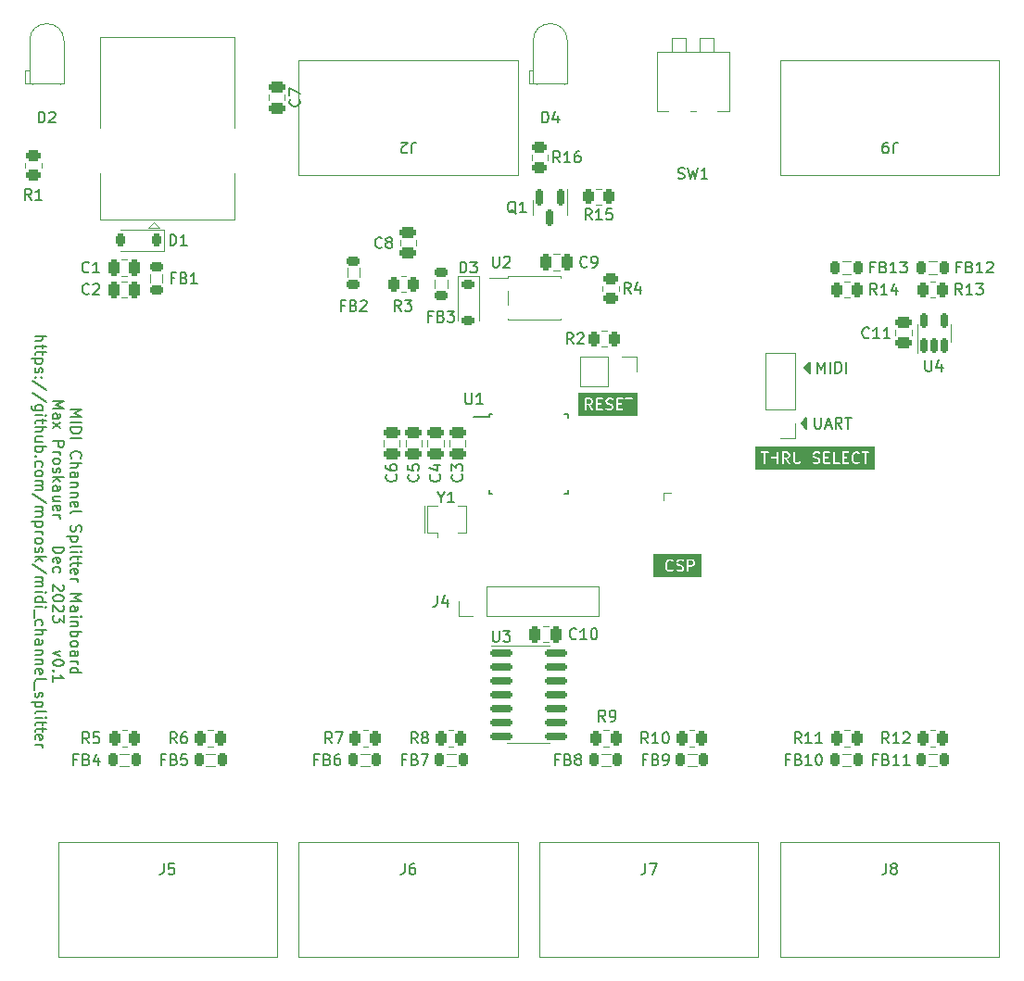
<source format=gbr>
%TF.GenerationSoftware,KiCad,Pcbnew,7.0.1*%
%TF.CreationDate,2023-12-18T14:14:52-05:00*%
%TF.ProjectId,channel_splitter,6368616e-6e65-46c5-9f73-706c69747465,rev?*%
%TF.SameCoordinates,Original*%
%TF.FileFunction,Legend,Top*%
%TF.FilePolarity,Positive*%
%FSLAX46Y46*%
G04 Gerber Fmt 4.6, Leading zero omitted, Abs format (unit mm)*
G04 Created by KiCad (PCBNEW 7.0.1) date 2023-12-18 14:14:52*
%MOMM*%
%LPD*%
G01*
G04 APERTURE LIST*
G04 Aperture macros list*
%AMRoundRect*
0 Rectangle with rounded corners*
0 $1 Rounding radius*
0 $2 $3 $4 $5 $6 $7 $8 $9 X,Y pos of 4 corners*
0 Add a 4 corners polygon primitive as box body*
4,1,4,$2,$3,$4,$5,$6,$7,$8,$9,$2,$3,0*
0 Add four circle primitives for the rounded corners*
1,1,$1+$1,$2,$3*
1,1,$1+$1,$4,$5*
1,1,$1+$1,$6,$7*
1,1,$1+$1,$8,$9*
0 Add four rect primitives between the rounded corners*
20,1,$1+$1,$2,$3,$4,$5,0*
20,1,$1+$1,$4,$5,$6,$7,0*
20,1,$1+$1,$6,$7,$8,$9,0*
20,1,$1+$1,$8,$9,$2,$3,0*%
G04 Aperture macros list end*
%ADD10C,0.150000*%
%ADD11C,0.120000*%
%ADD12C,0.100000*%
%ADD13C,2.400000*%
%ADD14C,2.600000*%
%ADD15RoundRect,0.218750X-0.381250X0.218750X-0.381250X-0.218750X0.381250X-0.218750X0.381250X0.218750X0*%
%ADD16RoundRect,0.250000X0.262500X0.450000X-0.262500X0.450000X-0.262500X-0.450000X0.262500X-0.450000X0*%
%ADD17RoundRect,0.250000X-0.475000X0.250000X-0.475000X-0.250000X0.475000X-0.250000X0.475000X0.250000X0*%
%ADD18R,1.800000X1.800000*%
%ADD19C,1.800000*%
%ADD20RoundRect,0.218750X0.218750X0.381250X-0.218750X0.381250X-0.218750X-0.381250X0.218750X-0.381250X0*%
%ADD21RoundRect,0.250000X-0.250000X-0.475000X0.250000X-0.475000X0.250000X0.475000X-0.250000X0.475000X0*%
%ADD22RoundRect,0.250000X0.475000X-0.250000X0.475000X0.250000X-0.475000X0.250000X-0.475000X-0.250000X0*%
%ADD23R,2.000000X0.640000*%
%ADD24RoundRect,0.250000X0.450000X-0.262500X0.450000X0.262500X-0.450000X0.262500X-0.450000X-0.262500X0*%
%ADD25RoundRect,0.225000X0.225000X0.375000X-0.225000X0.375000X-0.225000X-0.375000X0.225000X-0.375000X0*%
%ADD26RoundRect,0.150000X0.150000X-0.512500X0.150000X0.512500X-0.150000X0.512500X-0.150000X-0.512500X0*%
%ADD27R,1.700000X1.700000*%
%ADD28O,1.700000X1.700000*%
%ADD29RoundRect,0.250000X0.250000X0.475000X-0.250000X0.475000X-0.250000X-0.475000X0.250000X-0.475000X0*%
%ADD30RoundRect,0.250000X-0.262500X-0.450000X0.262500X-0.450000X0.262500X0.450000X-0.262500X0.450000X0*%
%ADD31R,1.600000X0.550000*%
%ADD32R,0.550000X1.600000*%
%ADD33R,0.400000X1.900000*%
%ADD34RoundRect,0.150000X-0.150000X0.587500X-0.150000X-0.587500X0.150000X-0.587500X0.150000X0.587500X0*%
%ADD35C,0.990600*%
%ADD36C,0.787400*%
%ADD37RoundRect,0.218750X-0.218750X-0.381250X0.218750X-0.381250X0.218750X0.381250X-0.218750X0.381250X0*%
%ADD38C,1.700000*%
%ADD39C,3.500000*%
%ADD40RoundRect,0.225000X-0.375000X0.225000X-0.375000X-0.225000X0.375000X-0.225000X0.375000X0.225000X0*%
%ADD41R,2.000000X2.000000*%
%ADD42C,2.000000*%
%ADD43RoundRect,0.150000X-0.825000X-0.150000X0.825000X-0.150000X0.825000X0.150000X-0.825000X0.150000X0*%
%ADD44RoundRect,0.250000X-0.450000X0.262500X-0.450000X-0.262500X0.450000X-0.262500X0.450000X0.262500X0*%
G04 APERTURE END LIST*
D10*
X58157380Y-100976189D02*
X59157380Y-100976189D01*
X59157380Y-100976189D02*
X58443095Y-101309522D01*
X58443095Y-101309522D02*
X59157380Y-101642855D01*
X59157380Y-101642855D02*
X58157380Y-101642855D01*
X58157380Y-102119046D02*
X59157380Y-102119046D01*
X58157380Y-102595236D02*
X59157380Y-102595236D01*
X59157380Y-102595236D02*
X59157380Y-102833331D01*
X59157380Y-102833331D02*
X59109761Y-102976188D01*
X59109761Y-102976188D02*
X59014523Y-103071426D01*
X59014523Y-103071426D02*
X58919285Y-103119045D01*
X58919285Y-103119045D02*
X58728809Y-103166664D01*
X58728809Y-103166664D02*
X58585952Y-103166664D01*
X58585952Y-103166664D02*
X58395476Y-103119045D01*
X58395476Y-103119045D02*
X58300238Y-103071426D01*
X58300238Y-103071426D02*
X58205000Y-102976188D01*
X58205000Y-102976188D02*
X58157380Y-102833331D01*
X58157380Y-102833331D02*
X58157380Y-102595236D01*
X58157380Y-103595236D02*
X59157380Y-103595236D01*
X58252619Y-105404759D02*
X58205000Y-105357140D01*
X58205000Y-105357140D02*
X58157380Y-105214283D01*
X58157380Y-105214283D02*
X58157380Y-105119045D01*
X58157380Y-105119045D02*
X58205000Y-104976188D01*
X58205000Y-104976188D02*
X58300238Y-104880950D01*
X58300238Y-104880950D02*
X58395476Y-104833331D01*
X58395476Y-104833331D02*
X58585952Y-104785712D01*
X58585952Y-104785712D02*
X58728809Y-104785712D01*
X58728809Y-104785712D02*
X58919285Y-104833331D01*
X58919285Y-104833331D02*
X59014523Y-104880950D01*
X59014523Y-104880950D02*
X59109761Y-104976188D01*
X59109761Y-104976188D02*
X59157380Y-105119045D01*
X59157380Y-105119045D02*
X59157380Y-105214283D01*
X59157380Y-105214283D02*
X59109761Y-105357140D01*
X59109761Y-105357140D02*
X59062142Y-105404759D01*
X58157380Y-105833331D02*
X59157380Y-105833331D01*
X58157380Y-106261902D02*
X58681190Y-106261902D01*
X58681190Y-106261902D02*
X58776428Y-106214283D01*
X58776428Y-106214283D02*
X58824047Y-106119045D01*
X58824047Y-106119045D02*
X58824047Y-105976188D01*
X58824047Y-105976188D02*
X58776428Y-105880950D01*
X58776428Y-105880950D02*
X58728809Y-105833331D01*
X58157380Y-107166664D02*
X58681190Y-107166664D01*
X58681190Y-107166664D02*
X58776428Y-107119045D01*
X58776428Y-107119045D02*
X58824047Y-107023807D01*
X58824047Y-107023807D02*
X58824047Y-106833331D01*
X58824047Y-106833331D02*
X58776428Y-106738093D01*
X58205000Y-107166664D02*
X58157380Y-107071426D01*
X58157380Y-107071426D02*
X58157380Y-106833331D01*
X58157380Y-106833331D02*
X58205000Y-106738093D01*
X58205000Y-106738093D02*
X58300238Y-106690474D01*
X58300238Y-106690474D02*
X58395476Y-106690474D01*
X58395476Y-106690474D02*
X58490714Y-106738093D01*
X58490714Y-106738093D02*
X58538333Y-106833331D01*
X58538333Y-106833331D02*
X58538333Y-107071426D01*
X58538333Y-107071426D02*
X58585952Y-107166664D01*
X58824047Y-107642855D02*
X58157380Y-107642855D01*
X58728809Y-107642855D02*
X58776428Y-107690474D01*
X58776428Y-107690474D02*
X58824047Y-107785712D01*
X58824047Y-107785712D02*
X58824047Y-107928569D01*
X58824047Y-107928569D02*
X58776428Y-108023807D01*
X58776428Y-108023807D02*
X58681190Y-108071426D01*
X58681190Y-108071426D02*
X58157380Y-108071426D01*
X58824047Y-108547617D02*
X58157380Y-108547617D01*
X58728809Y-108547617D02*
X58776428Y-108595236D01*
X58776428Y-108595236D02*
X58824047Y-108690474D01*
X58824047Y-108690474D02*
X58824047Y-108833331D01*
X58824047Y-108833331D02*
X58776428Y-108928569D01*
X58776428Y-108928569D02*
X58681190Y-108976188D01*
X58681190Y-108976188D02*
X58157380Y-108976188D01*
X58205000Y-109833331D02*
X58157380Y-109738093D01*
X58157380Y-109738093D02*
X58157380Y-109547617D01*
X58157380Y-109547617D02*
X58205000Y-109452379D01*
X58205000Y-109452379D02*
X58300238Y-109404760D01*
X58300238Y-109404760D02*
X58681190Y-109404760D01*
X58681190Y-109404760D02*
X58776428Y-109452379D01*
X58776428Y-109452379D02*
X58824047Y-109547617D01*
X58824047Y-109547617D02*
X58824047Y-109738093D01*
X58824047Y-109738093D02*
X58776428Y-109833331D01*
X58776428Y-109833331D02*
X58681190Y-109880950D01*
X58681190Y-109880950D02*
X58585952Y-109880950D01*
X58585952Y-109880950D02*
X58490714Y-109404760D01*
X58157380Y-110452379D02*
X58205000Y-110357141D01*
X58205000Y-110357141D02*
X58300238Y-110309522D01*
X58300238Y-110309522D02*
X59157380Y-110309522D01*
X58205000Y-111547618D02*
X58157380Y-111690475D01*
X58157380Y-111690475D02*
X58157380Y-111928570D01*
X58157380Y-111928570D02*
X58205000Y-112023808D01*
X58205000Y-112023808D02*
X58252619Y-112071427D01*
X58252619Y-112071427D02*
X58347857Y-112119046D01*
X58347857Y-112119046D02*
X58443095Y-112119046D01*
X58443095Y-112119046D02*
X58538333Y-112071427D01*
X58538333Y-112071427D02*
X58585952Y-112023808D01*
X58585952Y-112023808D02*
X58633571Y-111928570D01*
X58633571Y-111928570D02*
X58681190Y-111738094D01*
X58681190Y-111738094D02*
X58728809Y-111642856D01*
X58728809Y-111642856D02*
X58776428Y-111595237D01*
X58776428Y-111595237D02*
X58871666Y-111547618D01*
X58871666Y-111547618D02*
X58966904Y-111547618D01*
X58966904Y-111547618D02*
X59062142Y-111595237D01*
X59062142Y-111595237D02*
X59109761Y-111642856D01*
X59109761Y-111642856D02*
X59157380Y-111738094D01*
X59157380Y-111738094D02*
X59157380Y-111976189D01*
X59157380Y-111976189D02*
X59109761Y-112119046D01*
X58824047Y-112547618D02*
X57824047Y-112547618D01*
X58776428Y-112547618D02*
X58824047Y-112642856D01*
X58824047Y-112642856D02*
X58824047Y-112833332D01*
X58824047Y-112833332D02*
X58776428Y-112928570D01*
X58776428Y-112928570D02*
X58728809Y-112976189D01*
X58728809Y-112976189D02*
X58633571Y-113023808D01*
X58633571Y-113023808D02*
X58347857Y-113023808D01*
X58347857Y-113023808D02*
X58252619Y-112976189D01*
X58252619Y-112976189D02*
X58205000Y-112928570D01*
X58205000Y-112928570D02*
X58157380Y-112833332D01*
X58157380Y-112833332D02*
X58157380Y-112642856D01*
X58157380Y-112642856D02*
X58205000Y-112547618D01*
X58157380Y-113595237D02*
X58205000Y-113499999D01*
X58205000Y-113499999D02*
X58300238Y-113452380D01*
X58300238Y-113452380D02*
X59157380Y-113452380D01*
X58157380Y-113976190D02*
X58824047Y-113976190D01*
X59157380Y-113976190D02*
X59109761Y-113928571D01*
X59109761Y-113928571D02*
X59062142Y-113976190D01*
X59062142Y-113976190D02*
X59109761Y-114023809D01*
X59109761Y-114023809D02*
X59157380Y-113976190D01*
X59157380Y-113976190D02*
X59062142Y-113976190D01*
X58824047Y-114309523D02*
X58824047Y-114690475D01*
X59157380Y-114452380D02*
X58300238Y-114452380D01*
X58300238Y-114452380D02*
X58205000Y-114499999D01*
X58205000Y-114499999D02*
X58157380Y-114595237D01*
X58157380Y-114595237D02*
X58157380Y-114690475D01*
X58824047Y-114880952D02*
X58824047Y-115261904D01*
X59157380Y-115023809D02*
X58300238Y-115023809D01*
X58300238Y-115023809D02*
X58205000Y-115071428D01*
X58205000Y-115071428D02*
X58157380Y-115166666D01*
X58157380Y-115166666D02*
X58157380Y-115261904D01*
X58205000Y-115976190D02*
X58157380Y-115880952D01*
X58157380Y-115880952D02*
X58157380Y-115690476D01*
X58157380Y-115690476D02*
X58205000Y-115595238D01*
X58205000Y-115595238D02*
X58300238Y-115547619D01*
X58300238Y-115547619D02*
X58681190Y-115547619D01*
X58681190Y-115547619D02*
X58776428Y-115595238D01*
X58776428Y-115595238D02*
X58824047Y-115690476D01*
X58824047Y-115690476D02*
X58824047Y-115880952D01*
X58824047Y-115880952D02*
X58776428Y-115976190D01*
X58776428Y-115976190D02*
X58681190Y-116023809D01*
X58681190Y-116023809D02*
X58585952Y-116023809D01*
X58585952Y-116023809D02*
X58490714Y-115547619D01*
X58157380Y-116452381D02*
X58824047Y-116452381D01*
X58633571Y-116452381D02*
X58728809Y-116500000D01*
X58728809Y-116500000D02*
X58776428Y-116547619D01*
X58776428Y-116547619D02*
X58824047Y-116642857D01*
X58824047Y-116642857D02*
X58824047Y-116738095D01*
X58157380Y-117833334D02*
X59157380Y-117833334D01*
X59157380Y-117833334D02*
X58443095Y-118166667D01*
X58443095Y-118166667D02*
X59157380Y-118500000D01*
X59157380Y-118500000D02*
X58157380Y-118500000D01*
X58157380Y-119404762D02*
X58681190Y-119404762D01*
X58681190Y-119404762D02*
X58776428Y-119357143D01*
X58776428Y-119357143D02*
X58824047Y-119261905D01*
X58824047Y-119261905D02*
X58824047Y-119071429D01*
X58824047Y-119071429D02*
X58776428Y-118976191D01*
X58205000Y-119404762D02*
X58157380Y-119309524D01*
X58157380Y-119309524D02*
X58157380Y-119071429D01*
X58157380Y-119071429D02*
X58205000Y-118976191D01*
X58205000Y-118976191D02*
X58300238Y-118928572D01*
X58300238Y-118928572D02*
X58395476Y-118928572D01*
X58395476Y-118928572D02*
X58490714Y-118976191D01*
X58490714Y-118976191D02*
X58538333Y-119071429D01*
X58538333Y-119071429D02*
X58538333Y-119309524D01*
X58538333Y-119309524D02*
X58585952Y-119404762D01*
X58157380Y-119880953D02*
X58824047Y-119880953D01*
X59157380Y-119880953D02*
X59109761Y-119833334D01*
X59109761Y-119833334D02*
X59062142Y-119880953D01*
X59062142Y-119880953D02*
X59109761Y-119928572D01*
X59109761Y-119928572D02*
X59157380Y-119880953D01*
X59157380Y-119880953D02*
X59062142Y-119880953D01*
X58824047Y-120357143D02*
X58157380Y-120357143D01*
X58728809Y-120357143D02*
X58776428Y-120404762D01*
X58776428Y-120404762D02*
X58824047Y-120500000D01*
X58824047Y-120500000D02*
X58824047Y-120642857D01*
X58824047Y-120642857D02*
X58776428Y-120738095D01*
X58776428Y-120738095D02*
X58681190Y-120785714D01*
X58681190Y-120785714D02*
X58157380Y-120785714D01*
X58157380Y-121261905D02*
X59157380Y-121261905D01*
X58776428Y-121261905D02*
X58824047Y-121357143D01*
X58824047Y-121357143D02*
X58824047Y-121547619D01*
X58824047Y-121547619D02*
X58776428Y-121642857D01*
X58776428Y-121642857D02*
X58728809Y-121690476D01*
X58728809Y-121690476D02*
X58633571Y-121738095D01*
X58633571Y-121738095D02*
X58347857Y-121738095D01*
X58347857Y-121738095D02*
X58252619Y-121690476D01*
X58252619Y-121690476D02*
X58205000Y-121642857D01*
X58205000Y-121642857D02*
X58157380Y-121547619D01*
X58157380Y-121547619D02*
X58157380Y-121357143D01*
X58157380Y-121357143D02*
X58205000Y-121261905D01*
X58157380Y-122309524D02*
X58205000Y-122214286D01*
X58205000Y-122214286D02*
X58252619Y-122166667D01*
X58252619Y-122166667D02*
X58347857Y-122119048D01*
X58347857Y-122119048D02*
X58633571Y-122119048D01*
X58633571Y-122119048D02*
X58728809Y-122166667D01*
X58728809Y-122166667D02*
X58776428Y-122214286D01*
X58776428Y-122214286D02*
X58824047Y-122309524D01*
X58824047Y-122309524D02*
X58824047Y-122452381D01*
X58824047Y-122452381D02*
X58776428Y-122547619D01*
X58776428Y-122547619D02*
X58728809Y-122595238D01*
X58728809Y-122595238D02*
X58633571Y-122642857D01*
X58633571Y-122642857D02*
X58347857Y-122642857D01*
X58347857Y-122642857D02*
X58252619Y-122595238D01*
X58252619Y-122595238D02*
X58205000Y-122547619D01*
X58205000Y-122547619D02*
X58157380Y-122452381D01*
X58157380Y-122452381D02*
X58157380Y-122309524D01*
X58157380Y-123500000D02*
X58681190Y-123500000D01*
X58681190Y-123500000D02*
X58776428Y-123452381D01*
X58776428Y-123452381D02*
X58824047Y-123357143D01*
X58824047Y-123357143D02*
X58824047Y-123166667D01*
X58824047Y-123166667D02*
X58776428Y-123071429D01*
X58205000Y-123500000D02*
X58157380Y-123404762D01*
X58157380Y-123404762D02*
X58157380Y-123166667D01*
X58157380Y-123166667D02*
X58205000Y-123071429D01*
X58205000Y-123071429D02*
X58300238Y-123023810D01*
X58300238Y-123023810D02*
X58395476Y-123023810D01*
X58395476Y-123023810D02*
X58490714Y-123071429D01*
X58490714Y-123071429D02*
X58538333Y-123166667D01*
X58538333Y-123166667D02*
X58538333Y-123404762D01*
X58538333Y-123404762D02*
X58585952Y-123500000D01*
X58157380Y-123976191D02*
X58824047Y-123976191D01*
X58633571Y-123976191D02*
X58728809Y-124023810D01*
X58728809Y-124023810D02*
X58776428Y-124071429D01*
X58776428Y-124071429D02*
X58824047Y-124166667D01*
X58824047Y-124166667D02*
X58824047Y-124261905D01*
X58157380Y-125023810D02*
X59157380Y-125023810D01*
X58205000Y-125023810D02*
X58157380Y-124928572D01*
X58157380Y-124928572D02*
X58157380Y-124738096D01*
X58157380Y-124738096D02*
X58205000Y-124642858D01*
X58205000Y-124642858D02*
X58252619Y-124595239D01*
X58252619Y-124595239D02*
X58347857Y-124547620D01*
X58347857Y-124547620D02*
X58633571Y-124547620D01*
X58633571Y-124547620D02*
X58728809Y-124595239D01*
X58728809Y-124595239D02*
X58776428Y-124642858D01*
X58776428Y-124642858D02*
X58824047Y-124738096D01*
X58824047Y-124738096D02*
X58824047Y-124928572D01*
X58824047Y-124928572D02*
X58776428Y-125023810D01*
X56537380Y-100214284D02*
X57537380Y-100214284D01*
X57537380Y-100214284D02*
X56823095Y-100547617D01*
X56823095Y-100547617D02*
X57537380Y-100880950D01*
X57537380Y-100880950D02*
X56537380Y-100880950D01*
X56537380Y-101785712D02*
X57061190Y-101785712D01*
X57061190Y-101785712D02*
X57156428Y-101738093D01*
X57156428Y-101738093D02*
X57204047Y-101642855D01*
X57204047Y-101642855D02*
X57204047Y-101452379D01*
X57204047Y-101452379D02*
X57156428Y-101357141D01*
X56585000Y-101785712D02*
X56537380Y-101690474D01*
X56537380Y-101690474D02*
X56537380Y-101452379D01*
X56537380Y-101452379D02*
X56585000Y-101357141D01*
X56585000Y-101357141D02*
X56680238Y-101309522D01*
X56680238Y-101309522D02*
X56775476Y-101309522D01*
X56775476Y-101309522D02*
X56870714Y-101357141D01*
X56870714Y-101357141D02*
X56918333Y-101452379D01*
X56918333Y-101452379D02*
X56918333Y-101690474D01*
X56918333Y-101690474D02*
X56965952Y-101785712D01*
X56537380Y-102166665D02*
X57204047Y-102690474D01*
X57204047Y-102166665D02*
X56537380Y-102690474D01*
X56537380Y-103833332D02*
X57537380Y-103833332D01*
X57537380Y-103833332D02*
X57537380Y-104214284D01*
X57537380Y-104214284D02*
X57489761Y-104309522D01*
X57489761Y-104309522D02*
X57442142Y-104357141D01*
X57442142Y-104357141D02*
X57346904Y-104404760D01*
X57346904Y-104404760D02*
X57204047Y-104404760D01*
X57204047Y-104404760D02*
X57108809Y-104357141D01*
X57108809Y-104357141D02*
X57061190Y-104309522D01*
X57061190Y-104309522D02*
X57013571Y-104214284D01*
X57013571Y-104214284D02*
X57013571Y-103833332D01*
X56537380Y-104833332D02*
X57204047Y-104833332D01*
X57013571Y-104833332D02*
X57108809Y-104880951D01*
X57108809Y-104880951D02*
X57156428Y-104928570D01*
X57156428Y-104928570D02*
X57204047Y-105023808D01*
X57204047Y-105023808D02*
X57204047Y-105119046D01*
X56537380Y-105595237D02*
X56585000Y-105499999D01*
X56585000Y-105499999D02*
X56632619Y-105452380D01*
X56632619Y-105452380D02*
X56727857Y-105404761D01*
X56727857Y-105404761D02*
X57013571Y-105404761D01*
X57013571Y-105404761D02*
X57108809Y-105452380D01*
X57108809Y-105452380D02*
X57156428Y-105499999D01*
X57156428Y-105499999D02*
X57204047Y-105595237D01*
X57204047Y-105595237D02*
X57204047Y-105738094D01*
X57204047Y-105738094D02*
X57156428Y-105833332D01*
X57156428Y-105833332D02*
X57108809Y-105880951D01*
X57108809Y-105880951D02*
X57013571Y-105928570D01*
X57013571Y-105928570D02*
X56727857Y-105928570D01*
X56727857Y-105928570D02*
X56632619Y-105880951D01*
X56632619Y-105880951D02*
X56585000Y-105833332D01*
X56585000Y-105833332D02*
X56537380Y-105738094D01*
X56537380Y-105738094D02*
X56537380Y-105595237D01*
X56585000Y-106309523D02*
X56537380Y-106404761D01*
X56537380Y-106404761D02*
X56537380Y-106595237D01*
X56537380Y-106595237D02*
X56585000Y-106690475D01*
X56585000Y-106690475D02*
X56680238Y-106738094D01*
X56680238Y-106738094D02*
X56727857Y-106738094D01*
X56727857Y-106738094D02*
X56823095Y-106690475D01*
X56823095Y-106690475D02*
X56870714Y-106595237D01*
X56870714Y-106595237D02*
X56870714Y-106452380D01*
X56870714Y-106452380D02*
X56918333Y-106357142D01*
X56918333Y-106357142D02*
X57013571Y-106309523D01*
X57013571Y-106309523D02*
X57061190Y-106309523D01*
X57061190Y-106309523D02*
X57156428Y-106357142D01*
X57156428Y-106357142D02*
X57204047Y-106452380D01*
X57204047Y-106452380D02*
X57204047Y-106595237D01*
X57204047Y-106595237D02*
X57156428Y-106690475D01*
X56537380Y-107166666D02*
X57537380Y-107166666D01*
X56918333Y-107261904D02*
X56537380Y-107547618D01*
X57204047Y-107547618D02*
X56823095Y-107166666D01*
X56537380Y-108404761D02*
X57061190Y-108404761D01*
X57061190Y-108404761D02*
X57156428Y-108357142D01*
X57156428Y-108357142D02*
X57204047Y-108261904D01*
X57204047Y-108261904D02*
X57204047Y-108071428D01*
X57204047Y-108071428D02*
X57156428Y-107976190D01*
X56585000Y-108404761D02*
X56537380Y-108309523D01*
X56537380Y-108309523D02*
X56537380Y-108071428D01*
X56537380Y-108071428D02*
X56585000Y-107976190D01*
X56585000Y-107976190D02*
X56680238Y-107928571D01*
X56680238Y-107928571D02*
X56775476Y-107928571D01*
X56775476Y-107928571D02*
X56870714Y-107976190D01*
X56870714Y-107976190D02*
X56918333Y-108071428D01*
X56918333Y-108071428D02*
X56918333Y-108309523D01*
X56918333Y-108309523D02*
X56965952Y-108404761D01*
X57204047Y-109309523D02*
X56537380Y-109309523D01*
X57204047Y-108880952D02*
X56680238Y-108880952D01*
X56680238Y-108880952D02*
X56585000Y-108928571D01*
X56585000Y-108928571D02*
X56537380Y-109023809D01*
X56537380Y-109023809D02*
X56537380Y-109166666D01*
X56537380Y-109166666D02*
X56585000Y-109261904D01*
X56585000Y-109261904D02*
X56632619Y-109309523D01*
X56585000Y-110166666D02*
X56537380Y-110071428D01*
X56537380Y-110071428D02*
X56537380Y-109880952D01*
X56537380Y-109880952D02*
X56585000Y-109785714D01*
X56585000Y-109785714D02*
X56680238Y-109738095D01*
X56680238Y-109738095D02*
X57061190Y-109738095D01*
X57061190Y-109738095D02*
X57156428Y-109785714D01*
X57156428Y-109785714D02*
X57204047Y-109880952D01*
X57204047Y-109880952D02*
X57204047Y-110071428D01*
X57204047Y-110071428D02*
X57156428Y-110166666D01*
X57156428Y-110166666D02*
X57061190Y-110214285D01*
X57061190Y-110214285D02*
X56965952Y-110214285D01*
X56965952Y-110214285D02*
X56870714Y-109738095D01*
X56537380Y-110642857D02*
X57204047Y-110642857D01*
X57013571Y-110642857D02*
X57108809Y-110690476D01*
X57108809Y-110690476D02*
X57156428Y-110738095D01*
X57156428Y-110738095D02*
X57204047Y-110833333D01*
X57204047Y-110833333D02*
X57204047Y-110928571D01*
X56537380Y-113547620D02*
X57537380Y-113547620D01*
X57537380Y-113547620D02*
X57537380Y-113785715D01*
X57537380Y-113785715D02*
X57489761Y-113928572D01*
X57489761Y-113928572D02*
X57394523Y-114023810D01*
X57394523Y-114023810D02*
X57299285Y-114071429D01*
X57299285Y-114071429D02*
X57108809Y-114119048D01*
X57108809Y-114119048D02*
X56965952Y-114119048D01*
X56965952Y-114119048D02*
X56775476Y-114071429D01*
X56775476Y-114071429D02*
X56680238Y-114023810D01*
X56680238Y-114023810D02*
X56585000Y-113928572D01*
X56585000Y-113928572D02*
X56537380Y-113785715D01*
X56537380Y-113785715D02*
X56537380Y-113547620D01*
X56585000Y-114928572D02*
X56537380Y-114833334D01*
X56537380Y-114833334D02*
X56537380Y-114642858D01*
X56537380Y-114642858D02*
X56585000Y-114547620D01*
X56585000Y-114547620D02*
X56680238Y-114500001D01*
X56680238Y-114500001D02*
X57061190Y-114500001D01*
X57061190Y-114500001D02*
X57156428Y-114547620D01*
X57156428Y-114547620D02*
X57204047Y-114642858D01*
X57204047Y-114642858D02*
X57204047Y-114833334D01*
X57204047Y-114833334D02*
X57156428Y-114928572D01*
X57156428Y-114928572D02*
X57061190Y-114976191D01*
X57061190Y-114976191D02*
X56965952Y-114976191D01*
X56965952Y-114976191D02*
X56870714Y-114500001D01*
X56585000Y-115833334D02*
X56537380Y-115738096D01*
X56537380Y-115738096D02*
X56537380Y-115547620D01*
X56537380Y-115547620D02*
X56585000Y-115452382D01*
X56585000Y-115452382D02*
X56632619Y-115404763D01*
X56632619Y-115404763D02*
X56727857Y-115357144D01*
X56727857Y-115357144D02*
X57013571Y-115357144D01*
X57013571Y-115357144D02*
X57108809Y-115404763D01*
X57108809Y-115404763D02*
X57156428Y-115452382D01*
X57156428Y-115452382D02*
X57204047Y-115547620D01*
X57204047Y-115547620D02*
X57204047Y-115738096D01*
X57204047Y-115738096D02*
X57156428Y-115833334D01*
X57442142Y-116976192D02*
X57489761Y-117023811D01*
X57489761Y-117023811D02*
X57537380Y-117119049D01*
X57537380Y-117119049D02*
X57537380Y-117357144D01*
X57537380Y-117357144D02*
X57489761Y-117452382D01*
X57489761Y-117452382D02*
X57442142Y-117500001D01*
X57442142Y-117500001D02*
X57346904Y-117547620D01*
X57346904Y-117547620D02*
X57251666Y-117547620D01*
X57251666Y-117547620D02*
X57108809Y-117500001D01*
X57108809Y-117500001D02*
X56537380Y-116928573D01*
X56537380Y-116928573D02*
X56537380Y-117547620D01*
X57537380Y-118166668D02*
X57537380Y-118261906D01*
X57537380Y-118261906D02*
X57489761Y-118357144D01*
X57489761Y-118357144D02*
X57442142Y-118404763D01*
X57442142Y-118404763D02*
X57346904Y-118452382D01*
X57346904Y-118452382D02*
X57156428Y-118500001D01*
X57156428Y-118500001D02*
X56918333Y-118500001D01*
X56918333Y-118500001D02*
X56727857Y-118452382D01*
X56727857Y-118452382D02*
X56632619Y-118404763D01*
X56632619Y-118404763D02*
X56585000Y-118357144D01*
X56585000Y-118357144D02*
X56537380Y-118261906D01*
X56537380Y-118261906D02*
X56537380Y-118166668D01*
X56537380Y-118166668D02*
X56585000Y-118071430D01*
X56585000Y-118071430D02*
X56632619Y-118023811D01*
X56632619Y-118023811D02*
X56727857Y-117976192D01*
X56727857Y-117976192D02*
X56918333Y-117928573D01*
X56918333Y-117928573D02*
X57156428Y-117928573D01*
X57156428Y-117928573D02*
X57346904Y-117976192D01*
X57346904Y-117976192D02*
X57442142Y-118023811D01*
X57442142Y-118023811D02*
X57489761Y-118071430D01*
X57489761Y-118071430D02*
X57537380Y-118166668D01*
X57442142Y-118880954D02*
X57489761Y-118928573D01*
X57489761Y-118928573D02*
X57537380Y-119023811D01*
X57537380Y-119023811D02*
X57537380Y-119261906D01*
X57537380Y-119261906D02*
X57489761Y-119357144D01*
X57489761Y-119357144D02*
X57442142Y-119404763D01*
X57442142Y-119404763D02*
X57346904Y-119452382D01*
X57346904Y-119452382D02*
X57251666Y-119452382D01*
X57251666Y-119452382D02*
X57108809Y-119404763D01*
X57108809Y-119404763D02*
X56537380Y-118833335D01*
X56537380Y-118833335D02*
X56537380Y-119452382D01*
X57537380Y-119785716D02*
X57537380Y-120404763D01*
X57537380Y-120404763D02*
X57156428Y-120071430D01*
X57156428Y-120071430D02*
X57156428Y-120214287D01*
X57156428Y-120214287D02*
X57108809Y-120309525D01*
X57108809Y-120309525D02*
X57061190Y-120357144D01*
X57061190Y-120357144D02*
X56965952Y-120404763D01*
X56965952Y-120404763D02*
X56727857Y-120404763D01*
X56727857Y-120404763D02*
X56632619Y-120357144D01*
X56632619Y-120357144D02*
X56585000Y-120309525D01*
X56585000Y-120309525D02*
X56537380Y-120214287D01*
X56537380Y-120214287D02*
X56537380Y-119928573D01*
X56537380Y-119928573D02*
X56585000Y-119833335D01*
X56585000Y-119833335D02*
X56632619Y-119785716D01*
X57204047Y-123023812D02*
X56537380Y-123261907D01*
X56537380Y-123261907D02*
X57204047Y-123500002D01*
X57537380Y-124071431D02*
X57537380Y-124166669D01*
X57537380Y-124166669D02*
X57489761Y-124261907D01*
X57489761Y-124261907D02*
X57442142Y-124309526D01*
X57442142Y-124309526D02*
X57346904Y-124357145D01*
X57346904Y-124357145D02*
X57156428Y-124404764D01*
X57156428Y-124404764D02*
X56918333Y-124404764D01*
X56918333Y-124404764D02*
X56727857Y-124357145D01*
X56727857Y-124357145D02*
X56632619Y-124309526D01*
X56632619Y-124309526D02*
X56585000Y-124261907D01*
X56585000Y-124261907D02*
X56537380Y-124166669D01*
X56537380Y-124166669D02*
X56537380Y-124071431D01*
X56537380Y-124071431D02*
X56585000Y-123976193D01*
X56585000Y-123976193D02*
X56632619Y-123928574D01*
X56632619Y-123928574D02*
X56727857Y-123880955D01*
X56727857Y-123880955D02*
X56918333Y-123833336D01*
X56918333Y-123833336D02*
X57156428Y-123833336D01*
X57156428Y-123833336D02*
X57346904Y-123880955D01*
X57346904Y-123880955D02*
X57442142Y-123928574D01*
X57442142Y-123928574D02*
X57489761Y-123976193D01*
X57489761Y-123976193D02*
X57537380Y-124071431D01*
X56632619Y-124833336D02*
X56585000Y-124880955D01*
X56585000Y-124880955D02*
X56537380Y-124833336D01*
X56537380Y-124833336D02*
X56585000Y-124785717D01*
X56585000Y-124785717D02*
X56632619Y-124833336D01*
X56632619Y-124833336D02*
X56537380Y-124833336D01*
X56537380Y-125833335D02*
X56537380Y-125261907D01*
X56537380Y-125547621D02*
X57537380Y-125547621D01*
X57537380Y-125547621D02*
X57394523Y-125452383D01*
X57394523Y-125452383D02*
X57299285Y-125357145D01*
X57299285Y-125357145D02*
X57251666Y-125261907D01*
X54917380Y-94261903D02*
X55917380Y-94261903D01*
X54917380Y-94690474D02*
X55441190Y-94690474D01*
X55441190Y-94690474D02*
X55536428Y-94642855D01*
X55536428Y-94642855D02*
X55584047Y-94547617D01*
X55584047Y-94547617D02*
X55584047Y-94404760D01*
X55584047Y-94404760D02*
X55536428Y-94309522D01*
X55536428Y-94309522D02*
X55488809Y-94261903D01*
X55584047Y-95023808D02*
X55584047Y-95404760D01*
X55917380Y-95166665D02*
X55060238Y-95166665D01*
X55060238Y-95166665D02*
X54965000Y-95214284D01*
X54965000Y-95214284D02*
X54917380Y-95309522D01*
X54917380Y-95309522D02*
X54917380Y-95404760D01*
X55584047Y-95595237D02*
X55584047Y-95976189D01*
X55917380Y-95738094D02*
X55060238Y-95738094D01*
X55060238Y-95738094D02*
X54965000Y-95785713D01*
X54965000Y-95785713D02*
X54917380Y-95880951D01*
X54917380Y-95880951D02*
X54917380Y-95976189D01*
X55584047Y-96309523D02*
X54584047Y-96309523D01*
X55536428Y-96309523D02*
X55584047Y-96404761D01*
X55584047Y-96404761D02*
X55584047Y-96595237D01*
X55584047Y-96595237D02*
X55536428Y-96690475D01*
X55536428Y-96690475D02*
X55488809Y-96738094D01*
X55488809Y-96738094D02*
X55393571Y-96785713D01*
X55393571Y-96785713D02*
X55107857Y-96785713D01*
X55107857Y-96785713D02*
X55012619Y-96738094D01*
X55012619Y-96738094D02*
X54965000Y-96690475D01*
X54965000Y-96690475D02*
X54917380Y-96595237D01*
X54917380Y-96595237D02*
X54917380Y-96404761D01*
X54917380Y-96404761D02*
X54965000Y-96309523D01*
X54965000Y-97166666D02*
X54917380Y-97261904D01*
X54917380Y-97261904D02*
X54917380Y-97452380D01*
X54917380Y-97452380D02*
X54965000Y-97547618D01*
X54965000Y-97547618D02*
X55060238Y-97595237D01*
X55060238Y-97595237D02*
X55107857Y-97595237D01*
X55107857Y-97595237D02*
X55203095Y-97547618D01*
X55203095Y-97547618D02*
X55250714Y-97452380D01*
X55250714Y-97452380D02*
X55250714Y-97309523D01*
X55250714Y-97309523D02*
X55298333Y-97214285D01*
X55298333Y-97214285D02*
X55393571Y-97166666D01*
X55393571Y-97166666D02*
X55441190Y-97166666D01*
X55441190Y-97166666D02*
X55536428Y-97214285D01*
X55536428Y-97214285D02*
X55584047Y-97309523D01*
X55584047Y-97309523D02*
X55584047Y-97452380D01*
X55584047Y-97452380D02*
X55536428Y-97547618D01*
X55012619Y-98023809D02*
X54965000Y-98071428D01*
X54965000Y-98071428D02*
X54917380Y-98023809D01*
X54917380Y-98023809D02*
X54965000Y-97976190D01*
X54965000Y-97976190D02*
X55012619Y-98023809D01*
X55012619Y-98023809D02*
X54917380Y-98023809D01*
X55536428Y-98023809D02*
X55488809Y-98071428D01*
X55488809Y-98071428D02*
X55441190Y-98023809D01*
X55441190Y-98023809D02*
X55488809Y-97976190D01*
X55488809Y-97976190D02*
X55536428Y-98023809D01*
X55536428Y-98023809D02*
X55441190Y-98023809D01*
X55965000Y-99214284D02*
X54679285Y-98357142D01*
X55965000Y-100261903D02*
X54679285Y-99404761D01*
X55584047Y-101023808D02*
X54774523Y-101023808D01*
X54774523Y-101023808D02*
X54679285Y-100976189D01*
X54679285Y-100976189D02*
X54631666Y-100928570D01*
X54631666Y-100928570D02*
X54584047Y-100833332D01*
X54584047Y-100833332D02*
X54584047Y-100690475D01*
X54584047Y-100690475D02*
X54631666Y-100595237D01*
X54965000Y-101023808D02*
X54917380Y-100928570D01*
X54917380Y-100928570D02*
X54917380Y-100738094D01*
X54917380Y-100738094D02*
X54965000Y-100642856D01*
X54965000Y-100642856D02*
X55012619Y-100595237D01*
X55012619Y-100595237D02*
X55107857Y-100547618D01*
X55107857Y-100547618D02*
X55393571Y-100547618D01*
X55393571Y-100547618D02*
X55488809Y-100595237D01*
X55488809Y-100595237D02*
X55536428Y-100642856D01*
X55536428Y-100642856D02*
X55584047Y-100738094D01*
X55584047Y-100738094D02*
X55584047Y-100928570D01*
X55584047Y-100928570D02*
X55536428Y-101023808D01*
X54917380Y-101499999D02*
X55584047Y-101499999D01*
X55917380Y-101499999D02*
X55869761Y-101452380D01*
X55869761Y-101452380D02*
X55822142Y-101499999D01*
X55822142Y-101499999D02*
X55869761Y-101547618D01*
X55869761Y-101547618D02*
X55917380Y-101499999D01*
X55917380Y-101499999D02*
X55822142Y-101499999D01*
X55584047Y-101833332D02*
X55584047Y-102214284D01*
X55917380Y-101976189D02*
X55060238Y-101976189D01*
X55060238Y-101976189D02*
X54965000Y-102023808D01*
X54965000Y-102023808D02*
X54917380Y-102119046D01*
X54917380Y-102119046D02*
X54917380Y-102214284D01*
X54917380Y-102547618D02*
X55917380Y-102547618D01*
X54917380Y-102976189D02*
X55441190Y-102976189D01*
X55441190Y-102976189D02*
X55536428Y-102928570D01*
X55536428Y-102928570D02*
X55584047Y-102833332D01*
X55584047Y-102833332D02*
X55584047Y-102690475D01*
X55584047Y-102690475D02*
X55536428Y-102595237D01*
X55536428Y-102595237D02*
X55488809Y-102547618D01*
X55584047Y-103880951D02*
X54917380Y-103880951D01*
X55584047Y-103452380D02*
X55060238Y-103452380D01*
X55060238Y-103452380D02*
X54965000Y-103499999D01*
X54965000Y-103499999D02*
X54917380Y-103595237D01*
X54917380Y-103595237D02*
X54917380Y-103738094D01*
X54917380Y-103738094D02*
X54965000Y-103833332D01*
X54965000Y-103833332D02*
X55012619Y-103880951D01*
X54917380Y-104357142D02*
X55917380Y-104357142D01*
X55536428Y-104357142D02*
X55584047Y-104452380D01*
X55584047Y-104452380D02*
X55584047Y-104642856D01*
X55584047Y-104642856D02*
X55536428Y-104738094D01*
X55536428Y-104738094D02*
X55488809Y-104785713D01*
X55488809Y-104785713D02*
X55393571Y-104833332D01*
X55393571Y-104833332D02*
X55107857Y-104833332D01*
X55107857Y-104833332D02*
X55012619Y-104785713D01*
X55012619Y-104785713D02*
X54965000Y-104738094D01*
X54965000Y-104738094D02*
X54917380Y-104642856D01*
X54917380Y-104642856D02*
X54917380Y-104452380D01*
X54917380Y-104452380D02*
X54965000Y-104357142D01*
X55012619Y-105261904D02*
X54965000Y-105309523D01*
X54965000Y-105309523D02*
X54917380Y-105261904D01*
X54917380Y-105261904D02*
X54965000Y-105214285D01*
X54965000Y-105214285D02*
X55012619Y-105261904D01*
X55012619Y-105261904D02*
X54917380Y-105261904D01*
X54965000Y-106166665D02*
X54917380Y-106071427D01*
X54917380Y-106071427D02*
X54917380Y-105880951D01*
X54917380Y-105880951D02*
X54965000Y-105785713D01*
X54965000Y-105785713D02*
X55012619Y-105738094D01*
X55012619Y-105738094D02*
X55107857Y-105690475D01*
X55107857Y-105690475D02*
X55393571Y-105690475D01*
X55393571Y-105690475D02*
X55488809Y-105738094D01*
X55488809Y-105738094D02*
X55536428Y-105785713D01*
X55536428Y-105785713D02*
X55584047Y-105880951D01*
X55584047Y-105880951D02*
X55584047Y-106071427D01*
X55584047Y-106071427D02*
X55536428Y-106166665D01*
X54917380Y-106738094D02*
X54965000Y-106642856D01*
X54965000Y-106642856D02*
X55012619Y-106595237D01*
X55012619Y-106595237D02*
X55107857Y-106547618D01*
X55107857Y-106547618D02*
X55393571Y-106547618D01*
X55393571Y-106547618D02*
X55488809Y-106595237D01*
X55488809Y-106595237D02*
X55536428Y-106642856D01*
X55536428Y-106642856D02*
X55584047Y-106738094D01*
X55584047Y-106738094D02*
X55584047Y-106880951D01*
X55584047Y-106880951D02*
X55536428Y-106976189D01*
X55536428Y-106976189D02*
X55488809Y-107023808D01*
X55488809Y-107023808D02*
X55393571Y-107071427D01*
X55393571Y-107071427D02*
X55107857Y-107071427D01*
X55107857Y-107071427D02*
X55012619Y-107023808D01*
X55012619Y-107023808D02*
X54965000Y-106976189D01*
X54965000Y-106976189D02*
X54917380Y-106880951D01*
X54917380Y-106880951D02*
X54917380Y-106738094D01*
X54917380Y-107499999D02*
X55584047Y-107499999D01*
X55488809Y-107499999D02*
X55536428Y-107547618D01*
X55536428Y-107547618D02*
X55584047Y-107642856D01*
X55584047Y-107642856D02*
X55584047Y-107785713D01*
X55584047Y-107785713D02*
X55536428Y-107880951D01*
X55536428Y-107880951D02*
X55441190Y-107928570D01*
X55441190Y-107928570D02*
X54917380Y-107928570D01*
X55441190Y-107928570D02*
X55536428Y-107976189D01*
X55536428Y-107976189D02*
X55584047Y-108071427D01*
X55584047Y-108071427D02*
X55584047Y-108214284D01*
X55584047Y-108214284D02*
X55536428Y-108309523D01*
X55536428Y-108309523D02*
X55441190Y-108357142D01*
X55441190Y-108357142D02*
X54917380Y-108357142D01*
X55965000Y-109547617D02*
X54679285Y-108690475D01*
X54917380Y-109880951D02*
X55584047Y-109880951D01*
X55488809Y-109880951D02*
X55536428Y-109928570D01*
X55536428Y-109928570D02*
X55584047Y-110023808D01*
X55584047Y-110023808D02*
X55584047Y-110166665D01*
X55584047Y-110166665D02*
X55536428Y-110261903D01*
X55536428Y-110261903D02*
X55441190Y-110309522D01*
X55441190Y-110309522D02*
X54917380Y-110309522D01*
X55441190Y-110309522D02*
X55536428Y-110357141D01*
X55536428Y-110357141D02*
X55584047Y-110452379D01*
X55584047Y-110452379D02*
X55584047Y-110595236D01*
X55584047Y-110595236D02*
X55536428Y-110690475D01*
X55536428Y-110690475D02*
X55441190Y-110738094D01*
X55441190Y-110738094D02*
X54917380Y-110738094D01*
X55584047Y-111214284D02*
X54584047Y-111214284D01*
X55536428Y-111214284D02*
X55584047Y-111309522D01*
X55584047Y-111309522D02*
X55584047Y-111499998D01*
X55584047Y-111499998D02*
X55536428Y-111595236D01*
X55536428Y-111595236D02*
X55488809Y-111642855D01*
X55488809Y-111642855D02*
X55393571Y-111690474D01*
X55393571Y-111690474D02*
X55107857Y-111690474D01*
X55107857Y-111690474D02*
X55012619Y-111642855D01*
X55012619Y-111642855D02*
X54965000Y-111595236D01*
X54965000Y-111595236D02*
X54917380Y-111499998D01*
X54917380Y-111499998D02*
X54917380Y-111309522D01*
X54917380Y-111309522D02*
X54965000Y-111214284D01*
X54917380Y-112119046D02*
X55584047Y-112119046D01*
X55393571Y-112119046D02*
X55488809Y-112166665D01*
X55488809Y-112166665D02*
X55536428Y-112214284D01*
X55536428Y-112214284D02*
X55584047Y-112309522D01*
X55584047Y-112309522D02*
X55584047Y-112404760D01*
X54917380Y-112880951D02*
X54965000Y-112785713D01*
X54965000Y-112785713D02*
X55012619Y-112738094D01*
X55012619Y-112738094D02*
X55107857Y-112690475D01*
X55107857Y-112690475D02*
X55393571Y-112690475D01*
X55393571Y-112690475D02*
X55488809Y-112738094D01*
X55488809Y-112738094D02*
X55536428Y-112785713D01*
X55536428Y-112785713D02*
X55584047Y-112880951D01*
X55584047Y-112880951D02*
X55584047Y-113023808D01*
X55584047Y-113023808D02*
X55536428Y-113119046D01*
X55536428Y-113119046D02*
X55488809Y-113166665D01*
X55488809Y-113166665D02*
X55393571Y-113214284D01*
X55393571Y-113214284D02*
X55107857Y-113214284D01*
X55107857Y-113214284D02*
X55012619Y-113166665D01*
X55012619Y-113166665D02*
X54965000Y-113119046D01*
X54965000Y-113119046D02*
X54917380Y-113023808D01*
X54917380Y-113023808D02*
X54917380Y-112880951D01*
X54965000Y-113595237D02*
X54917380Y-113690475D01*
X54917380Y-113690475D02*
X54917380Y-113880951D01*
X54917380Y-113880951D02*
X54965000Y-113976189D01*
X54965000Y-113976189D02*
X55060238Y-114023808D01*
X55060238Y-114023808D02*
X55107857Y-114023808D01*
X55107857Y-114023808D02*
X55203095Y-113976189D01*
X55203095Y-113976189D02*
X55250714Y-113880951D01*
X55250714Y-113880951D02*
X55250714Y-113738094D01*
X55250714Y-113738094D02*
X55298333Y-113642856D01*
X55298333Y-113642856D02*
X55393571Y-113595237D01*
X55393571Y-113595237D02*
X55441190Y-113595237D01*
X55441190Y-113595237D02*
X55536428Y-113642856D01*
X55536428Y-113642856D02*
X55584047Y-113738094D01*
X55584047Y-113738094D02*
X55584047Y-113880951D01*
X55584047Y-113880951D02*
X55536428Y-113976189D01*
X54917380Y-114452380D02*
X55917380Y-114452380D01*
X55298333Y-114547618D02*
X54917380Y-114833332D01*
X55584047Y-114833332D02*
X55203095Y-114452380D01*
X55965000Y-115976189D02*
X54679285Y-115119047D01*
X54917380Y-116309523D02*
X55584047Y-116309523D01*
X55488809Y-116309523D02*
X55536428Y-116357142D01*
X55536428Y-116357142D02*
X55584047Y-116452380D01*
X55584047Y-116452380D02*
X55584047Y-116595237D01*
X55584047Y-116595237D02*
X55536428Y-116690475D01*
X55536428Y-116690475D02*
X55441190Y-116738094D01*
X55441190Y-116738094D02*
X54917380Y-116738094D01*
X55441190Y-116738094D02*
X55536428Y-116785713D01*
X55536428Y-116785713D02*
X55584047Y-116880951D01*
X55584047Y-116880951D02*
X55584047Y-117023808D01*
X55584047Y-117023808D02*
X55536428Y-117119047D01*
X55536428Y-117119047D02*
X55441190Y-117166666D01*
X55441190Y-117166666D02*
X54917380Y-117166666D01*
X54917380Y-117642856D02*
X55584047Y-117642856D01*
X55917380Y-117642856D02*
X55869761Y-117595237D01*
X55869761Y-117595237D02*
X55822142Y-117642856D01*
X55822142Y-117642856D02*
X55869761Y-117690475D01*
X55869761Y-117690475D02*
X55917380Y-117642856D01*
X55917380Y-117642856D02*
X55822142Y-117642856D01*
X54917380Y-118547617D02*
X55917380Y-118547617D01*
X54965000Y-118547617D02*
X54917380Y-118452379D01*
X54917380Y-118452379D02*
X54917380Y-118261903D01*
X54917380Y-118261903D02*
X54965000Y-118166665D01*
X54965000Y-118166665D02*
X55012619Y-118119046D01*
X55012619Y-118119046D02*
X55107857Y-118071427D01*
X55107857Y-118071427D02*
X55393571Y-118071427D01*
X55393571Y-118071427D02*
X55488809Y-118119046D01*
X55488809Y-118119046D02*
X55536428Y-118166665D01*
X55536428Y-118166665D02*
X55584047Y-118261903D01*
X55584047Y-118261903D02*
X55584047Y-118452379D01*
X55584047Y-118452379D02*
X55536428Y-118547617D01*
X54917380Y-119023808D02*
X55584047Y-119023808D01*
X55917380Y-119023808D02*
X55869761Y-118976189D01*
X55869761Y-118976189D02*
X55822142Y-119023808D01*
X55822142Y-119023808D02*
X55869761Y-119071427D01*
X55869761Y-119071427D02*
X55917380Y-119023808D01*
X55917380Y-119023808D02*
X55822142Y-119023808D01*
X54822142Y-119261903D02*
X54822142Y-120023807D01*
X54965000Y-120690474D02*
X54917380Y-120595236D01*
X54917380Y-120595236D02*
X54917380Y-120404760D01*
X54917380Y-120404760D02*
X54965000Y-120309522D01*
X54965000Y-120309522D02*
X55012619Y-120261903D01*
X55012619Y-120261903D02*
X55107857Y-120214284D01*
X55107857Y-120214284D02*
X55393571Y-120214284D01*
X55393571Y-120214284D02*
X55488809Y-120261903D01*
X55488809Y-120261903D02*
X55536428Y-120309522D01*
X55536428Y-120309522D02*
X55584047Y-120404760D01*
X55584047Y-120404760D02*
X55584047Y-120595236D01*
X55584047Y-120595236D02*
X55536428Y-120690474D01*
X54917380Y-121119046D02*
X55917380Y-121119046D01*
X54917380Y-121547617D02*
X55441190Y-121547617D01*
X55441190Y-121547617D02*
X55536428Y-121499998D01*
X55536428Y-121499998D02*
X55584047Y-121404760D01*
X55584047Y-121404760D02*
X55584047Y-121261903D01*
X55584047Y-121261903D02*
X55536428Y-121166665D01*
X55536428Y-121166665D02*
X55488809Y-121119046D01*
X54917380Y-122452379D02*
X55441190Y-122452379D01*
X55441190Y-122452379D02*
X55536428Y-122404760D01*
X55536428Y-122404760D02*
X55584047Y-122309522D01*
X55584047Y-122309522D02*
X55584047Y-122119046D01*
X55584047Y-122119046D02*
X55536428Y-122023808D01*
X54965000Y-122452379D02*
X54917380Y-122357141D01*
X54917380Y-122357141D02*
X54917380Y-122119046D01*
X54917380Y-122119046D02*
X54965000Y-122023808D01*
X54965000Y-122023808D02*
X55060238Y-121976189D01*
X55060238Y-121976189D02*
X55155476Y-121976189D01*
X55155476Y-121976189D02*
X55250714Y-122023808D01*
X55250714Y-122023808D02*
X55298333Y-122119046D01*
X55298333Y-122119046D02*
X55298333Y-122357141D01*
X55298333Y-122357141D02*
X55345952Y-122452379D01*
X55584047Y-122928570D02*
X54917380Y-122928570D01*
X55488809Y-122928570D02*
X55536428Y-122976189D01*
X55536428Y-122976189D02*
X55584047Y-123071427D01*
X55584047Y-123071427D02*
X55584047Y-123214284D01*
X55584047Y-123214284D02*
X55536428Y-123309522D01*
X55536428Y-123309522D02*
X55441190Y-123357141D01*
X55441190Y-123357141D02*
X54917380Y-123357141D01*
X55584047Y-123833332D02*
X54917380Y-123833332D01*
X55488809Y-123833332D02*
X55536428Y-123880951D01*
X55536428Y-123880951D02*
X55584047Y-123976189D01*
X55584047Y-123976189D02*
X55584047Y-124119046D01*
X55584047Y-124119046D02*
X55536428Y-124214284D01*
X55536428Y-124214284D02*
X55441190Y-124261903D01*
X55441190Y-124261903D02*
X54917380Y-124261903D01*
X54965000Y-125119046D02*
X54917380Y-125023808D01*
X54917380Y-125023808D02*
X54917380Y-124833332D01*
X54917380Y-124833332D02*
X54965000Y-124738094D01*
X54965000Y-124738094D02*
X55060238Y-124690475D01*
X55060238Y-124690475D02*
X55441190Y-124690475D01*
X55441190Y-124690475D02*
X55536428Y-124738094D01*
X55536428Y-124738094D02*
X55584047Y-124833332D01*
X55584047Y-124833332D02*
X55584047Y-125023808D01*
X55584047Y-125023808D02*
X55536428Y-125119046D01*
X55536428Y-125119046D02*
X55441190Y-125166665D01*
X55441190Y-125166665D02*
X55345952Y-125166665D01*
X55345952Y-125166665D02*
X55250714Y-124690475D01*
X54917380Y-125738094D02*
X54965000Y-125642856D01*
X54965000Y-125642856D02*
X55060238Y-125595237D01*
X55060238Y-125595237D02*
X55917380Y-125595237D01*
X54822142Y-125880952D02*
X54822142Y-126642856D01*
X54965000Y-126833333D02*
X54917380Y-126928571D01*
X54917380Y-126928571D02*
X54917380Y-127119047D01*
X54917380Y-127119047D02*
X54965000Y-127214285D01*
X54965000Y-127214285D02*
X55060238Y-127261904D01*
X55060238Y-127261904D02*
X55107857Y-127261904D01*
X55107857Y-127261904D02*
X55203095Y-127214285D01*
X55203095Y-127214285D02*
X55250714Y-127119047D01*
X55250714Y-127119047D02*
X55250714Y-126976190D01*
X55250714Y-126976190D02*
X55298333Y-126880952D01*
X55298333Y-126880952D02*
X55393571Y-126833333D01*
X55393571Y-126833333D02*
X55441190Y-126833333D01*
X55441190Y-126833333D02*
X55536428Y-126880952D01*
X55536428Y-126880952D02*
X55584047Y-126976190D01*
X55584047Y-126976190D02*
X55584047Y-127119047D01*
X55584047Y-127119047D02*
X55536428Y-127214285D01*
X55584047Y-127690476D02*
X54584047Y-127690476D01*
X55536428Y-127690476D02*
X55584047Y-127785714D01*
X55584047Y-127785714D02*
X55584047Y-127976190D01*
X55584047Y-127976190D02*
X55536428Y-128071428D01*
X55536428Y-128071428D02*
X55488809Y-128119047D01*
X55488809Y-128119047D02*
X55393571Y-128166666D01*
X55393571Y-128166666D02*
X55107857Y-128166666D01*
X55107857Y-128166666D02*
X55012619Y-128119047D01*
X55012619Y-128119047D02*
X54965000Y-128071428D01*
X54965000Y-128071428D02*
X54917380Y-127976190D01*
X54917380Y-127976190D02*
X54917380Y-127785714D01*
X54917380Y-127785714D02*
X54965000Y-127690476D01*
X54917380Y-128738095D02*
X54965000Y-128642857D01*
X54965000Y-128642857D02*
X55060238Y-128595238D01*
X55060238Y-128595238D02*
X55917380Y-128595238D01*
X54917380Y-129119048D02*
X55584047Y-129119048D01*
X55917380Y-129119048D02*
X55869761Y-129071429D01*
X55869761Y-129071429D02*
X55822142Y-129119048D01*
X55822142Y-129119048D02*
X55869761Y-129166667D01*
X55869761Y-129166667D02*
X55917380Y-129119048D01*
X55917380Y-129119048D02*
X55822142Y-129119048D01*
X55584047Y-129452381D02*
X55584047Y-129833333D01*
X55917380Y-129595238D02*
X55060238Y-129595238D01*
X55060238Y-129595238D02*
X54965000Y-129642857D01*
X54965000Y-129642857D02*
X54917380Y-129738095D01*
X54917380Y-129738095D02*
X54917380Y-129833333D01*
X55584047Y-130023810D02*
X55584047Y-130404762D01*
X55917380Y-130166667D02*
X55060238Y-130166667D01*
X55060238Y-130166667D02*
X54965000Y-130214286D01*
X54965000Y-130214286D02*
X54917380Y-130309524D01*
X54917380Y-130309524D02*
X54917380Y-130404762D01*
X54965000Y-131119048D02*
X54917380Y-131023810D01*
X54917380Y-131023810D02*
X54917380Y-130833334D01*
X54917380Y-130833334D02*
X54965000Y-130738096D01*
X54965000Y-130738096D02*
X55060238Y-130690477D01*
X55060238Y-130690477D02*
X55441190Y-130690477D01*
X55441190Y-130690477D02*
X55536428Y-130738096D01*
X55536428Y-130738096D02*
X55584047Y-130833334D01*
X55584047Y-130833334D02*
X55584047Y-131023810D01*
X55584047Y-131023810D02*
X55536428Y-131119048D01*
X55536428Y-131119048D02*
X55441190Y-131166667D01*
X55441190Y-131166667D02*
X55345952Y-131166667D01*
X55345952Y-131166667D02*
X55250714Y-130690477D01*
X54917380Y-131595239D02*
X55584047Y-131595239D01*
X55393571Y-131595239D02*
X55488809Y-131642858D01*
X55488809Y-131642858D02*
X55536428Y-131690477D01*
X55536428Y-131690477D02*
X55584047Y-131785715D01*
X55584047Y-131785715D02*
X55584047Y-131880953D01*
X125405000Y-102735000D02*
X124905000Y-102235000D01*
X125405000Y-101735000D01*
X125405000Y-102735000D01*
G36*
X125405000Y-102735000D02*
G01*
X124905000Y-102235000D01*
X125405000Y-101735000D01*
X125405000Y-102735000D01*
G37*
X125675000Y-97655000D02*
X125175000Y-97155000D01*
X125675000Y-96655000D01*
X125675000Y-97655000D01*
G36*
X125675000Y-97655000D02*
G01*
X125175000Y-97155000D01*
X125675000Y-96655000D01*
X125675000Y-97655000D01*
G37*
X126143095Y-101697619D02*
X126143095Y-102507142D01*
X126143095Y-102507142D02*
X126190714Y-102602380D01*
X126190714Y-102602380D02*
X126238333Y-102650000D01*
X126238333Y-102650000D02*
X126333571Y-102697619D01*
X126333571Y-102697619D02*
X126524047Y-102697619D01*
X126524047Y-102697619D02*
X126619285Y-102650000D01*
X126619285Y-102650000D02*
X126666904Y-102602380D01*
X126666904Y-102602380D02*
X126714523Y-102507142D01*
X126714523Y-102507142D02*
X126714523Y-101697619D01*
X127143095Y-102411904D02*
X127619285Y-102411904D01*
X127047857Y-102697619D02*
X127381190Y-101697619D01*
X127381190Y-101697619D02*
X127714523Y-102697619D01*
X128619285Y-102697619D02*
X128285952Y-102221428D01*
X128047857Y-102697619D02*
X128047857Y-101697619D01*
X128047857Y-101697619D02*
X128428809Y-101697619D01*
X128428809Y-101697619D02*
X128524047Y-101745238D01*
X128524047Y-101745238D02*
X128571666Y-101792857D01*
X128571666Y-101792857D02*
X128619285Y-101888095D01*
X128619285Y-101888095D02*
X128619285Y-102030952D01*
X128619285Y-102030952D02*
X128571666Y-102126190D01*
X128571666Y-102126190D02*
X128524047Y-102173809D01*
X128524047Y-102173809D02*
X128428809Y-102221428D01*
X128428809Y-102221428D02*
X128047857Y-102221428D01*
X128905000Y-101697619D02*
X129476428Y-101697619D01*
X129190714Y-102697619D02*
X129190714Y-101697619D01*
X126413095Y-97617619D02*
X126413095Y-96617619D01*
X126413095Y-96617619D02*
X126746428Y-97331904D01*
X126746428Y-97331904D02*
X127079761Y-96617619D01*
X127079761Y-96617619D02*
X127079761Y-97617619D01*
X127555952Y-97617619D02*
X127555952Y-96617619D01*
X128032142Y-97617619D02*
X128032142Y-96617619D01*
X128032142Y-96617619D02*
X128270237Y-96617619D01*
X128270237Y-96617619D02*
X128413094Y-96665238D01*
X128413094Y-96665238D02*
X128508332Y-96760476D01*
X128508332Y-96760476D02*
X128555951Y-96855714D01*
X128555951Y-96855714D02*
X128603570Y-97046190D01*
X128603570Y-97046190D02*
X128603570Y-97189047D01*
X128603570Y-97189047D02*
X128555951Y-97379523D01*
X128555951Y-97379523D02*
X128508332Y-97474761D01*
X128508332Y-97474761D02*
X128413094Y-97570000D01*
X128413094Y-97570000D02*
X128270237Y-97617619D01*
X128270237Y-97617619D02*
X128032142Y-97617619D01*
X129032142Y-97617619D02*
X129032142Y-96617619D01*
%TO.C,J9*%
X133333333Y-77537380D02*
X133333333Y-76823095D01*
X133333333Y-76823095D02*
X133380952Y-76680238D01*
X133380952Y-76680238D02*
X133476190Y-76585000D01*
X133476190Y-76585000D02*
X133619047Y-76537380D01*
X133619047Y-76537380D02*
X133714285Y-76537380D01*
X132809523Y-76537380D02*
X132619047Y-76537380D01*
X132619047Y-76537380D02*
X132523809Y-76585000D01*
X132523809Y-76585000D02*
X132476190Y-76632619D01*
X132476190Y-76632619D02*
X132380952Y-76775476D01*
X132380952Y-76775476D02*
X132333333Y-76965952D01*
X132333333Y-76965952D02*
X132333333Y-77346904D01*
X132333333Y-77346904D02*
X132380952Y-77442142D01*
X132380952Y-77442142D02*
X132428571Y-77489761D01*
X132428571Y-77489761D02*
X132523809Y-77537380D01*
X132523809Y-77537380D02*
X132714285Y-77537380D01*
X132714285Y-77537380D02*
X132809523Y-77489761D01*
X132809523Y-77489761D02*
X132857142Y-77442142D01*
X132857142Y-77442142D02*
X132904761Y-77346904D01*
X132904761Y-77346904D02*
X132904761Y-77108809D01*
X132904761Y-77108809D02*
X132857142Y-77013571D01*
X132857142Y-77013571D02*
X132809523Y-76965952D01*
X132809523Y-76965952D02*
X132714285Y-76918333D01*
X132714285Y-76918333D02*
X132523809Y-76918333D01*
X132523809Y-76918333D02*
X132428571Y-76965952D01*
X132428571Y-76965952D02*
X132380952Y-77013571D01*
X132380952Y-77013571D02*
X132333333Y-77108809D01*
%TO.C,FB3*%
X91166666Y-92438809D02*
X90833333Y-92438809D01*
X90833333Y-92962619D02*
X90833333Y-91962619D01*
X90833333Y-91962619D02*
X91309523Y-91962619D01*
X92023809Y-92438809D02*
X92166666Y-92486428D01*
X92166666Y-92486428D02*
X92214285Y-92534047D01*
X92214285Y-92534047D02*
X92261904Y-92629285D01*
X92261904Y-92629285D02*
X92261904Y-92772142D01*
X92261904Y-92772142D02*
X92214285Y-92867380D01*
X92214285Y-92867380D02*
X92166666Y-92915000D01*
X92166666Y-92915000D02*
X92071428Y-92962619D01*
X92071428Y-92962619D02*
X91690476Y-92962619D01*
X91690476Y-92962619D02*
X91690476Y-91962619D01*
X91690476Y-91962619D02*
X92023809Y-91962619D01*
X92023809Y-91962619D02*
X92119047Y-92010238D01*
X92119047Y-92010238D02*
X92166666Y-92057857D01*
X92166666Y-92057857D02*
X92214285Y-92153095D01*
X92214285Y-92153095D02*
X92214285Y-92248333D01*
X92214285Y-92248333D02*
X92166666Y-92343571D01*
X92166666Y-92343571D02*
X92119047Y-92391190D01*
X92119047Y-92391190D02*
X92023809Y-92438809D01*
X92023809Y-92438809D02*
X91690476Y-92438809D01*
X92595238Y-91962619D02*
X93214285Y-91962619D01*
X93214285Y-91962619D02*
X92880952Y-92343571D01*
X92880952Y-92343571D02*
X93023809Y-92343571D01*
X93023809Y-92343571D02*
X93119047Y-92391190D01*
X93119047Y-92391190D02*
X93166666Y-92438809D01*
X93166666Y-92438809D02*
X93214285Y-92534047D01*
X93214285Y-92534047D02*
X93214285Y-92772142D01*
X93214285Y-92772142D02*
X93166666Y-92867380D01*
X93166666Y-92867380D02*
X93119047Y-92915000D01*
X93119047Y-92915000D02*
X93023809Y-92962619D01*
X93023809Y-92962619D02*
X92738095Y-92962619D01*
X92738095Y-92962619D02*
X92642857Y-92915000D01*
X92642857Y-92915000D02*
X92595238Y-92867380D01*
%TO.C,R8*%
X89857142Y-131462619D02*
X89523809Y-130986428D01*
X89285714Y-131462619D02*
X89285714Y-130462619D01*
X89285714Y-130462619D02*
X89666666Y-130462619D01*
X89666666Y-130462619D02*
X89761904Y-130510238D01*
X89761904Y-130510238D02*
X89809523Y-130557857D01*
X89809523Y-130557857D02*
X89857142Y-130653095D01*
X89857142Y-130653095D02*
X89857142Y-130795952D01*
X89857142Y-130795952D02*
X89809523Y-130891190D01*
X89809523Y-130891190D02*
X89761904Y-130938809D01*
X89761904Y-130938809D02*
X89666666Y-130986428D01*
X89666666Y-130986428D02*
X89285714Y-130986428D01*
X90428571Y-130891190D02*
X90333333Y-130843571D01*
X90333333Y-130843571D02*
X90285714Y-130795952D01*
X90285714Y-130795952D02*
X90238095Y-130700714D01*
X90238095Y-130700714D02*
X90238095Y-130653095D01*
X90238095Y-130653095D02*
X90285714Y-130557857D01*
X90285714Y-130557857D02*
X90333333Y-130510238D01*
X90333333Y-130510238D02*
X90428571Y-130462619D01*
X90428571Y-130462619D02*
X90619047Y-130462619D01*
X90619047Y-130462619D02*
X90714285Y-130510238D01*
X90714285Y-130510238D02*
X90761904Y-130557857D01*
X90761904Y-130557857D02*
X90809523Y-130653095D01*
X90809523Y-130653095D02*
X90809523Y-130700714D01*
X90809523Y-130700714D02*
X90761904Y-130795952D01*
X90761904Y-130795952D02*
X90714285Y-130843571D01*
X90714285Y-130843571D02*
X90619047Y-130891190D01*
X90619047Y-130891190D02*
X90428571Y-130891190D01*
X90428571Y-130891190D02*
X90333333Y-130938809D01*
X90333333Y-130938809D02*
X90285714Y-130986428D01*
X90285714Y-130986428D02*
X90238095Y-131081666D01*
X90238095Y-131081666D02*
X90238095Y-131272142D01*
X90238095Y-131272142D02*
X90285714Y-131367380D01*
X90285714Y-131367380D02*
X90333333Y-131415000D01*
X90333333Y-131415000D02*
X90428571Y-131462619D01*
X90428571Y-131462619D02*
X90619047Y-131462619D01*
X90619047Y-131462619D02*
X90714285Y-131415000D01*
X90714285Y-131415000D02*
X90761904Y-131367380D01*
X90761904Y-131367380D02*
X90809523Y-131272142D01*
X90809523Y-131272142D02*
X90809523Y-131081666D01*
X90809523Y-131081666D02*
X90761904Y-130986428D01*
X90761904Y-130986428D02*
X90714285Y-130938809D01*
X90714285Y-130938809D02*
X90619047Y-130891190D01*
%TO.C,C3*%
X93867380Y-106916666D02*
X93915000Y-106964285D01*
X93915000Y-106964285D02*
X93962619Y-107107142D01*
X93962619Y-107107142D02*
X93962619Y-107202380D01*
X93962619Y-107202380D02*
X93915000Y-107345237D01*
X93915000Y-107345237D02*
X93819761Y-107440475D01*
X93819761Y-107440475D02*
X93724523Y-107488094D01*
X93724523Y-107488094D02*
X93534047Y-107535713D01*
X93534047Y-107535713D02*
X93391190Y-107535713D01*
X93391190Y-107535713D02*
X93200714Y-107488094D01*
X93200714Y-107488094D02*
X93105476Y-107440475D01*
X93105476Y-107440475D02*
X93010238Y-107345237D01*
X93010238Y-107345237D02*
X92962619Y-107202380D01*
X92962619Y-107202380D02*
X92962619Y-107107142D01*
X92962619Y-107107142D02*
X93010238Y-106964285D01*
X93010238Y-106964285D02*
X93057857Y-106916666D01*
X92962619Y-106583332D02*
X92962619Y-105964285D01*
X92962619Y-105964285D02*
X93343571Y-106297618D01*
X93343571Y-106297618D02*
X93343571Y-106154761D01*
X93343571Y-106154761D02*
X93391190Y-106059523D01*
X93391190Y-106059523D02*
X93438809Y-106011904D01*
X93438809Y-106011904D02*
X93534047Y-105964285D01*
X93534047Y-105964285D02*
X93772142Y-105964285D01*
X93772142Y-105964285D02*
X93867380Y-106011904D01*
X93867380Y-106011904D02*
X93915000Y-106059523D01*
X93915000Y-106059523D02*
X93962619Y-106154761D01*
X93962619Y-106154761D02*
X93962619Y-106440475D01*
X93962619Y-106440475D02*
X93915000Y-106535713D01*
X93915000Y-106535713D02*
X93867380Y-106583332D01*
%TO.C,D2*%
X55241905Y-74747619D02*
X55241905Y-73747619D01*
X55241905Y-73747619D02*
X55480000Y-73747619D01*
X55480000Y-73747619D02*
X55622857Y-73795238D01*
X55622857Y-73795238D02*
X55718095Y-73890476D01*
X55718095Y-73890476D02*
X55765714Y-73985714D01*
X55765714Y-73985714D02*
X55813333Y-74176190D01*
X55813333Y-74176190D02*
X55813333Y-74319047D01*
X55813333Y-74319047D02*
X55765714Y-74509523D01*
X55765714Y-74509523D02*
X55718095Y-74604761D01*
X55718095Y-74604761D02*
X55622857Y-74700000D01*
X55622857Y-74700000D02*
X55480000Y-74747619D01*
X55480000Y-74747619D02*
X55241905Y-74747619D01*
X56194286Y-73842857D02*
X56241905Y-73795238D01*
X56241905Y-73795238D02*
X56337143Y-73747619D01*
X56337143Y-73747619D02*
X56575238Y-73747619D01*
X56575238Y-73747619D02*
X56670476Y-73795238D01*
X56670476Y-73795238D02*
X56718095Y-73842857D01*
X56718095Y-73842857D02*
X56765714Y-73938095D01*
X56765714Y-73938095D02*
X56765714Y-74033333D01*
X56765714Y-74033333D02*
X56718095Y-74176190D01*
X56718095Y-74176190D02*
X56146667Y-74747619D01*
X56146667Y-74747619D02*
X56765714Y-74747619D01*
%TO.C,FB11*%
X131809523Y-132938809D02*
X131476190Y-132938809D01*
X131476190Y-133462619D02*
X131476190Y-132462619D01*
X131476190Y-132462619D02*
X131952380Y-132462619D01*
X132666666Y-132938809D02*
X132809523Y-132986428D01*
X132809523Y-132986428D02*
X132857142Y-133034047D01*
X132857142Y-133034047D02*
X132904761Y-133129285D01*
X132904761Y-133129285D02*
X132904761Y-133272142D01*
X132904761Y-133272142D02*
X132857142Y-133367380D01*
X132857142Y-133367380D02*
X132809523Y-133415000D01*
X132809523Y-133415000D02*
X132714285Y-133462619D01*
X132714285Y-133462619D02*
X132333333Y-133462619D01*
X132333333Y-133462619D02*
X132333333Y-132462619D01*
X132333333Y-132462619D02*
X132666666Y-132462619D01*
X132666666Y-132462619D02*
X132761904Y-132510238D01*
X132761904Y-132510238D02*
X132809523Y-132557857D01*
X132809523Y-132557857D02*
X132857142Y-132653095D01*
X132857142Y-132653095D02*
X132857142Y-132748333D01*
X132857142Y-132748333D02*
X132809523Y-132843571D01*
X132809523Y-132843571D02*
X132761904Y-132891190D01*
X132761904Y-132891190D02*
X132666666Y-132938809D01*
X132666666Y-132938809D02*
X132333333Y-132938809D01*
X133857142Y-133462619D02*
X133285714Y-133462619D01*
X133571428Y-133462619D02*
X133571428Y-132462619D01*
X133571428Y-132462619D02*
X133476190Y-132605476D01*
X133476190Y-132605476D02*
X133380952Y-132700714D01*
X133380952Y-132700714D02*
X133285714Y-132748333D01*
X134809523Y-133462619D02*
X134238095Y-133462619D01*
X134523809Y-133462619D02*
X134523809Y-132462619D01*
X134523809Y-132462619D02*
X134428571Y-132605476D01*
X134428571Y-132605476D02*
X134333333Y-132700714D01*
X134333333Y-132700714D02*
X134238095Y-132748333D01*
%TO.C,C2*%
X59833333Y-90367380D02*
X59785714Y-90415000D01*
X59785714Y-90415000D02*
X59642857Y-90462619D01*
X59642857Y-90462619D02*
X59547619Y-90462619D01*
X59547619Y-90462619D02*
X59404762Y-90415000D01*
X59404762Y-90415000D02*
X59309524Y-90319761D01*
X59309524Y-90319761D02*
X59261905Y-90224523D01*
X59261905Y-90224523D02*
X59214286Y-90034047D01*
X59214286Y-90034047D02*
X59214286Y-89891190D01*
X59214286Y-89891190D02*
X59261905Y-89700714D01*
X59261905Y-89700714D02*
X59309524Y-89605476D01*
X59309524Y-89605476D02*
X59404762Y-89510238D01*
X59404762Y-89510238D02*
X59547619Y-89462619D01*
X59547619Y-89462619D02*
X59642857Y-89462619D01*
X59642857Y-89462619D02*
X59785714Y-89510238D01*
X59785714Y-89510238D02*
X59833333Y-89557857D01*
X60214286Y-89557857D02*
X60261905Y-89510238D01*
X60261905Y-89510238D02*
X60357143Y-89462619D01*
X60357143Y-89462619D02*
X60595238Y-89462619D01*
X60595238Y-89462619D02*
X60690476Y-89510238D01*
X60690476Y-89510238D02*
X60738095Y-89557857D01*
X60738095Y-89557857D02*
X60785714Y-89653095D01*
X60785714Y-89653095D02*
X60785714Y-89748333D01*
X60785714Y-89748333D02*
X60738095Y-89891190D01*
X60738095Y-89891190D02*
X60166667Y-90462619D01*
X60166667Y-90462619D02*
X60785714Y-90462619D01*
%TO.C,C11*%
X131107142Y-94367380D02*
X131059523Y-94415000D01*
X131059523Y-94415000D02*
X130916666Y-94462619D01*
X130916666Y-94462619D02*
X130821428Y-94462619D01*
X130821428Y-94462619D02*
X130678571Y-94415000D01*
X130678571Y-94415000D02*
X130583333Y-94319761D01*
X130583333Y-94319761D02*
X130535714Y-94224523D01*
X130535714Y-94224523D02*
X130488095Y-94034047D01*
X130488095Y-94034047D02*
X130488095Y-93891190D01*
X130488095Y-93891190D02*
X130535714Y-93700714D01*
X130535714Y-93700714D02*
X130583333Y-93605476D01*
X130583333Y-93605476D02*
X130678571Y-93510238D01*
X130678571Y-93510238D02*
X130821428Y-93462619D01*
X130821428Y-93462619D02*
X130916666Y-93462619D01*
X130916666Y-93462619D02*
X131059523Y-93510238D01*
X131059523Y-93510238D02*
X131107142Y-93557857D01*
X132059523Y-94462619D02*
X131488095Y-94462619D01*
X131773809Y-94462619D02*
X131773809Y-93462619D01*
X131773809Y-93462619D02*
X131678571Y-93605476D01*
X131678571Y-93605476D02*
X131583333Y-93700714D01*
X131583333Y-93700714D02*
X131488095Y-93748333D01*
X133011904Y-94462619D02*
X132440476Y-94462619D01*
X132726190Y-94462619D02*
X132726190Y-93462619D01*
X132726190Y-93462619D02*
X132630952Y-93605476D01*
X132630952Y-93605476D02*
X132535714Y-93700714D01*
X132535714Y-93700714D02*
X132440476Y-93748333D01*
%TO.C,U2*%
X96738095Y-86967619D02*
X96738095Y-87777142D01*
X96738095Y-87777142D02*
X96785714Y-87872380D01*
X96785714Y-87872380D02*
X96833333Y-87920000D01*
X96833333Y-87920000D02*
X96928571Y-87967619D01*
X96928571Y-87967619D02*
X97119047Y-87967619D01*
X97119047Y-87967619D02*
X97214285Y-87920000D01*
X97214285Y-87920000D02*
X97261904Y-87872380D01*
X97261904Y-87872380D02*
X97309523Y-87777142D01*
X97309523Y-87777142D02*
X97309523Y-86967619D01*
X97738095Y-87062857D02*
X97785714Y-87015238D01*
X97785714Y-87015238D02*
X97880952Y-86967619D01*
X97880952Y-86967619D02*
X98119047Y-86967619D01*
X98119047Y-86967619D02*
X98214285Y-87015238D01*
X98214285Y-87015238D02*
X98261904Y-87062857D01*
X98261904Y-87062857D02*
X98309523Y-87158095D01*
X98309523Y-87158095D02*
X98309523Y-87253333D01*
X98309523Y-87253333D02*
X98261904Y-87396190D01*
X98261904Y-87396190D02*
X97690476Y-87967619D01*
X97690476Y-87967619D02*
X98309523Y-87967619D01*
%TO.C,R1*%
X54583333Y-81800119D02*
X54250000Y-81323928D01*
X54011905Y-81800119D02*
X54011905Y-80800119D01*
X54011905Y-80800119D02*
X54392857Y-80800119D01*
X54392857Y-80800119D02*
X54488095Y-80847738D01*
X54488095Y-80847738D02*
X54535714Y-80895357D01*
X54535714Y-80895357D02*
X54583333Y-80990595D01*
X54583333Y-80990595D02*
X54583333Y-81133452D01*
X54583333Y-81133452D02*
X54535714Y-81228690D01*
X54535714Y-81228690D02*
X54488095Y-81276309D01*
X54488095Y-81276309D02*
X54392857Y-81323928D01*
X54392857Y-81323928D02*
X54011905Y-81323928D01*
X55535714Y-81800119D02*
X54964286Y-81800119D01*
X55250000Y-81800119D02*
X55250000Y-80800119D01*
X55250000Y-80800119D02*
X55154762Y-80942976D01*
X55154762Y-80942976D02*
X55059524Y-81038214D01*
X55059524Y-81038214D02*
X54964286Y-81085833D01*
%TO.C,D1*%
X67261905Y-85962619D02*
X67261905Y-84962619D01*
X67261905Y-84962619D02*
X67500000Y-84962619D01*
X67500000Y-84962619D02*
X67642857Y-85010238D01*
X67642857Y-85010238D02*
X67738095Y-85105476D01*
X67738095Y-85105476D02*
X67785714Y-85200714D01*
X67785714Y-85200714D02*
X67833333Y-85391190D01*
X67833333Y-85391190D02*
X67833333Y-85534047D01*
X67833333Y-85534047D02*
X67785714Y-85724523D01*
X67785714Y-85724523D02*
X67738095Y-85819761D01*
X67738095Y-85819761D02*
X67642857Y-85915000D01*
X67642857Y-85915000D02*
X67500000Y-85962619D01*
X67500000Y-85962619D02*
X67261905Y-85962619D01*
X68785714Y-85962619D02*
X68214286Y-85962619D01*
X68500000Y-85962619D02*
X68500000Y-84962619D01*
X68500000Y-84962619D02*
X68404762Y-85105476D01*
X68404762Y-85105476D02*
X68309524Y-85200714D01*
X68309524Y-85200714D02*
X68214286Y-85248333D01*
%TO.C,FB2*%
X83166666Y-91438809D02*
X82833333Y-91438809D01*
X82833333Y-91962619D02*
X82833333Y-90962619D01*
X82833333Y-90962619D02*
X83309523Y-90962619D01*
X84023809Y-91438809D02*
X84166666Y-91486428D01*
X84166666Y-91486428D02*
X84214285Y-91534047D01*
X84214285Y-91534047D02*
X84261904Y-91629285D01*
X84261904Y-91629285D02*
X84261904Y-91772142D01*
X84261904Y-91772142D02*
X84214285Y-91867380D01*
X84214285Y-91867380D02*
X84166666Y-91915000D01*
X84166666Y-91915000D02*
X84071428Y-91962619D01*
X84071428Y-91962619D02*
X83690476Y-91962619D01*
X83690476Y-91962619D02*
X83690476Y-90962619D01*
X83690476Y-90962619D02*
X84023809Y-90962619D01*
X84023809Y-90962619D02*
X84119047Y-91010238D01*
X84119047Y-91010238D02*
X84166666Y-91057857D01*
X84166666Y-91057857D02*
X84214285Y-91153095D01*
X84214285Y-91153095D02*
X84214285Y-91248333D01*
X84214285Y-91248333D02*
X84166666Y-91343571D01*
X84166666Y-91343571D02*
X84119047Y-91391190D01*
X84119047Y-91391190D02*
X84023809Y-91438809D01*
X84023809Y-91438809D02*
X83690476Y-91438809D01*
X84642857Y-91057857D02*
X84690476Y-91010238D01*
X84690476Y-91010238D02*
X84785714Y-90962619D01*
X84785714Y-90962619D02*
X85023809Y-90962619D01*
X85023809Y-90962619D02*
X85119047Y-91010238D01*
X85119047Y-91010238D02*
X85166666Y-91057857D01*
X85166666Y-91057857D02*
X85214285Y-91153095D01*
X85214285Y-91153095D02*
X85214285Y-91248333D01*
X85214285Y-91248333D02*
X85166666Y-91391190D01*
X85166666Y-91391190D02*
X84595238Y-91962619D01*
X84595238Y-91962619D02*
X85214285Y-91962619D01*
%TO.C,U4*%
X136238095Y-96462619D02*
X136238095Y-97272142D01*
X136238095Y-97272142D02*
X136285714Y-97367380D01*
X136285714Y-97367380D02*
X136333333Y-97415000D01*
X136333333Y-97415000D02*
X136428571Y-97462619D01*
X136428571Y-97462619D02*
X136619047Y-97462619D01*
X136619047Y-97462619D02*
X136714285Y-97415000D01*
X136714285Y-97415000D02*
X136761904Y-97367380D01*
X136761904Y-97367380D02*
X136809523Y-97272142D01*
X136809523Y-97272142D02*
X136809523Y-96462619D01*
X137714285Y-96795952D02*
X137714285Y-97462619D01*
X137476190Y-96415000D02*
X137238095Y-97129285D01*
X137238095Y-97129285D02*
X137857142Y-97129285D01*
%TO.C,R15*%
X105769642Y-83612619D02*
X105436309Y-83136428D01*
X105198214Y-83612619D02*
X105198214Y-82612619D01*
X105198214Y-82612619D02*
X105579166Y-82612619D01*
X105579166Y-82612619D02*
X105674404Y-82660238D01*
X105674404Y-82660238D02*
X105722023Y-82707857D01*
X105722023Y-82707857D02*
X105769642Y-82803095D01*
X105769642Y-82803095D02*
X105769642Y-82945952D01*
X105769642Y-82945952D02*
X105722023Y-83041190D01*
X105722023Y-83041190D02*
X105674404Y-83088809D01*
X105674404Y-83088809D02*
X105579166Y-83136428D01*
X105579166Y-83136428D02*
X105198214Y-83136428D01*
X106722023Y-83612619D02*
X106150595Y-83612619D01*
X106436309Y-83612619D02*
X106436309Y-82612619D01*
X106436309Y-82612619D02*
X106341071Y-82755476D01*
X106341071Y-82755476D02*
X106245833Y-82850714D01*
X106245833Y-82850714D02*
X106150595Y-82898333D01*
X107626785Y-82612619D02*
X107150595Y-82612619D01*
X107150595Y-82612619D02*
X107102976Y-83088809D01*
X107102976Y-83088809D02*
X107150595Y-83041190D01*
X107150595Y-83041190D02*
X107245833Y-82993571D01*
X107245833Y-82993571D02*
X107483928Y-82993571D01*
X107483928Y-82993571D02*
X107579166Y-83041190D01*
X107579166Y-83041190D02*
X107626785Y-83088809D01*
X107626785Y-83088809D02*
X107674404Y-83184047D01*
X107674404Y-83184047D02*
X107674404Y-83422142D01*
X107674404Y-83422142D02*
X107626785Y-83517380D01*
X107626785Y-83517380D02*
X107579166Y-83565000D01*
X107579166Y-83565000D02*
X107483928Y-83612619D01*
X107483928Y-83612619D02*
X107245833Y-83612619D01*
X107245833Y-83612619D02*
X107150595Y-83565000D01*
X107150595Y-83565000D02*
X107102976Y-83517380D01*
%TO.C,C5*%
X89867380Y-106916666D02*
X89915000Y-106964285D01*
X89915000Y-106964285D02*
X89962619Y-107107142D01*
X89962619Y-107107142D02*
X89962619Y-107202380D01*
X89962619Y-107202380D02*
X89915000Y-107345237D01*
X89915000Y-107345237D02*
X89819761Y-107440475D01*
X89819761Y-107440475D02*
X89724523Y-107488094D01*
X89724523Y-107488094D02*
X89534047Y-107535713D01*
X89534047Y-107535713D02*
X89391190Y-107535713D01*
X89391190Y-107535713D02*
X89200714Y-107488094D01*
X89200714Y-107488094D02*
X89105476Y-107440475D01*
X89105476Y-107440475D02*
X89010238Y-107345237D01*
X89010238Y-107345237D02*
X88962619Y-107202380D01*
X88962619Y-107202380D02*
X88962619Y-107107142D01*
X88962619Y-107107142D02*
X89010238Y-106964285D01*
X89010238Y-106964285D02*
X89057857Y-106916666D01*
X88962619Y-106011904D02*
X88962619Y-106488094D01*
X88962619Y-106488094D02*
X89438809Y-106535713D01*
X89438809Y-106535713D02*
X89391190Y-106488094D01*
X89391190Y-106488094D02*
X89343571Y-106392856D01*
X89343571Y-106392856D02*
X89343571Y-106154761D01*
X89343571Y-106154761D02*
X89391190Y-106059523D01*
X89391190Y-106059523D02*
X89438809Y-106011904D01*
X89438809Y-106011904D02*
X89534047Y-105964285D01*
X89534047Y-105964285D02*
X89772142Y-105964285D01*
X89772142Y-105964285D02*
X89867380Y-106011904D01*
X89867380Y-106011904D02*
X89915000Y-106059523D01*
X89915000Y-106059523D02*
X89962619Y-106154761D01*
X89962619Y-106154761D02*
X89962619Y-106392856D01*
X89962619Y-106392856D02*
X89915000Y-106488094D01*
X89915000Y-106488094D02*
X89867380Y-106535713D01*
%TO.C,J4*%
X91666666Y-117962619D02*
X91666666Y-118676904D01*
X91666666Y-118676904D02*
X91619047Y-118819761D01*
X91619047Y-118819761D02*
X91523809Y-118915000D01*
X91523809Y-118915000D02*
X91380952Y-118962619D01*
X91380952Y-118962619D02*
X91285714Y-118962619D01*
X92571428Y-118295952D02*
X92571428Y-118962619D01*
X92333333Y-117915000D02*
X92095238Y-118629285D01*
X92095238Y-118629285D02*
X92714285Y-118629285D01*
%TO.C,R7*%
X82032142Y-131462619D02*
X81698809Y-130986428D01*
X81460714Y-131462619D02*
X81460714Y-130462619D01*
X81460714Y-130462619D02*
X81841666Y-130462619D01*
X81841666Y-130462619D02*
X81936904Y-130510238D01*
X81936904Y-130510238D02*
X81984523Y-130557857D01*
X81984523Y-130557857D02*
X82032142Y-130653095D01*
X82032142Y-130653095D02*
X82032142Y-130795952D01*
X82032142Y-130795952D02*
X81984523Y-130891190D01*
X81984523Y-130891190D02*
X81936904Y-130938809D01*
X81936904Y-130938809D02*
X81841666Y-130986428D01*
X81841666Y-130986428D02*
X81460714Y-130986428D01*
X82365476Y-130462619D02*
X83032142Y-130462619D01*
X83032142Y-130462619D02*
X82603571Y-131462619D01*
%TO.C,FB6*%
X80761904Y-132938809D02*
X80428571Y-132938809D01*
X80428571Y-133462619D02*
X80428571Y-132462619D01*
X80428571Y-132462619D02*
X80904761Y-132462619D01*
X81619047Y-132938809D02*
X81761904Y-132986428D01*
X81761904Y-132986428D02*
X81809523Y-133034047D01*
X81809523Y-133034047D02*
X81857142Y-133129285D01*
X81857142Y-133129285D02*
X81857142Y-133272142D01*
X81857142Y-133272142D02*
X81809523Y-133367380D01*
X81809523Y-133367380D02*
X81761904Y-133415000D01*
X81761904Y-133415000D02*
X81666666Y-133462619D01*
X81666666Y-133462619D02*
X81285714Y-133462619D01*
X81285714Y-133462619D02*
X81285714Y-132462619D01*
X81285714Y-132462619D02*
X81619047Y-132462619D01*
X81619047Y-132462619D02*
X81714285Y-132510238D01*
X81714285Y-132510238D02*
X81761904Y-132557857D01*
X81761904Y-132557857D02*
X81809523Y-132653095D01*
X81809523Y-132653095D02*
X81809523Y-132748333D01*
X81809523Y-132748333D02*
X81761904Y-132843571D01*
X81761904Y-132843571D02*
X81714285Y-132891190D01*
X81714285Y-132891190D02*
X81619047Y-132938809D01*
X81619047Y-132938809D02*
X81285714Y-132938809D01*
X82714285Y-132462619D02*
X82523809Y-132462619D01*
X82523809Y-132462619D02*
X82428571Y-132510238D01*
X82428571Y-132510238D02*
X82380952Y-132557857D01*
X82380952Y-132557857D02*
X82285714Y-132700714D01*
X82285714Y-132700714D02*
X82238095Y-132891190D01*
X82238095Y-132891190D02*
X82238095Y-133272142D01*
X82238095Y-133272142D02*
X82285714Y-133367380D01*
X82285714Y-133367380D02*
X82333333Y-133415000D01*
X82333333Y-133415000D02*
X82428571Y-133462619D01*
X82428571Y-133462619D02*
X82619047Y-133462619D01*
X82619047Y-133462619D02*
X82714285Y-133415000D01*
X82714285Y-133415000D02*
X82761904Y-133367380D01*
X82761904Y-133367380D02*
X82809523Y-133272142D01*
X82809523Y-133272142D02*
X82809523Y-133034047D01*
X82809523Y-133034047D02*
X82761904Y-132938809D01*
X82761904Y-132938809D02*
X82714285Y-132891190D01*
X82714285Y-132891190D02*
X82619047Y-132843571D01*
X82619047Y-132843571D02*
X82428571Y-132843571D01*
X82428571Y-132843571D02*
X82333333Y-132891190D01*
X82333333Y-132891190D02*
X82285714Y-132938809D01*
X82285714Y-132938809D02*
X82238095Y-133034047D01*
%TO.C,C10*%
X104357142Y-121867380D02*
X104309523Y-121915000D01*
X104309523Y-121915000D02*
X104166666Y-121962619D01*
X104166666Y-121962619D02*
X104071428Y-121962619D01*
X104071428Y-121962619D02*
X103928571Y-121915000D01*
X103928571Y-121915000D02*
X103833333Y-121819761D01*
X103833333Y-121819761D02*
X103785714Y-121724523D01*
X103785714Y-121724523D02*
X103738095Y-121534047D01*
X103738095Y-121534047D02*
X103738095Y-121391190D01*
X103738095Y-121391190D02*
X103785714Y-121200714D01*
X103785714Y-121200714D02*
X103833333Y-121105476D01*
X103833333Y-121105476D02*
X103928571Y-121010238D01*
X103928571Y-121010238D02*
X104071428Y-120962619D01*
X104071428Y-120962619D02*
X104166666Y-120962619D01*
X104166666Y-120962619D02*
X104309523Y-121010238D01*
X104309523Y-121010238D02*
X104357142Y-121057857D01*
X105309523Y-121962619D02*
X104738095Y-121962619D01*
X105023809Y-121962619D02*
X105023809Y-120962619D01*
X105023809Y-120962619D02*
X104928571Y-121105476D01*
X104928571Y-121105476D02*
X104833333Y-121200714D01*
X104833333Y-121200714D02*
X104738095Y-121248333D01*
X105928571Y-120962619D02*
X106023809Y-120962619D01*
X106023809Y-120962619D02*
X106119047Y-121010238D01*
X106119047Y-121010238D02*
X106166666Y-121057857D01*
X106166666Y-121057857D02*
X106214285Y-121153095D01*
X106214285Y-121153095D02*
X106261904Y-121343571D01*
X106261904Y-121343571D02*
X106261904Y-121581666D01*
X106261904Y-121581666D02*
X106214285Y-121772142D01*
X106214285Y-121772142D02*
X106166666Y-121867380D01*
X106166666Y-121867380D02*
X106119047Y-121915000D01*
X106119047Y-121915000D02*
X106023809Y-121962619D01*
X106023809Y-121962619D02*
X105928571Y-121962619D01*
X105928571Y-121962619D02*
X105833333Y-121915000D01*
X105833333Y-121915000D02*
X105785714Y-121867380D01*
X105785714Y-121867380D02*
X105738095Y-121772142D01*
X105738095Y-121772142D02*
X105690476Y-121581666D01*
X105690476Y-121581666D02*
X105690476Y-121343571D01*
X105690476Y-121343571D02*
X105738095Y-121153095D01*
X105738095Y-121153095D02*
X105785714Y-121057857D01*
X105785714Y-121057857D02*
X105833333Y-121010238D01*
X105833333Y-121010238D02*
X105928571Y-120962619D01*
%TO.C,C1*%
X59833333Y-88367380D02*
X59785714Y-88415000D01*
X59785714Y-88415000D02*
X59642857Y-88462619D01*
X59642857Y-88462619D02*
X59547619Y-88462619D01*
X59547619Y-88462619D02*
X59404762Y-88415000D01*
X59404762Y-88415000D02*
X59309524Y-88319761D01*
X59309524Y-88319761D02*
X59261905Y-88224523D01*
X59261905Y-88224523D02*
X59214286Y-88034047D01*
X59214286Y-88034047D02*
X59214286Y-87891190D01*
X59214286Y-87891190D02*
X59261905Y-87700714D01*
X59261905Y-87700714D02*
X59309524Y-87605476D01*
X59309524Y-87605476D02*
X59404762Y-87510238D01*
X59404762Y-87510238D02*
X59547619Y-87462619D01*
X59547619Y-87462619D02*
X59642857Y-87462619D01*
X59642857Y-87462619D02*
X59785714Y-87510238D01*
X59785714Y-87510238D02*
X59833333Y-87557857D01*
X60785714Y-88462619D02*
X60214286Y-88462619D01*
X60500000Y-88462619D02*
X60500000Y-87462619D01*
X60500000Y-87462619D02*
X60404762Y-87605476D01*
X60404762Y-87605476D02*
X60309524Y-87700714D01*
X60309524Y-87700714D02*
X60214286Y-87748333D01*
%TO.C,R13*%
X139607142Y-90462619D02*
X139273809Y-89986428D01*
X139035714Y-90462619D02*
X139035714Y-89462619D01*
X139035714Y-89462619D02*
X139416666Y-89462619D01*
X139416666Y-89462619D02*
X139511904Y-89510238D01*
X139511904Y-89510238D02*
X139559523Y-89557857D01*
X139559523Y-89557857D02*
X139607142Y-89653095D01*
X139607142Y-89653095D02*
X139607142Y-89795952D01*
X139607142Y-89795952D02*
X139559523Y-89891190D01*
X139559523Y-89891190D02*
X139511904Y-89938809D01*
X139511904Y-89938809D02*
X139416666Y-89986428D01*
X139416666Y-89986428D02*
X139035714Y-89986428D01*
X140559523Y-90462619D02*
X139988095Y-90462619D01*
X140273809Y-90462619D02*
X140273809Y-89462619D01*
X140273809Y-89462619D02*
X140178571Y-89605476D01*
X140178571Y-89605476D02*
X140083333Y-89700714D01*
X140083333Y-89700714D02*
X139988095Y-89748333D01*
X140892857Y-89462619D02*
X141511904Y-89462619D01*
X141511904Y-89462619D02*
X141178571Y-89843571D01*
X141178571Y-89843571D02*
X141321428Y-89843571D01*
X141321428Y-89843571D02*
X141416666Y-89891190D01*
X141416666Y-89891190D02*
X141464285Y-89938809D01*
X141464285Y-89938809D02*
X141511904Y-90034047D01*
X141511904Y-90034047D02*
X141511904Y-90272142D01*
X141511904Y-90272142D02*
X141464285Y-90367380D01*
X141464285Y-90367380D02*
X141416666Y-90415000D01*
X141416666Y-90415000D02*
X141321428Y-90462619D01*
X141321428Y-90462619D02*
X141035714Y-90462619D01*
X141035714Y-90462619D02*
X140940476Y-90415000D01*
X140940476Y-90415000D02*
X140892857Y-90367380D01*
%TO.C,R10*%
X110904761Y-131462619D02*
X110571428Y-130986428D01*
X110333333Y-131462619D02*
X110333333Y-130462619D01*
X110333333Y-130462619D02*
X110714285Y-130462619D01*
X110714285Y-130462619D02*
X110809523Y-130510238D01*
X110809523Y-130510238D02*
X110857142Y-130557857D01*
X110857142Y-130557857D02*
X110904761Y-130653095D01*
X110904761Y-130653095D02*
X110904761Y-130795952D01*
X110904761Y-130795952D02*
X110857142Y-130891190D01*
X110857142Y-130891190D02*
X110809523Y-130938809D01*
X110809523Y-130938809D02*
X110714285Y-130986428D01*
X110714285Y-130986428D02*
X110333333Y-130986428D01*
X111857142Y-131462619D02*
X111285714Y-131462619D01*
X111571428Y-131462619D02*
X111571428Y-130462619D01*
X111571428Y-130462619D02*
X111476190Y-130605476D01*
X111476190Y-130605476D02*
X111380952Y-130700714D01*
X111380952Y-130700714D02*
X111285714Y-130748333D01*
X112476190Y-130462619D02*
X112571428Y-130462619D01*
X112571428Y-130462619D02*
X112666666Y-130510238D01*
X112666666Y-130510238D02*
X112714285Y-130557857D01*
X112714285Y-130557857D02*
X112761904Y-130653095D01*
X112761904Y-130653095D02*
X112809523Y-130843571D01*
X112809523Y-130843571D02*
X112809523Y-131081666D01*
X112809523Y-131081666D02*
X112761904Y-131272142D01*
X112761904Y-131272142D02*
X112714285Y-131367380D01*
X112714285Y-131367380D02*
X112666666Y-131415000D01*
X112666666Y-131415000D02*
X112571428Y-131462619D01*
X112571428Y-131462619D02*
X112476190Y-131462619D01*
X112476190Y-131462619D02*
X112380952Y-131415000D01*
X112380952Y-131415000D02*
X112333333Y-131367380D01*
X112333333Y-131367380D02*
X112285714Y-131272142D01*
X112285714Y-131272142D02*
X112238095Y-131081666D01*
X112238095Y-131081666D02*
X112238095Y-130843571D01*
X112238095Y-130843571D02*
X112285714Y-130653095D01*
X112285714Y-130653095D02*
X112333333Y-130557857D01*
X112333333Y-130557857D02*
X112380952Y-130510238D01*
X112380952Y-130510238D02*
X112476190Y-130462619D01*
%TO.C,FB1*%
X67666666Y-88938809D02*
X67333333Y-88938809D01*
X67333333Y-89462619D02*
X67333333Y-88462619D01*
X67333333Y-88462619D02*
X67809523Y-88462619D01*
X68523809Y-88938809D02*
X68666666Y-88986428D01*
X68666666Y-88986428D02*
X68714285Y-89034047D01*
X68714285Y-89034047D02*
X68761904Y-89129285D01*
X68761904Y-89129285D02*
X68761904Y-89272142D01*
X68761904Y-89272142D02*
X68714285Y-89367380D01*
X68714285Y-89367380D02*
X68666666Y-89415000D01*
X68666666Y-89415000D02*
X68571428Y-89462619D01*
X68571428Y-89462619D02*
X68190476Y-89462619D01*
X68190476Y-89462619D02*
X68190476Y-88462619D01*
X68190476Y-88462619D02*
X68523809Y-88462619D01*
X68523809Y-88462619D02*
X68619047Y-88510238D01*
X68619047Y-88510238D02*
X68666666Y-88557857D01*
X68666666Y-88557857D02*
X68714285Y-88653095D01*
X68714285Y-88653095D02*
X68714285Y-88748333D01*
X68714285Y-88748333D02*
X68666666Y-88843571D01*
X68666666Y-88843571D02*
X68619047Y-88891190D01*
X68619047Y-88891190D02*
X68523809Y-88938809D01*
X68523809Y-88938809D02*
X68190476Y-88938809D01*
X69714285Y-89462619D02*
X69142857Y-89462619D01*
X69428571Y-89462619D02*
X69428571Y-88462619D01*
X69428571Y-88462619D02*
X69333333Y-88605476D01*
X69333333Y-88605476D02*
X69238095Y-88700714D01*
X69238095Y-88700714D02*
X69142857Y-88748333D01*
%TO.C,J8*%
X132666666Y-142462619D02*
X132666666Y-143176904D01*
X132666666Y-143176904D02*
X132619047Y-143319761D01*
X132619047Y-143319761D02*
X132523809Y-143415000D01*
X132523809Y-143415000D02*
X132380952Y-143462619D01*
X132380952Y-143462619D02*
X132285714Y-143462619D01*
X133285714Y-142891190D02*
X133190476Y-142843571D01*
X133190476Y-142843571D02*
X133142857Y-142795952D01*
X133142857Y-142795952D02*
X133095238Y-142700714D01*
X133095238Y-142700714D02*
X133095238Y-142653095D01*
X133095238Y-142653095D02*
X133142857Y-142557857D01*
X133142857Y-142557857D02*
X133190476Y-142510238D01*
X133190476Y-142510238D02*
X133285714Y-142462619D01*
X133285714Y-142462619D02*
X133476190Y-142462619D01*
X133476190Y-142462619D02*
X133571428Y-142510238D01*
X133571428Y-142510238D02*
X133619047Y-142557857D01*
X133619047Y-142557857D02*
X133666666Y-142653095D01*
X133666666Y-142653095D02*
X133666666Y-142700714D01*
X133666666Y-142700714D02*
X133619047Y-142795952D01*
X133619047Y-142795952D02*
X133571428Y-142843571D01*
X133571428Y-142843571D02*
X133476190Y-142891190D01*
X133476190Y-142891190D02*
X133285714Y-142891190D01*
X133285714Y-142891190D02*
X133190476Y-142938809D01*
X133190476Y-142938809D02*
X133142857Y-142986428D01*
X133142857Y-142986428D02*
X133095238Y-143081666D01*
X133095238Y-143081666D02*
X133095238Y-143272142D01*
X133095238Y-143272142D02*
X133142857Y-143367380D01*
X133142857Y-143367380D02*
X133190476Y-143415000D01*
X133190476Y-143415000D02*
X133285714Y-143462619D01*
X133285714Y-143462619D02*
X133476190Y-143462619D01*
X133476190Y-143462619D02*
X133571428Y-143415000D01*
X133571428Y-143415000D02*
X133619047Y-143367380D01*
X133619047Y-143367380D02*
X133666666Y-143272142D01*
X133666666Y-143272142D02*
X133666666Y-143081666D01*
X133666666Y-143081666D02*
X133619047Y-142986428D01*
X133619047Y-142986428D02*
X133571428Y-142938809D01*
X133571428Y-142938809D02*
X133476190Y-142891190D01*
%TO.C,U1*%
X94238095Y-99462619D02*
X94238095Y-100272142D01*
X94238095Y-100272142D02*
X94285714Y-100367380D01*
X94285714Y-100367380D02*
X94333333Y-100415000D01*
X94333333Y-100415000D02*
X94428571Y-100462619D01*
X94428571Y-100462619D02*
X94619047Y-100462619D01*
X94619047Y-100462619D02*
X94714285Y-100415000D01*
X94714285Y-100415000D02*
X94761904Y-100367380D01*
X94761904Y-100367380D02*
X94809523Y-100272142D01*
X94809523Y-100272142D02*
X94809523Y-99462619D01*
X95809523Y-100462619D02*
X95238095Y-100462619D01*
X95523809Y-100462619D02*
X95523809Y-99462619D01*
X95523809Y-99462619D02*
X95428571Y-99605476D01*
X95428571Y-99605476D02*
X95333333Y-99700714D01*
X95333333Y-99700714D02*
X95238095Y-99748333D01*
%TO.C,Y1*%
X92023809Y-108986428D02*
X92023809Y-109462619D01*
X91690476Y-108462619D02*
X92023809Y-108986428D01*
X92023809Y-108986428D02*
X92357142Y-108462619D01*
X93214285Y-109462619D02*
X92642857Y-109462619D01*
X92928571Y-109462619D02*
X92928571Y-108462619D01*
X92928571Y-108462619D02*
X92833333Y-108605476D01*
X92833333Y-108605476D02*
X92738095Y-108700714D01*
X92738095Y-108700714D02*
X92642857Y-108748333D01*
%TO.C,R6*%
X67857142Y-131462619D02*
X67523809Y-130986428D01*
X67285714Y-131462619D02*
X67285714Y-130462619D01*
X67285714Y-130462619D02*
X67666666Y-130462619D01*
X67666666Y-130462619D02*
X67761904Y-130510238D01*
X67761904Y-130510238D02*
X67809523Y-130557857D01*
X67809523Y-130557857D02*
X67857142Y-130653095D01*
X67857142Y-130653095D02*
X67857142Y-130795952D01*
X67857142Y-130795952D02*
X67809523Y-130891190D01*
X67809523Y-130891190D02*
X67761904Y-130938809D01*
X67761904Y-130938809D02*
X67666666Y-130986428D01*
X67666666Y-130986428D02*
X67285714Y-130986428D01*
X68714285Y-130462619D02*
X68523809Y-130462619D01*
X68523809Y-130462619D02*
X68428571Y-130510238D01*
X68428571Y-130510238D02*
X68380952Y-130557857D01*
X68380952Y-130557857D02*
X68285714Y-130700714D01*
X68285714Y-130700714D02*
X68238095Y-130891190D01*
X68238095Y-130891190D02*
X68238095Y-131272142D01*
X68238095Y-131272142D02*
X68285714Y-131367380D01*
X68285714Y-131367380D02*
X68333333Y-131415000D01*
X68333333Y-131415000D02*
X68428571Y-131462619D01*
X68428571Y-131462619D02*
X68619047Y-131462619D01*
X68619047Y-131462619D02*
X68714285Y-131415000D01*
X68714285Y-131415000D02*
X68761904Y-131367380D01*
X68761904Y-131367380D02*
X68809523Y-131272142D01*
X68809523Y-131272142D02*
X68809523Y-131034047D01*
X68809523Y-131034047D02*
X68761904Y-130938809D01*
X68761904Y-130938809D02*
X68714285Y-130891190D01*
X68714285Y-130891190D02*
X68619047Y-130843571D01*
X68619047Y-130843571D02*
X68428571Y-130843571D01*
X68428571Y-130843571D02*
X68333333Y-130891190D01*
X68333333Y-130891190D02*
X68285714Y-130938809D01*
X68285714Y-130938809D02*
X68238095Y-131034047D01*
%TO.C,C6*%
X87867380Y-106916666D02*
X87915000Y-106964285D01*
X87915000Y-106964285D02*
X87962619Y-107107142D01*
X87962619Y-107107142D02*
X87962619Y-107202380D01*
X87962619Y-107202380D02*
X87915000Y-107345237D01*
X87915000Y-107345237D02*
X87819761Y-107440475D01*
X87819761Y-107440475D02*
X87724523Y-107488094D01*
X87724523Y-107488094D02*
X87534047Y-107535713D01*
X87534047Y-107535713D02*
X87391190Y-107535713D01*
X87391190Y-107535713D02*
X87200714Y-107488094D01*
X87200714Y-107488094D02*
X87105476Y-107440475D01*
X87105476Y-107440475D02*
X87010238Y-107345237D01*
X87010238Y-107345237D02*
X86962619Y-107202380D01*
X86962619Y-107202380D02*
X86962619Y-107107142D01*
X86962619Y-107107142D02*
X87010238Y-106964285D01*
X87010238Y-106964285D02*
X87057857Y-106916666D01*
X86962619Y-106059523D02*
X86962619Y-106249999D01*
X86962619Y-106249999D02*
X87010238Y-106345237D01*
X87010238Y-106345237D02*
X87057857Y-106392856D01*
X87057857Y-106392856D02*
X87200714Y-106488094D01*
X87200714Y-106488094D02*
X87391190Y-106535713D01*
X87391190Y-106535713D02*
X87772142Y-106535713D01*
X87772142Y-106535713D02*
X87867380Y-106488094D01*
X87867380Y-106488094D02*
X87915000Y-106440475D01*
X87915000Y-106440475D02*
X87962619Y-106345237D01*
X87962619Y-106345237D02*
X87962619Y-106154761D01*
X87962619Y-106154761D02*
X87915000Y-106059523D01*
X87915000Y-106059523D02*
X87867380Y-106011904D01*
X87867380Y-106011904D02*
X87772142Y-105964285D01*
X87772142Y-105964285D02*
X87534047Y-105964285D01*
X87534047Y-105964285D02*
X87438809Y-106011904D01*
X87438809Y-106011904D02*
X87391190Y-106059523D01*
X87391190Y-106059523D02*
X87343571Y-106154761D01*
X87343571Y-106154761D02*
X87343571Y-106345237D01*
X87343571Y-106345237D02*
X87391190Y-106440475D01*
X87391190Y-106440475D02*
X87438809Y-106488094D01*
X87438809Y-106488094D02*
X87534047Y-106535713D01*
%TO.C,R5*%
X59857142Y-131462619D02*
X59523809Y-130986428D01*
X59285714Y-131462619D02*
X59285714Y-130462619D01*
X59285714Y-130462619D02*
X59666666Y-130462619D01*
X59666666Y-130462619D02*
X59761904Y-130510238D01*
X59761904Y-130510238D02*
X59809523Y-130557857D01*
X59809523Y-130557857D02*
X59857142Y-130653095D01*
X59857142Y-130653095D02*
X59857142Y-130795952D01*
X59857142Y-130795952D02*
X59809523Y-130891190D01*
X59809523Y-130891190D02*
X59761904Y-130938809D01*
X59761904Y-130938809D02*
X59666666Y-130986428D01*
X59666666Y-130986428D02*
X59285714Y-130986428D01*
X60761904Y-130462619D02*
X60285714Y-130462619D01*
X60285714Y-130462619D02*
X60238095Y-130938809D01*
X60238095Y-130938809D02*
X60285714Y-130891190D01*
X60285714Y-130891190D02*
X60380952Y-130843571D01*
X60380952Y-130843571D02*
X60619047Y-130843571D01*
X60619047Y-130843571D02*
X60714285Y-130891190D01*
X60714285Y-130891190D02*
X60761904Y-130938809D01*
X60761904Y-130938809D02*
X60809523Y-131034047D01*
X60809523Y-131034047D02*
X60809523Y-131272142D01*
X60809523Y-131272142D02*
X60761904Y-131367380D01*
X60761904Y-131367380D02*
X60714285Y-131415000D01*
X60714285Y-131415000D02*
X60619047Y-131462619D01*
X60619047Y-131462619D02*
X60380952Y-131462619D01*
X60380952Y-131462619D02*
X60285714Y-131415000D01*
X60285714Y-131415000D02*
X60238095Y-131367380D01*
%TO.C,J7*%
X110666666Y-142462619D02*
X110666666Y-143176904D01*
X110666666Y-143176904D02*
X110619047Y-143319761D01*
X110619047Y-143319761D02*
X110523809Y-143415000D01*
X110523809Y-143415000D02*
X110380952Y-143462619D01*
X110380952Y-143462619D02*
X110285714Y-143462619D01*
X111047619Y-142462619D02*
X111714285Y-142462619D01*
X111714285Y-142462619D02*
X111285714Y-143462619D01*
%TO.C,R12*%
X132904761Y-131462619D02*
X132571428Y-130986428D01*
X132333333Y-131462619D02*
X132333333Y-130462619D01*
X132333333Y-130462619D02*
X132714285Y-130462619D01*
X132714285Y-130462619D02*
X132809523Y-130510238D01*
X132809523Y-130510238D02*
X132857142Y-130557857D01*
X132857142Y-130557857D02*
X132904761Y-130653095D01*
X132904761Y-130653095D02*
X132904761Y-130795952D01*
X132904761Y-130795952D02*
X132857142Y-130891190D01*
X132857142Y-130891190D02*
X132809523Y-130938809D01*
X132809523Y-130938809D02*
X132714285Y-130986428D01*
X132714285Y-130986428D02*
X132333333Y-130986428D01*
X133857142Y-131462619D02*
X133285714Y-131462619D01*
X133571428Y-131462619D02*
X133571428Y-130462619D01*
X133571428Y-130462619D02*
X133476190Y-130605476D01*
X133476190Y-130605476D02*
X133380952Y-130700714D01*
X133380952Y-130700714D02*
X133285714Y-130748333D01*
X134238095Y-130557857D02*
X134285714Y-130510238D01*
X134285714Y-130510238D02*
X134380952Y-130462619D01*
X134380952Y-130462619D02*
X134619047Y-130462619D01*
X134619047Y-130462619D02*
X134714285Y-130510238D01*
X134714285Y-130510238D02*
X134761904Y-130557857D01*
X134761904Y-130557857D02*
X134809523Y-130653095D01*
X134809523Y-130653095D02*
X134809523Y-130748333D01*
X134809523Y-130748333D02*
X134761904Y-130891190D01*
X134761904Y-130891190D02*
X134190476Y-131462619D01*
X134190476Y-131462619D02*
X134809523Y-131462619D01*
%TO.C,R9*%
X107008333Y-129462619D02*
X106675000Y-128986428D01*
X106436905Y-129462619D02*
X106436905Y-128462619D01*
X106436905Y-128462619D02*
X106817857Y-128462619D01*
X106817857Y-128462619D02*
X106913095Y-128510238D01*
X106913095Y-128510238D02*
X106960714Y-128557857D01*
X106960714Y-128557857D02*
X107008333Y-128653095D01*
X107008333Y-128653095D02*
X107008333Y-128795952D01*
X107008333Y-128795952D02*
X106960714Y-128891190D01*
X106960714Y-128891190D02*
X106913095Y-128938809D01*
X106913095Y-128938809D02*
X106817857Y-128986428D01*
X106817857Y-128986428D02*
X106436905Y-128986428D01*
X107484524Y-129462619D02*
X107675000Y-129462619D01*
X107675000Y-129462619D02*
X107770238Y-129415000D01*
X107770238Y-129415000D02*
X107817857Y-129367380D01*
X107817857Y-129367380D02*
X107913095Y-129224523D01*
X107913095Y-129224523D02*
X107960714Y-129034047D01*
X107960714Y-129034047D02*
X107960714Y-128653095D01*
X107960714Y-128653095D02*
X107913095Y-128557857D01*
X107913095Y-128557857D02*
X107865476Y-128510238D01*
X107865476Y-128510238D02*
X107770238Y-128462619D01*
X107770238Y-128462619D02*
X107579762Y-128462619D01*
X107579762Y-128462619D02*
X107484524Y-128510238D01*
X107484524Y-128510238D02*
X107436905Y-128557857D01*
X107436905Y-128557857D02*
X107389286Y-128653095D01*
X107389286Y-128653095D02*
X107389286Y-128891190D01*
X107389286Y-128891190D02*
X107436905Y-128986428D01*
X107436905Y-128986428D02*
X107484524Y-129034047D01*
X107484524Y-129034047D02*
X107579762Y-129081666D01*
X107579762Y-129081666D02*
X107770238Y-129081666D01*
X107770238Y-129081666D02*
X107865476Y-129034047D01*
X107865476Y-129034047D02*
X107913095Y-128986428D01*
X107913095Y-128986428D02*
X107960714Y-128891190D01*
%TO.C,C8*%
X86583333Y-86117380D02*
X86535714Y-86165000D01*
X86535714Y-86165000D02*
X86392857Y-86212619D01*
X86392857Y-86212619D02*
X86297619Y-86212619D01*
X86297619Y-86212619D02*
X86154762Y-86165000D01*
X86154762Y-86165000D02*
X86059524Y-86069761D01*
X86059524Y-86069761D02*
X86011905Y-85974523D01*
X86011905Y-85974523D02*
X85964286Y-85784047D01*
X85964286Y-85784047D02*
X85964286Y-85641190D01*
X85964286Y-85641190D02*
X86011905Y-85450714D01*
X86011905Y-85450714D02*
X86059524Y-85355476D01*
X86059524Y-85355476D02*
X86154762Y-85260238D01*
X86154762Y-85260238D02*
X86297619Y-85212619D01*
X86297619Y-85212619D02*
X86392857Y-85212619D01*
X86392857Y-85212619D02*
X86535714Y-85260238D01*
X86535714Y-85260238D02*
X86583333Y-85307857D01*
X87154762Y-85641190D02*
X87059524Y-85593571D01*
X87059524Y-85593571D02*
X87011905Y-85545952D01*
X87011905Y-85545952D02*
X86964286Y-85450714D01*
X86964286Y-85450714D02*
X86964286Y-85403095D01*
X86964286Y-85403095D02*
X87011905Y-85307857D01*
X87011905Y-85307857D02*
X87059524Y-85260238D01*
X87059524Y-85260238D02*
X87154762Y-85212619D01*
X87154762Y-85212619D02*
X87345238Y-85212619D01*
X87345238Y-85212619D02*
X87440476Y-85260238D01*
X87440476Y-85260238D02*
X87488095Y-85307857D01*
X87488095Y-85307857D02*
X87535714Y-85403095D01*
X87535714Y-85403095D02*
X87535714Y-85450714D01*
X87535714Y-85450714D02*
X87488095Y-85545952D01*
X87488095Y-85545952D02*
X87440476Y-85593571D01*
X87440476Y-85593571D02*
X87345238Y-85641190D01*
X87345238Y-85641190D02*
X87154762Y-85641190D01*
X87154762Y-85641190D02*
X87059524Y-85688809D01*
X87059524Y-85688809D02*
X87011905Y-85736428D01*
X87011905Y-85736428D02*
X86964286Y-85831666D01*
X86964286Y-85831666D02*
X86964286Y-86022142D01*
X86964286Y-86022142D02*
X87011905Y-86117380D01*
X87011905Y-86117380D02*
X87059524Y-86165000D01*
X87059524Y-86165000D02*
X87154762Y-86212619D01*
X87154762Y-86212619D02*
X87345238Y-86212619D01*
X87345238Y-86212619D02*
X87440476Y-86165000D01*
X87440476Y-86165000D02*
X87488095Y-86117380D01*
X87488095Y-86117380D02*
X87535714Y-86022142D01*
X87535714Y-86022142D02*
X87535714Y-85831666D01*
X87535714Y-85831666D02*
X87488095Y-85736428D01*
X87488095Y-85736428D02*
X87440476Y-85688809D01*
X87440476Y-85688809D02*
X87345238Y-85641190D01*
%TO.C,J5*%
X66666666Y-142462619D02*
X66666666Y-143176904D01*
X66666666Y-143176904D02*
X66619047Y-143319761D01*
X66619047Y-143319761D02*
X66523809Y-143415000D01*
X66523809Y-143415000D02*
X66380952Y-143462619D01*
X66380952Y-143462619D02*
X66285714Y-143462619D01*
X67619047Y-142462619D02*
X67142857Y-142462619D01*
X67142857Y-142462619D02*
X67095238Y-142938809D01*
X67095238Y-142938809D02*
X67142857Y-142891190D01*
X67142857Y-142891190D02*
X67238095Y-142843571D01*
X67238095Y-142843571D02*
X67476190Y-142843571D01*
X67476190Y-142843571D02*
X67571428Y-142891190D01*
X67571428Y-142891190D02*
X67619047Y-142938809D01*
X67619047Y-142938809D02*
X67666666Y-143034047D01*
X67666666Y-143034047D02*
X67666666Y-143272142D01*
X67666666Y-143272142D02*
X67619047Y-143367380D01*
X67619047Y-143367380D02*
X67571428Y-143415000D01*
X67571428Y-143415000D02*
X67476190Y-143462619D01*
X67476190Y-143462619D02*
X67238095Y-143462619D01*
X67238095Y-143462619D02*
X67142857Y-143415000D01*
X67142857Y-143415000D02*
X67095238Y-143367380D01*
%TO.C,Q1*%
X98854761Y-83057857D02*
X98759523Y-83010238D01*
X98759523Y-83010238D02*
X98664285Y-82915000D01*
X98664285Y-82915000D02*
X98521428Y-82772142D01*
X98521428Y-82772142D02*
X98426190Y-82724523D01*
X98426190Y-82724523D02*
X98330952Y-82724523D01*
X98378571Y-82962619D02*
X98283333Y-82915000D01*
X98283333Y-82915000D02*
X98188095Y-82819761D01*
X98188095Y-82819761D02*
X98140476Y-82629285D01*
X98140476Y-82629285D02*
X98140476Y-82295952D01*
X98140476Y-82295952D02*
X98188095Y-82105476D01*
X98188095Y-82105476D02*
X98283333Y-82010238D01*
X98283333Y-82010238D02*
X98378571Y-81962619D01*
X98378571Y-81962619D02*
X98569047Y-81962619D01*
X98569047Y-81962619D02*
X98664285Y-82010238D01*
X98664285Y-82010238D02*
X98759523Y-82105476D01*
X98759523Y-82105476D02*
X98807142Y-82295952D01*
X98807142Y-82295952D02*
X98807142Y-82629285D01*
X98807142Y-82629285D02*
X98759523Y-82819761D01*
X98759523Y-82819761D02*
X98664285Y-82915000D01*
X98664285Y-82915000D02*
X98569047Y-82962619D01*
X98569047Y-82962619D02*
X98378571Y-82962619D01*
X99759523Y-82962619D02*
X99188095Y-82962619D01*
X99473809Y-82962619D02*
X99473809Y-81962619D01*
X99473809Y-81962619D02*
X99378571Y-82105476D01*
X99378571Y-82105476D02*
X99283333Y-82200714D01*
X99283333Y-82200714D02*
X99188095Y-82248333D01*
%TO.C,C9*%
X105333333Y-87867380D02*
X105285714Y-87915000D01*
X105285714Y-87915000D02*
X105142857Y-87962619D01*
X105142857Y-87962619D02*
X105047619Y-87962619D01*
X105047619Y-87962619D02*
X104904762Y-87915000D01*
X104904762Y-87915000D02*
X104809524Y-87819761D01*
X104809524Y-87819761D02*
X104761905Y-87724523D01*
X104761905Y-87724523D02*
X104714286Y-87534047D01*
X104714286Y-87534047D02*
X104714286Y-87391190D01*
X104714286Y-87391190D02*
X104761905Y-87200714D01*
X104761905Y-87200714D02*
X104809524Y-87105476D01*
X104809524Y-87105476D02*
X104904762Y-87010238D01*
X104904762Y-87010238D02*
X105047619Y-86962619D01*
X105047619Y-86962619D02*
X105142857Y-86962619D01*
X105142857Y-86962619D02*
X105285714Y-87010238D01*
X105285714Y-87010238D02*
X105333333Y-87057857D01*
X105809524Y-87962619D02*
X106000000Y-87962619D01*
X106000000Y-87962619D02*
X106095238Y-87915000D01*
X106095238Y-87915000D02*
X106142857Y-87867380D01*
X106142857Y-87867380D02*
X106238095Y-87724523D01*
X106238095Y-87724523D02*
X106285714Y-87534047D01*
X106285714Y-87534047D02*
X106285714Y-87153095D01*
X106285714Y-87153095D02*
X106238095Y-87057857D01*
X106238095Y-87057857D02*
X106190476Y-87010238D01*
X106190476Y-87010238D02*
X106095238Y-86962619D01*
X106095238Y-86962619D02*
X105904762Y-86962619D01*
X105904762Y-86962619D02*
X105809524Y-87010238D01*
X105809524Y-87010238D02*
X105761905Y-87057857D01*
X105761905Y-87057857D02*
X105714286Y-87153095D01*
X105714286Y-87153095D02*
X105714286Y-87391190D01*
X105714286Y-87391190D02*
X105761905Y-87486428D01*
X105761905Y-87486428D02*
X105809524Y-87534047D01*
X105809524Y-87534047D02*
X105904762Y-87581666D01*
X105904762Y-87581666D02*
X106095238Y-87581666D01*
X106095238Y-87581666D02*
X106190476Y-87534047D01*
X106190476Y-87534047D02*
X106238095Y-87486428D01*
X106238095Y-87486428D02*
X106285714Y-87391190D01*
%TO.C,R2*%
X104083333Y-94962619D02*
X103750000Y-94486428D01*
X103511905Y-94962619D02*
X103511905Y-93962619D01*
X103511905Y-93962619D02*
X103892857Y-93962619D01*
X103892857Y-93962619D02*
X103988095Y-94010238D01*
X103988095Y-94010238D02*
X104035714Y-94057857D01*
X104035714Y-94057857D02*
X104083333Y-94153095D01*
X104083333Y-94153095D02*
X104083333Y-94295952D01*
X104083333Y-94295952D02*
X104035714Y-94391190D01*
X104035714Y-94391190D02*
X103988095Y-94438809D01*
X103988095Y-94438809D02*
X103892857Y-94486428D01*
X103892857Y-94486428D02*
X103511905Y-94486428D01*
X104464286Y-94057857D02*
X104511905Y-94010238D01*
X104511905Y-94010238D02*
X104607143Y-93962619D01*
X104607143Y-93962619D02*
X104845238Y-93962619D01*
X104845238Y-93962619D02*
X104940476Y-94010238D01*
X104940476Y-94010238D02*
X104988095Y-94057857D01*
X104988095Y-94057857D02*
X105035714Y-94153095D01*
X105035714Y-94153095D02*
X105035714Y-94248333D01*
X105035714Y-94248333D02*
X104988095Y-94391190D01*
X104988095Y-94391190D02*
X104416667Y-94962619D01*
X104416667Y-94962619D02*
X105035714Y-94962619D01*
%TO.C,JP1*%
G36*
X105672954Y-100071878D02*
G01*
X105703359Y-100102283D01*
X105737618Y-100170799D01*
X105737618Y-100278246D01*
X105703359Y-100346763D01*
X105672952Y-100377170D01*
X105604437Y-100411428D01*
X105483157Y-100411428D01*
X105465112Y-100409558D01*
X105461412Y-100411428D01*
X105316190Y-100411428D01*
X105316190Y-100037619D01*
X105604436Y-100037619D01*
X105672954Y-100071878D01*
G37*
G36*
X109982262Y-101555357D02*
G01*
X104547738Y-101555357D01*
X104547738Y-100497552D01*
X105163820Y-100497552D01*
X105166190Y-100502742D01*
X105166190Y-100973401D01*
X105175433Y-101004879D01*
X105208719Y-101033721D01*
X105252314Y-101039989D01*
X105292378Y-101021693D01*
X105316190Y-100984641D01*
X105316190Y-100561428D01*
X105440236Y-100561428D01*
X105757359Y-101014462D01*
X105782982Y-101034949D01*
X105826791Y-101039489D01*
X105866100Y-101019624D01*
X105888430Y-100981660D01*
X105888117Y-100973743D01*
X106163820Y-100973743D01*
X106170739Y-100988895D01*
X106175433Y-101004879D01*
X106179745Y-101008615D01*
X106182116Y-101013807D01*
X106196132Y-101022814D01*
X106208719Y-101033721D01*
X106214365Y-101034532D01*
X106219168Y-101037619D01*
X106235830Y-101037619D01*
X106252314Y-101039989D01*
X106257504Y-101037619D01*
X106728162Y-101037619D01*
X106759640Y-101028376D01*
X106788482Y-100995090D01*
X106794750Y-100951495D01*
X106776454Y-100911431D01*
X106739402Y-100887619D01*
X106316190Y-100887619D01*
X106316190Y-100513809D01*
X106585305Y-100513809D01*
X106616783Y-100504566D01*
X106645625Y-100471280D01*
X106651893Y-100427685D01*
X106633597Y-100387621D01*
X106596545Y-100363809D01*
X106316190Y-100363809D01*
X106316190Y-100161486D01*
X107020619Y-100161486D01*
X107023333Y-100168030D01*
X107023333Y-100244293D01*
X107021402Y-100262177D01*
X107028258Y-100275890D01*
X107032576Y-100290593D01*
X107037929Y-100295231D01*
X107074664Y-100368700D01*
X107077347Y-100381032D01*
X107091974Y-100395659D01*
X107106036Y-100410777D01*
X107107454Y-100411139D01*
X107133889Y-100437574D01*
X107140333Y-100448424D01*
X107158842Y-100457678D01*
X107176956Y-100467569D01*
X107178414Y-100467464D01*
X107243319Y-100499917D01*
X107249254Y-100506229D01*
X107262631Y-100509573D01*
X107264911Y-100510713D01*
X107273043Y-100512176D01*
X107453107Y-100557192D01*
X107530097Y-100595687D01*
X107560502Y-100626092D01*
X107594761Y-100694608D01*
X107594761Y-100754436D01*
X107560502Y-100822953D01*
X107530094Y-100853361D01*
X107461580Y-100887619D01*
X107253360Y-100887619D01*
X107111821Y-100840439D01*
X107079036Y-100839254D01*
X107041148Y-100861711D01*
X107021416Y-100901087D01*
X107026103Y-100944880D01*
X107053724Y-100979187D01*
X107208553Y-101030797D01*
X107219168Y-101037619D01*
X107239847Y-101037619D01*
X107260487Y-101038365D01*
X107261746Y-101037619D01*
X107475245Y-101037619D01*
X107493129Y-101039550D01*
X107506842Y-101032693D01*
X107521545Y-101028376D01*
X107526183Y-101023022D01*
X107599651Y-100986287D01*
X107611985Y-100983605D01*
X107621846Y-100973743D01*
X108020963Y-100973743D01*
X108027882Y-100988895D01*
X108032576Y-101004879D01*
X108036888Y-101008615D01*
X108039259Y-101013807D01*
X108053275Y-101022814D01*
X108065862Y-101033721D01*
X108071508Y-101034532D01*
X108076311Y-101037619D01*
X108092973Y-101037619D01*
X108109457Y-101039989D01*
X108114647Y-101037619D01*
X108585305Y-101037619D01*
X108616783Y-101028376D01*
X108645625Y-100995090D01*
X108651893Y-100951495D01*
X108633597Y-100911431D01*
X108596545Y-100887619D01*
X108173333Y-100887619D01*
X108173333Y-100513809D01*
X108442448Y-100513809D01*
X108473926Y-100504566D01*
X108502768Y-100471280D01*
X108509036Y-100427685D01*
X108490740Y-100387621D01*
X108453688Y-100363809D01*
X108173333Y-100363809D01*
X108173333Y-100037619D01*
X108585305Y-100037619D01*
X108616783Y-100028376D01*
X108645625Y-99995090D01*
X108648694Y-99973743D01*
X108782868Y-99973743D01*
X108801164Y-100013807D01*
X108838216Y-100037619D01*
X109070952Y-100037619D01*
X109070952Y-100973401D01*
X109080195Y-101004879D01*
X109113481Y-101033721D01*
X109157076Y-101039989D01*
X109197140Y-101021693D01*
X109220952Y-100984641D01*
X109220952Y-100037619D01*
X109442448Y-100037619D01*
X109473926Y-100028376D01*
X109502768Y-99995090D01*
X109509036Y-99951495D01*
X109490740Y-99911431D01*
X109453688Y-99887619D01*
X109151312Y-99887619D01*
X109134828Y-99885249D01*
X109129638Y-99887619D01*
X108849456Y-99887619D01*
X108817978Y-99896862D01*
X108789136Y-99930148D01*
X108782868Y-99973743D01*
X108648694Y-99973743D01*
X108651893Y-99951495D01*
X108633597Y-99911431D01*
X108596545Y-99887619D01*
X108103693Y-99887619D01*
X108087209Y-99885249D01*
X108072056Y-99892168D01*
X108056073Y-99896862D01*
X108052336Y-99901174D01*
X108047145Y-99903545D01*
X108038137Y-99917561D01*
X108027231Y-99930148D01*
X108026419Y-99935794D01*
X108023333Y-99940597D01*
X108023333Y-99957259D01*
X108020963Y-99973743D01*
X108023333Y-99978933D01*
X108023333Y-100433449D01*
X108020963Y-100449933D01*
X108023333Y-100455123D01*
X108023333Y-100957259D01*
X108020963Y-100973743D01*
X107621846Y-100973743D01*
X107626616Y-100968972D01*
X107641729Y-100954916D01*
X107642091Y-100953496D01*
X107668525Y-100927062D01*
X107679376Y-100920618D01*
X107688632Y-100902104D01*
X107698522Y-100883994D01*
X107698417Y-100882534D01*
X107735039Y-100809290D01*
X107744761Y-100794164D01*
X107744761Y-100778834D01*
X107747475Y-100763751D01*
X107744761Y-100757207D01*
X107744761Y-100680935D01*
X107746691Y-100663060D01*
X107739836Y-100649350D01*
X107735518Y-100634644D01*
X107730163Y-100630004D01*
X107693429Y-100556535D01*
X107690747Y-100544205D01*
X107676127Y-100529585D01*
X107662058Y-100514460D01*
X107660639Y-100514097D01*
X107634204Y-100487662D01*
X107627761Y-100476813D01*
X107609260Y-100467562D01*
X107591138Y-100457667D01*
X107589677Y-100457771D01*
X107524773Y-100425319D01*
X107518839Y-100419008D01*
X107505461Y-100415663D01*
X107503182Y-100414524D01*
X107495049Y-100413060D01*
X107314986Y-100368044D01*
X107237997Y-100329550D01*
X107207590Y-100299143D01*
X107173333Y-100230628D01*
X107173333Y-100170801D01*
X107207592Y-100102283D01*
X107237997Y-100071877D01*
X107306513Y-100037619D01*
X107514734Y-100037619D01*
X107656272Y-100084799D01*
X107689058Y-100085984D01*
X107726946Y-100063527D01*
X107746678Y-100024151D01*
X107741990Y-99980357D01*
X107714370Y-99946051D01*
X107559541Y-99894441D01*
X107548926Y-99887619D01*
X107528246Y-99887619D01*
X107507607Y-99886873D01*
X107506348Y-99887619D01*
X107292840Y-99887619D01*
X107274965Y-99885689D01*
X107261255Y-99892543D01*
X107246549Y-99896862D01*
X107241909Y-99902216D01*
X107168440Y-99938950D01*
X107156110Y-99941633D01*
X107141490Y-99956252D01*
X107126365Y-99970322D01*
X107126002Y-99971740D01*
X107099567Y-99998175D01*
X107088718Y-100004619D01*
X107079467Y-100023119D01*
X107069572Y-100041242D01*
X107069676Y-100042702D01*
X107033056Y-100115943D01*
X107023333Y-100131073D01*
X107023333Y-100146403D01*
X107020619Y-100161486D01*
X106316190Y-100161486D01*
X106316190Y-100037619D01*
X106728162Y-100037619D01*
X106759640Y-100028376D01*
X106788482Y-99995090D01*
X106794750Y-99951495D01*
X106776454Y-99911431D01*
X106739402Y-99887619D01*
X106246550Y-99887619D01*
X106230066Y-99885249D01*
X106214913Y-99892168D01*
X106198930Y-99896862D01*
X106195193Y-99901174D01*
X106190002Y-99903545D01*
X106180994Y-99917561D01*
X106170088Y-99930148D01*
X106169276Y-99935794D01*
X106166190Y-99940597D01*
X106166190Y-99957259D01*
X106163820Y-99973743D01*
X106166190Y-99978933D01*
X106166190Y-100433449D01*
X106163820Y-100449933D01*
X106166190Y-100455123D01*
X106166190Y-100957259D01*
X106163820Y-100973743D01*
X105888117Y-100973743D01*
X105886689Y-100937651D01*
X105623761Y-100562039D01*
X105635986Y-100563359D01*
X105649699Y-100556502D01*
X105664402Y-100552185D01*
X105669040Y-100546831D01*
X105742509Y-100510096D01*
X105754841Y-100507414D01*
X105769468Y-100492786D01*
X105784586Y-100478725D01*
X105784948Y-100477306D01*
X105811383Y-100450871D01*
X105822233Y-100444428D01*
X105831487Y-100425918D01*
X105841378Y-100407805D01*
X105841273Y-100406346D01*
X105877896Y-100333100D01*
X105887618Y-100317974D01*
X105887618Y-100302644D01*
X105890332Y-100287561D01*
X105887618Y-100281017D01*
X105887618Y-100157126D01*
X105889548Y-100139251D01*
X105882693Y-100125541D01*
X105878375Y-100110835D01*
X105873020Y-100106195D01*
X105836286Y-100032726D01*
X105833604Y-100020396D01*
X105818984Y-100005776D01*
X105804915Y-99990651D01*
X105803496Y-99990288D01*
X105777061Y-99963853D01*
X105770618Y-99953004D01*
X105752117Y-99943753D01*
X105733995Y-99933858D01*
X105732534Y-99933962D01*
X105659293Y-99897342D01*
X105644164Y-99887619D01*
X105628834Y-99887619D01*
X105613751Y-99884905D01*
X105607207Y-99887619D01*
X105246550Y-99887619D01*
X105230066Y-99885249D01*
X105214913Y-99892168D01*
X105198930Y-99896862D01*
X105195193Y-99901174D01*
X105190002Y-99903545D01*
X105180994Y-99917561D01*
X105170088Y-99930148D01*
X105169276Y-99935794D01*
X105166190Y-99940597D01*
X105166190Y-99957259D01*
X105163820Y-99973743D01*
X105166190Y-99978933D01*
X105166190Y-100481068D01*
X105163820Y-100497552D01*
X104547738Y-100497552D01*
X104547738Y-99444643D01*
X109982262Y-99444643D01*
X109982262Y-101555357D01*
G37*
%TO.C,FB7*%
X88761904Y-132938809D02*
X88428571Y-132938809D01*
X88428571Y-133462619D02*
X88428571Y-132462619D01*
X88428571Y-132462619D02*
X88904761Y-132462619D01*
X89619047Y-132938809D02*
X89761904Y-132986428D01*
X89761904Y-132986428D02*
X89809523Y-133034047D01*
X89809523Y-133034047D02*
X89857142Y-133129285D01*
X89857142Y-133129285D02*
X89857142Y-133272142D01*
X89857142Y-133272142D02*
X89809523Y-133367380D01*
X89809523Y-133367380D02*
X89761904Y-133415000D01*
X89761904Y-133415000D02*
X89666666Y-133462619D01*
X89666666Y-133462619D02*
X89285714Y-133462619D01*
X89285714Y-133462619D02*
X89285714Y-132462619D01*
X89285714Y-132462619D02*
X89619047Y-132462619D01*
X89619047Y-132462619D02*
X89714285Y-132510238D01*
X89714285Y-132510238D02*
X89761904Y-132557857D01*
X89761904Y-132557857D02*
X89809523Y-132653095D01*
X89809523Y-132653095D02*
X89809523Y-132748333D01*
X89809523Y-132748333D02*
X89761904Y-132843571D01*
X89761904Y-132843571D02*
X89714285Y-132891190D01*
X89714285Y-132891190D02*
X89619047Y-132938809D01*
X89619047Y-132938809D02*
X89285714Y-132938809D01*
X90190476Y-132462619D02*
X90857142Y-132462619D01*
X90857142Y-132462619D02*
X90428571Y-133462619D01*
%TO.C,FB8*%
X102761904Y-132938809D02*
X102428571Y-132938809D01*
X102428571Y-133462619D02*
X102428571Y-132462619D01*
X102428571Y-132462619D02*
X102904761Y-132462619D01*
X103619047Y-132938809D02*
X103761904Y-132986428D01*
X103761904Y-132986428D02*
X103809523Y-133034047D01*
X103809523Y-133034047D02*
X103857142Y-133129285D01*
X103857142Y-133129285D02*
X103857142Y-133272142D01*
X103857142Y-133272142D02*
X103809523Y-133367380D01*
X103809523Y-133367380D02*
X103761904Y-133415000D01*
X103761904Y-133415000D02*
X103666666Y-133462619D01*
X103666666Y-133462619D02*
X103285714Y-133462619D01*
X103285714Y-133462619D02*
X103285714Y-132462619D01*
X103285714Y-132462619D02*
X103619047Y-132462619D01*
X103619047Y-132462619D02*
X103714285Y-132510238D01*
X103714285Y-132510238D02*
X103761904Y-132557857D01*
X103761904Y-132557857D02*
X103809523Y-132653095D01*
X103809523Y-132653095D02*
X103809523Y-132748333D01*
X103809523Y-132748333D02*
X103761904Y-132843571D01*
X103761904Y-132843571D02*
X103714285Y-132891190D01*
X103714285Y-132891190D02*
X103619047Y-132938809D01*
X103619047Y-132938809D02*
X103285714Y-132938809D01*
X104428571Y-132891190D02*
X104333333Y-132843571D01*
X104333333Y-132843571D02*
X104285714Y-132795952D01*
X104285714Y-132795952D02*
X104238095Y-132700714D01*
X104238095Y-132700714D02*
X104238095Y-132653095D01*
X104238095Y-132653095D02*
X104285714Y-132557857D01*
X104285714Y-132557857D02*
X104333333Y-132510238D01*
X104333333Y-132510238D02*
X104428571Y-132462619D01*
X104428571Y-132462619D02*
X104619047Y-132462619D01*
X104619047Y-132462619D02*
X104714285Y-132510238D01*
X104714285Y-132510238D02*
X104761904Y-132557857D01*
X104761904Y-132557857D02*
X104809523Y-132653095D01*
X104809523Y-132653095D02*
X104809523Y-132700714D01*
X104809523Y-132700714D02*
X104761904Y-132795952D01*
X104761904Y-132795952D02*
X104714285Y-132843571D01*
X104714285Y-132843571D02*
X104619047Y-132891190D01*
X104619047Y-132891190D02*
X104428571Y-132891190D01*
X104428571Y-132891190D02*
X104333333Y-132938809D01*
X104333333Y-132938809D02*
X104285714Y-132986428D01*
X104285714Y-132986428D02*
X104238095Y-133081666D01*
X104238095Y-133081666D02*
X104238095Y-133272142D01*
X104238095Y-133272142D02*
X104285714Y-133367380D01*
X104285714Y-133367380D02*
X104333333Y-133415000D01*
X104333333Y-133415000D02*
X104428571Y-133462619D01*
X104428571Y-133462619D02*
X104619047Y-133462619D01*
X104619047Y-133462619D02*
X104714285Y-133415000D01*
X104714285Y-133415000D02*
X104761904Y-133367380D01*
X104761904Y-133367380D02*
X104809523Y-133272142D01*
X104809523Y-133272142D02*
X104809523Y-133081666D01*
X104809523Y-133081666D02*
X104761904Y-132986428D01*
X104761904Y-132986428D02*
X104714285Y-132938809D01*
X104714285Y-132938809D02*
X104619047Y-132891190D01*
%TO.C,J3*%
G36*
X114984145Y-114821878D02*
G01*
X115014550Y-114852283D01*
X115048809Y-114920799D01*
X115048809Y-115028246D01*
X115014550Y-115096763D01*
X114984143Y-115127170D01*
X114915628Y-115161428D01*
X114627381Y-115161428D01*
X114627381Y-114787619D01*
X114915627Y-114787619D01*
X114984145Y-114821878D01*
G37*
G36*
X115769643Y-116305357D02*
G01*
X111430358Y-116305357D01*
X111430358Y-115723401D01*
X112048810Y-115723401D01*
X112058053Y-115754879D01*
X112091339Y-115783721D01*
X112134934Y-115789989D01*
X112174998Y-115771693D01*
X112198810Y-115734641D01*
X112198810Y-115280873D01*
X112474279Y-115280873D01*
X112477381Y-115293281D01*
X112477381Y-115294829D01*
X112479985Y-115303698D01*
X112523999Y-115479753D01*
X112523069Y-115488367D01*
X112529235Y-115500700D01*
X112529854Y-115503173D01*
X112534036Y-115510300D01*
X112576331Y-115594890D01*
X112579014Y-115607222D01*
X112593643Y-115621851D01*
X112607703Y-115636967D01*
X112609121Y-115637329D01*
X112686969Y-115715178D01*
X112698248Y-115729187D01*
X112712789Y-115734034D01*
X112726242Y-115741380D01*
X112733310Y-115740874D01*
X112853077Y-115780797D01*
X112863692Y-115787619D01*
X112884371Y-115787619D01*
X112905011Y-115788365D01*
X112906270Y-115787619D01*
X112971550Y-115787619D01*
X112983777Y-115790734D01*
X113003389Y-115784196D01*
X113023212Y-115778376D01*
X113024170Y-115777269D01*
X113143694Y-115737428D01*
X113161271Y-115733605D01*
X113172112Y-115722762D01*
X113184694Y-115714019D01*
X113187401Y-115707473D01*
X113232085Y-115662788D01*
X113247808Y-115633994D01*
X113244665Y-115590063D01*
X113218270Y-115554805D01*
X113177003Y-115539413D01*
X113133966Y-115548776D01*
X113083295Y-115599447D01*
X112968780Y-115637619D01*
X112897884Y-115637619D01*
X112783369Y-115599447D01*
X112709257Y-115525333D01*
X112670764Y-115448347D01*
X112627381Y-115274813D01*
X112627381Y-115150425D01*
X112670764Y-114976891D01*
X112703467Y-114911486D01*
X113474667Y-114911486D01*
X113477381Y-114918030D01*
X113477381Y-114994293D01*
X113475450Y-115012177D01*
X113482306Y-115025890D01*
X113486624Y-115040593D01*
X113491977Y-115045231D01*
X113528712Y-115118700D01*
X113531395Y-115131032D01*
X113546022Y-115145659D01*
X113560084Y-115160777D01*
X113561502Y-115161139D01*
X113587937Y-115187574D01*
X113594381Y-115198424D01*
X113612890Y-115207678D01*
X113631004Y-115217569D01*
X113632462Y-115217464D01*
X113697367Y-115249917D01*
X113703302Y-115256229D01*
X113716679Y-115259573D01*
X113718959Y-115260713D01*
X113727091Y-115262176D01*
X113907155Y-115307192D01*
X113984145Y-115345687D01*
X114014550Y-115376092D01*
X114048809Y-115444608D01*
X114048809Y-115504436D01*
X114014550Y-115572953D01*
X113984142Y-115603361D01*
X113915628Y-115637619D01*
X113707408Y-115637619D01*
X113565869Y-115590439D01*
X113533084Y-115589254D01*
X113495196Y-115611711D01*
X113475464Y-115651087D01*
X113480151Y-115694880D01*
X113507772Y-115729187D01*
X113662601Y-115780797D01*
X113673216Y-115787619D01*
X113693895Y-115787619D01*
X113714535Y-115788365D01*
X113715794Y-115787619D01*
X113929293Y-115787619D01*
X113947177Y-115789550D01*
X113960890Y-115782693D01*
X113975593Y-115778376D01*
X113980231Y-115773022D01*
X114053699Y-115736287D01*
X114066033Y-115733605D01*
X114080664Y-115718972D01*
X114095777Y-115704916D01*
X114096139Y-115703496D01*
X114122573Y-115677062D01*
X114133424Y-115670618D01*
X114142680Y-115652104D01*
X114152570Y-115633994D01*
X114152465Y-115632534D01*
X114189087Y-115559290D01*
X114198809Y-115544164D01*
X114198809Y-115528834D01*
X114201523Y-115513751D01*
X114198809Y-115507207D01*
X114198809Y-115430935D01*
X114200739Y-115413060D01*
X114193884Y-115399350D01*
X114189566Y-115384644D01*
X114184211Y-115380004D01*
X114147477Y-115306535D01*
X114144795Y-115294205D01*
X114130175Y-115279585D01*
X114116106Y-115264460D01*
X114114687Y-115264097D01*
X114098142Y-115247552D01*
X114475011Y-115247552D01*
X114477381Y-115252742D01*
X114477381Y-115723401D01*
X114486624Y-115754879D01*
X114519910Y-115783721D01*
X114563505Y-115789989D01*
X114603569Y-115771693D01*
X114627381Y-115734641D01*
X114627381Y-115311428D01*
X114929293Y-115311428D01*
X114947177Y-115313359D01*
X114960890Y-115306502D01*
X114975593Y-115302185D01*
X114980231Y-115296831D01*
X115053700Y-115260096D01*
X115066032Y-115257414D01*
X115080659Y-115242786D01*
X115095777Y-115228725D01*
X115096139Y-115227306D01*
X115122574Y-115200871D01*
X115133424Y-115194428D01*
X115142678Y-115175918D01*
X115152569Y-115157805D01*
X115152464Y-115156346D01*
X115189087Y-115083100D01*
X115198809Y-115067974D01*
X115198809Y-115052644D01*
X115201523Y-115037561D01*
X115198809Y-115031017D01*
X115198809Y-114907126D01*
X115200739Y-114889251D01*
X115193884Y-114875541D01*
X115189566Y-114860835D01*
X115184211Y-114856195D01*
X115147477Y-114782726D01*
X115144795Y-114770396D01*
X115130175Y-114755776D01*
X115116106Y-114740651D01*
X115114687Y-114740288D01*
X115088252Y-114713853D01*
X115081809Y-114703004D01*
X115063308Y-114693753D01*
X115045186Y-114683858D01*
X115043725Y-114683962D01*
X114970484Y-114647342D01*
X114955355Y-114637619D01*
X114940025Y-114637619D01*
X114924942Y-114634905D01*
X114918398Y-114637619D01*
X114557741Y-114637619D01*
X114541257Y-114635249D01*
X114526104Y-114642168D01*
X114510121Y-114646862D01*
X114506384Y-114651174D01*
X114501193Y-114653545D01*
X114492185Y-114667561D01*
X114481279Y-114680148D01*
X114480467Y-114685794D01*
X114477381Y-114690597D01*
X114477381Y-114707259D01*
X114475011Y-114723743D01*
X114477381Y-114728933D01*
X114477381Y-115231068D01*
X114475011Y-115247552D01*
X114098142Y-115247552D01*
X114088252Y-115237662D01*
X114081809Y-115226813D01*
X114063308Y-115217562D01*
X114045186Y-115207667D01*
X114043725Y-115207771D01*
X113978821Y-115175319D01*
X113972887Y-115169008D01*
X113959509Y-115165663D01*
X113957230Y-115164524D01*
X113949097Y-115163060D01*
X113769034Y-115118044D01*
X113692045Y-115079550D01*
X113661638Y-115049143D01*
X113627381Y-114980628D01*
X113627381Y-114920801D01*
X113661640Y-114852283D01*
X113692045Y-114821877D01*
X113760561Y-114787619D01*
X113968782Y-114787619D01*
X114110320Y-114834799D01*
X114143106Y-114835984D01*
X114180994Y-114813527D01*
X114200726Y-114774151D01*
X114196038Y-114730357D01*
X114168418Y-114696051D01*
X114013589Y-114644441D01*
X114002974Y-114637619D01*
X113982294Y-114637619D01*
X113961655Y-114636873D01*
X113960396Y-114637619D01*
X113746888Y-114637619D01*
X113729013Y-114635689D01*
X113715303Y-114642543D01*
X113700597Y-114646862D01*
X113695957Y-114652216D01*
X113622488Y-114688950D01*
X113610158Y-114691633D01*
X113595538Y-114706252D01*
X113580413Y-114720322D01*
X113580050Y-114721740D01*
X113553615Y-114748175D01*
X113542766Y-114754619D01*
X113533515Y-114773119D01*
X113523620Y-114791242D01*
X113523724Y-114792702D01*
X113487104Y-114865943D01*
X113477381Y-114881073D01*
X113477381Y-114896403D01*
X113474667Y-114911486D01*
X112703467Y-114911486D01*
X112709259Y-114899902D01*
X112783370Y-114825790D01*
X112897885Y-114787619D01*
X112968782Y-114787619D01*
X113083295Y-114825790D01*
X113126019Y-114868514D01*
X113154813Y-114884236D01*
X113198744Y-114881094D01*
X113234002Y-114854700D01*
X113249395Y-114813433D01*
X113240033Y-114770396D01*
X113179695Y-114710058D01*
X113168418Y-114696051D01*
X113153876Y-114691203D01*
X113140424Y-114683858D01*
X113133356Y-114684363D01*
X113013589Y-114644441D01*
X113002974Y-114637619D01*
X112982294Y-114637619D01*
X112961655Y-114636873D01*
X112960396Y-114637619D01*
X112895116Y-114637619D01*
X112882888Y-114634504D01*
X112863268Y-114641043D01*
X112843454Y-114646862D01*
X112842495Y-114647968D01*
X112722966Y-114687810D01*
X112705396Y-114691633D01*
X112694557Y-114702471D01*
X112681971Y-114711219D01*
X112679262Y-114717766D01*
X112601234Y-114795794D01*
X112590385Y-114802238D01*
X112581134Y-114820738D01*
X112571239Y-114838861D01*
X112571343Y-114840321D01*
X112538891Y-114905225D01*
X112532580Y-114911160D01*
X112529235Y-114924537D01*
X112528096Y-114926817D01*
X112526632Y-114934949D01*
X112482613Y-115111026D01*
X112477381Y-115119168D01*
X112477381Y-115131956D01*
X112477005Y-115133460D01*
X112477381Y-115142706D01*
X112477381Y-115271704D01*
X112474279Y-115280873D01*
X112198810Y-115280873D01*
X112198810Y-114701837D01*
X112189567Y-114670359D01*
X112156281Y-114641517D01*
X112112686Y-114635249D01*
X112072622Y-114653545D01*
X112048810Y-114690597D01*
X112048810Y-115723401D01*
X111430358Y-115723401D01*
X111430358Y-114194643D01*
X115769643Y-114194643D01*
X115769643Y-116305357D01*
G37*
%TO.C,R11*%
X124904761Y-131462619D02*
X124571428Y-130986428D01*
X124333333Y-131462619D02*
X124333333Y-130462619D01*
X124333333Y-130462619D02*
X124714285Y-130462619D01*
X124714285Y-130462619D02*
X124809523Y-130510238D01*
X124809523Y-130510238D02*
X124857142Y-130557857D01*
X124857142Y-130557857D02*
X124904761Y-130653095D01*
X124904761Y-130653095D02*
X124904761Y-130795952D01*
X124904761Y-130795952D02*
X124857142Y-130891190D01*
X124857142Y-130891190D02*
X124809523Y-130938809D01*
X124809523Y-130938809D02*
X124714285Y-130986428D01*
X124714285Y-130986428D02*
X124333333Y-130986428D01*
X125857142Y-131462619D02*
X125285714Y-131462619D01*
X125571428Y-131462619D02*
X125571428Y-130462619D01*
X125571428Y-130462619D02*
X125476190Y-130605476D01*
X125476190Y-130605476D02*
X125380952Y-130700714D01*
X125380952Y-130700714D02*
X125285714Y-130748333D01*
X126809523Y-131462619D02*
X126238095Y-131462619D01*
X126523809Y-131462619D02*
X126523809Y-130462619D01*
X126523809Y-130462619D02*
X126428571Y-130605476D01*
X126428571Y-130605476D02*
X126333333Y-130700714D01*
X126333333Y-130700714D02*
X126238095Y-130748333D01*
%TO.C,FB12*%
X139440476Y-87938809D02*
X139107143Y-87938809D01*
X139107143Y-88462619D02*
X139107143Y-87462619D01*
X139107143Y-87462619D02*
X139583333Y-87462619D01*
X140297619Y-87938809D02*
X140440476Y-87986428D01*
X140440476Y-87986428D02*
X140488095Y-88034047D01*
X140488095Y-88034047D02*
X140535714Y-88129285D01*
X140535714Y-88129285D02*
X140535714Y-88272142D01*
X140535714Y-88272142D02*
X140488095Y-88367380D01*
X140488095Y-88367380D02*
X140440476Y-88415000D01*
X140440476Y-88415000D02*
X140345238Y-88462619D01*
X140345238Y-88462619D02*
X139964286Y-88462619D01*
X139964286Y-88462619D02*
X139964286Y-87462619D01*
X139964286Y-87462619D02*
X140297619Y-87462619D01*
X140297619Y-87462619D02*
X140392857Y-87510238D01*
X140392857Y-87510238D02*
X140440476Y-87557857D01*
X140440476Y-87557857D02*
X140488095Y-87653095D01*
X140488095Y-87653095D02*
X140488095Y-87748333D01*
X140488095Y-87748333D02*
X140440476Y-87843571D01*
X140440476Y-87843571D02*
X140392857Y-87891190D01*
X140392857Y-87891190D02*
X140297619Y-87938809D01*
X140297619Y-87938809D02*
X139964286Y-87938809D01*
X141488095Y-88462619D02*
X140916667Y-88462619D01*
X141202381Y-88462619D02*
X141202381Y-87462619D01*
X141202381Y-87462619D02*
X141107143Y-87605476D01*
X141107143Y-87605476D02*
X141011905Y-87700714D01*
X141011905Y-87700714D02*
X140916667Y-87748333D01*
X141869048Y-87557857D02*
X141916667Y-87510238D01*
X141916667Y-87510238D02*
X142011905Y-87462619D01*
X142011905Y-87462619D02*
X142250000Y-87462619D01*
X142250000Y-87462619D02*
X142345238Y-87510238D01*
X142345238Y-87510238D02*
X142392857Y-87557857D01*
X142392857Y-87557857D02*
X142440476Y-87653095D01*
X142440476Y-87653095D02*
X142440476Y-87748333D01*
X142440476Y-87748333D02*
X142392857Y-87891190D01*
X142392857Y-87891190D02*
X141821429Y-88462619D01*
X141821429Y-88462619D02*
X142440476Y-88462619D01*
%TO.C,C7*%
X79047380Y-72616666D02*
X79095000Y-72664285D01*
X79095000Y-72664285D02*
X79142619Y-72807142D01*
X79142619Y-72807142D02*
X79142619Y-72902380D01*
X79142619Y-72902380D02*
X79095000Y-73045237D01*
X79095000Y-73045237D02*
X78999761Y-73140475D01*
X78999761Y-73140475D02*
X78904523Y-73188094D01*
X78904523Y-73188094D02*
X78714047Y-73235713D01*
X78714047Y-73235713D02*
X78571190Y-73235713D01*
X78571190Y-73235713D02*
X78380714Y-73188094D01*
X78380714Y-73188094D02*
X78285476Y-73140475D01*
X78285476Y-73140475D02*
X78190238Y-73045237D01*
X78190238Y-73045237D02*
X78142619Y-72902380D01*
X78142619Y-72902380D02*
X78142619Y-72807142D01*
X78142619Y-72807142D02*
X78190238Y-72664285D01*
X78190238Y-72664285D02*
X78237857Y-72616666D01*
X78142619Y-72283332D02*
X78142619Y-71616666D01*
X78142619Y-71616666D02*
X79142619Y-72045237D01*
%TO.C,C4*%
X91867380Y-106916666D02*
X91915000Y-106964285D01*
X91915000Y-106964285D02*
X91962619Y-107107142D01*
X91962619Y-107107142D02*
X91962619Y-107202380D01*
X91962619Y-107202380D02*
X91915000Y-107345237D01*
X91915000Y-107345237D02*
X91819761Y-107440475D01*
X91819761Y-107440475D02*
X91724523Y-107488094D01*
X91724523Y-107488094D02*
X91534047Y-107535713D01*
X91534047Y-107535713D02*
X91391190Y-107535713D01*
X91391190Y-107535713D02*
X91200714Y-107488094D01*
X91200714Y-107488094D02*
X91105476Y-107440475D01*
X91105476Y-107440475D02*
X91010238Y-107345237D01*
X91010238Y-107345237D02*
X90962619Y-107202380D01*
X90962619Y-107202380D02*
X90962619Y-107107142D01*
X90962619Y-107107142D02*
X91010238Y-106964285D01*
X91010238Y-106964285D02*
X91057857Y-106916666D01*
X91295952Y-106059523D02*
X91962619Y-106059523D01*
X90915000Y-106297618D02*
X91629285Y-106535713D01*
X91629285Y-106535713D02*
X91629285Y-105916666D01*
%TO.C,D4*%
X101241905Y-74747619D02*
X101241905Y-73747619D01*
X101241905Y-73747619D02*
X101480000Y-73747619D01*
X101480000Y-73747619D02*
X101622857Y-73795238D01*
X101622857Y-73795238D02*
X101718095Y-73890476D01*
X101718095Y-73890476D02*
X101765714Y-73985714D01*
X101765714Y-73985714D02*
X101813333Y-74176190D01*
X101813333Y-74176190D02*
X101813333Y-74319047D01*
X101813333Y-74319047D02*
X101765714Y-74509523D01*
X101765714Y-74509523D02*
X101718095Y-74604761D01*
X101718095Y-74604761D02*
X101622857Y-74700000D01*
X101622857Y-74700000D02*
X101480000Y-74747619D01*
X101480000Y-74747619D02*
X101241905Y-74747619D01*
X102670476Y-74080952D02*
X102670476Y-74747619D01*
X102432381Y-73700000D02*
X102194286Y-74414285D01*
X102194286Y-74414285D02*
X102813333Y-74414285D01*
%TO.C,JP2*%
G36*
X123678192Y-104981878D02*
G01*
X123708597Y-105012283D01*
X123742856Y-105080799D01*
X123742856Y-105188246D01*
X123708597Y-105256763D01*
X123678190Y-105287170D01*
X123609675Y-105321428D01*
X123488395Y-105321428D01*
X123470350Y-105319558D01*
X123466650Y-105321428D01*
X123321428Y-105321428D01*
X123321428Y-104947619D01*
X123609674Y-104947619D01*
X123678192Y-104981878D01*
G37*
G36*
X131606548Y-106465357D02*
G01*
X120743452Y-106465357D01*
X120743452Y-104883743D01*
X121216677Y-104883743D01*
X121234973Y-104923807D01*
X121272025Y-104947619D01*
X121504761Y-104947619D01*
X121504761Y-105883401D01*
X121514004Y-105914879D01*
X121547290Y-105943721D01*
X121590885Y-105949989D01*
X121630949Y-105931693D01*
X121654761Y-105894641D01*
X121654761Y-105359933D01*
X122121439Y-105359933D01*
X122123809Y-105365123D01*
X122123809Y-105883401D01*
X122133052Y-105914879D01*
X122166338Y-105943721D01*
X122209933Y-105949989D01*
X122249997Y-105931693D01*
X122273809Y-105894641D01*
X122273809Y-105423809D01*
X122695237Y-105423809D01*
X122695237Y-105883401D01*
X122704480Y-105914879D01*
X122737766Y-105943721D01*
X122781361Y-105949989D01*
X122821425Y-105931693D01*
X122845237Y-105894641D01*
X122845237Y-105407552D01*
X123169058Y-105407552D01*
X123171428Y-105412742D01*
X123171428Y-105883401D01*
X123180671Y-105914879D01*
X123213957Y-105943721D01*
X123257552Y-105949989D01*
X123297616Y-105931693D01*
X123321428Y-105894641D01*
X123321428Y-105471428D01*
X123445474Y-105471428D01*
X123762597Y-105924462D01*
X123788220Y-105944949D01*
X123832029Y-105949489D01*
X123871338Y-105929624D01*
X123893668Y-105891660D01*
X123891927Y-105847651D01*
X123785762Y-105695986D01*
X124169497Y-105695986D01*
X124176353Y-105709699D01*
X124180671Y-105724402D01*
X124186024Y-105729040D01*
X124222759Y-105802509D01*
X124225442Y-105814840D01*
X124240061Y-105829460D01*
X124254131Y-105844586D01*
X124255549Y-105844948D01*
X124281983Y-105871383D01*
X124288428Y-105882234D01*
X124306939Y-105891489D01*
X124325050Y-105901379D01*
X124326509Y-105901274D01*
X124399755Y-105937897D01*
X124414882Y-105947619D01*
X124430212Y-105947619D01*
X124445295Y-105950333D01*
X124451839Y-105947619D01*
X124623340Y-105947619D01*
X124641224Y-105949550D01*
X124654937Y-105942693D01*
X124669640Y-105938376D01*
X124674278Y-105933022D01*
X124747746Y-105896287D01*
X124760080Y-105893605D01*
X124774711Y-105878972D01*
X124789824Y-105864916D01*
X124790186Y-105863496D01*
X124816620Y-105837062D01*
X124827471Y-105830618D01*
X124836727Y-105812104D01*
X124846617Y-105793994D01*
X124846512Y-105792534D01*
X124883134Y-105719290D01*
X124892856Y-105704164D01*
X124892856Y-105688834D01*
X124895570Y-105673751D01*
X124892856Y-105667207D01*
X124892856Y-105071486D01*
X125930619Y-105071486D01*
X125933333Y-105078030D01*
X125933333Y-105154293D01*
X125931402Y-105172177D01*
X125938258Y-105185890D01*
X125942576Y-105200593D01*
X125947929Y-105205231D01*
X125984664Y-105278700D01*
X125987347Y-105291032D01*
X126001974Y-105305659D01*
X126016036Y-105320777D01*
X126017454Y-105321139D01*
X126043889Y-105347574D01*
X126050333Y-105358424D01*
X126068842Y-105367678D01*
X126086956Y-105377569D01*
X126088414Y-105377464D01*
X126153319Y-105409917D01*
X126159254Y-105416229D01*
X126172631Y-105419573D01*
X126174911Y-105420713D01*
X126183043Y-105422176D01*
X126363107Y-105467192D01*
X126440097Y-105505687D01*
X126470502Y-105536092D01*
X126504761Y-105604608D01*
X126504761Y-105664436D01*
X126470502Y-105732953D01*
X126440094Y-105763361D01*
X126371580Y-105797619D01*
X126163360Y-105797619D01*
X126021821Y-105750439D01*
X125989036Y-105749254D01*
X125951148Y-105771711D01*
X125931416Y-105811087D01*
X125936103Y-105854880D01*
X125963724Y-105889187D01*
X126118553Y-105940797D01*
X126129168Y-105947619D01*
X126149847Y-105947619D01*
X126170487Y-105948365D01*
X126171746Y-105947619D01*
X126385245Y-105947619D01*
X126403129Y-105949550D01*
X126416842Y-105942693D01*
X126431545Y-105938376D01*
X126436183Y-105933022D01*
X126509651Y-105896287D01*
X126521985Y-105893605D01*
X126531846Y-105883743D01*
X126930963Y-105883743D01*
X126937882Y-105898895D01*
X126942576Y-105914879D01*
X126946888Y-105918615D01*
X126949259Y-105923807D01*
X126963275Y-105932814D01*
X126975862Y-105943721D01*
X126981508Y-105944532D01*
X126986311Y-105947619D01*
X127002973Y-105947619D01*
X127019457Y-105949989D01*
X127024647Y-105947619D01*
X127495305Y-105947619D01*
X127526783Y-105938376D01*
X127555625Y-105905090D01*
X127558694Y-105883743D01*
X127835725Y-105883743D01*
X127842644Y-105898895D01*
X127847338Y-105914879D01*
X127851650Y-105918615D01*
X127854021Y-105923807D01*
X127868037Y-105932814D01*
X127880624Y-105943721D01*
X127886270Y-105944532D01*
X127891073Y-105947619D01*
X127907735Y-105947619D01*
X127924219Y-105949989D01*
X127929409Y-105947619D01*
X128400067Y-105947619D01*
X128431545Y-105938376D01*
X128460387Y-105905090D01*
X128463456Y-105883743D01*
X128645249Y-105883743D01*
X128652168Y-105898895D01*
X128656862Y-105914879D01*
X128661174Y-105918615D01*
X128663545Y-105923807D01*
X128677561Y-105932814D01*
X128690148Y-105943721D01*
X128695794Y-105944532D01*
X128700597Y-105947619D01*
X128717259Y-105947619D01*
X128733743Y-105949989D01*
X128738933Y-105947619D01*
X129209591Y-105947619D01*
X129241069Y-105938376D01*
X129269911Y-105905090D01*
X129276179Y-105861495D01*
X129257883Y-105821431D01*
X129220831Y-105797619D01*
X128797619Y-105797619D01*
X128797619Y-105440873D01*
X129501660Y-105440873D01*
X129504762Y-105453281D01*
X129504762Y-105454829D01*
X129507366Y-105463698D01*
X129551380Y-105639753D01*
X129550450Y-105648367D01*
X129556616Y-105660700D01*
X129557235Y-105663173D01*
X129561417Y-105670300D01*
X129603712Y-105754890D01*
X129606395Y-105767222D01*
X129621024Y-105781851D01*
X129635084Y-105796967D01*
X129636502Y-105797329D01*
X129714350Y-105875178D01*
X129725629Y-105889187D01*
X129740170Y-105894034D01*
X129753623Y-105901380D01*
X129760691Y-105900874D01*
X129880458Y-105940797D01*
X129891073Y-105947619D01*
X129911752Y-105947619D01*
X129932392Y-105948365D01*
X129933651Y-105947619D01*
X129998931Y-105947619D01*
X130011158Y-105950734D01*
X130030770Y-105944196D01*
X130050593Y-105938376D01*
X130051551Y-105937269D01*
X130171075Y-105897428D01*
X130188652Y-105893605D01*
X130199493Y-105882762D01*
X130212075Y-105874019D01*
X130214782Y-105867473D01*
X130259466Y-105822788D01*
X130275189Y-105793994D01*
X130272046Y-105750063D01*
X130245651Y-105714805D01*
X130204384Y-105699413D01*
X130161347Y-105708776D01*
X130110676Y-105759447D01*
X129996161Y-105797619D01*
X129925265Y-105797619D01*
X129810750Y-105759447D01*
X129736638Y-105685333D01*
X129698145Y-105608347D01*
X129654762Y-105434813D01*
X129654762Y-105310425D01*
X129698145Y-105136891D01*
X129736640Y-105059902D01*
X129810751Y-104985790D01*
X129925266Y-104947619D01*
X129996163Y-104947619D01*
X130110676Y-104985790D01*
X130153400Y-105028514D01*
X130182194Y-105044236D01*
X130226125Y-105041094D01*
X130261383Y-105014700D01*
X130276776Y-104973433D01*
X130267414Y-104930396D01*
X130220761Y-104883743D01*
X130407154Y-104883743D01*
X130425450Y-104923807D01*
X130462502Y-104947619D01*
X130695238Y-104947619D01*
X130695238Y-105883401D01*
X130704481Y-105914879D01*
X130737767Y-105943721D01*
X130781362Y-105949989D01*
X130821426Y-105931693D01*
X130845238Y-105894641D01*
X130845238Y-104947619D01*
X131066734Y-104947619D01*
X131098212Y-104938376D01*
X131127054Y-104905090D01*
X131133322Y-104861495D01*
X131115026Y-104821431D01*
X131077974Y-104797619D01*
X130775598Y-104797619D01*
X130759114Y-104795249D01*
X130753924Y-104797619D01*
X130473742Y-104797619D01*
X130442264Y-104806862D01*
X130413422Y-104840148D01*
X130407154Y-104883743D01*
X130220761Y-104883743D01*
X130207076Y-104870058D01*
X130195799Y-104856051D01*
X130181257Y-104851203D01*
X130167805Y-104843858D01*
X130160737Y-104844363D01*
X130040970Y-104804441D01*
X130030355Y-104797619D01*
X130009675Y-104797619D01*
X129989036Y-104796873D01*
X129987777Y-104797619D01*
X129922497Y-104797619D01*
X129910269Y-104794504D01*
X129890649Y-104801043D01*
X129870835Y-104806862D01*
X129869876Y-104807968D01*
X129750347Y-104847810D01*
X129732777Y-104851633D01*
X129721938Y-104862471D01*
X129709352Y-104871219D01*
X129706643Y-104877766D01*
X129628615Y-104955794D01*
X129617766Y-104962238D01*
X129608515Y-104980738D01*
X129598620Y-104998861D01*
X129598724Y-105000321D01*
X129566272Y-105065225D01*
X129559961Y-105071160D01*
X129556616Y-105084537D01*
X129555477Y-105086817D01*
X129554013Y-105094949D01*
X129509994Y-105271026D01*
X129504762Y-105279168D01*
X129504762Y-105291956D01*
X129504386Y-105293460D01*
X129504762Y-105302706D01*
X129504762Y-105431704D01*
X129501660Y-105440873D01*
X128797619Y-105440873D01*
X128797619Y-105423809D01*
X129066734Y-105423809D01*
X129098212Y-105414566D01*
X129127054Y-105381280D01*
X129133322Y-105337685D01*
X129115026Y-105297621D01*
X129077974Y-105273809D01*
X128797619Y-105273809D01*
X128797619Y-104947619D01*
X129209591Y-104947619D01*
X129241069Y-104938376D01*
X129269911Y-104905090D01*
X129276179Y-104861495D01*
X129257883Y-104821431D01*
X129220831Y-104797619D01*
X128727979Y-104797619D01*
X128711495Y-104795249D01*
X128696342Y-104802168D01*
X128680359Y-104806862D01*
X128676622Y-104811174D01*
X128671431Y-104813545D01*
X128662423Y-104827561D01*
X128651517Y-104840148D01*
X128650705Y-104845794D01*
X128647619Y-104850597D01*
X128647619Y-104867259D01*
X128645249Y-104883743D01*
X128647619Y-104888933D01*
X128647619Y-105343449D01*
X128645249Y-105359933D01*
X128647619Y-105365123D01*
X128647619Y-105867259D01*
X128645249Y-105883743D01*
X128463456Y-105883743D01*
X128466655Y-105861495D01*
X128448359Y-105821431D01*
X128411307Y-105797619D01*
X127988095Y-105797619D01*
X127988095Y-104861837D01*
X127978852Y-104830359D01*
X127945566Y-104801517D01*
X127901971Y-104795249D01*
X127861907Y-104813545D01*
X127838095Y-104850597D01*
X127838095Y-105867259D01*
X127835725Y-105883743D01*
X127558694Y-105883743D01*
X127561893Y-105861495D01*
X127543597Y-105821431D01*
X127506545Y-105797619D01*
X127083333Y-105797619D01*
X127083333Y-105423809D01*
X127352448Y-105423809D01*
X127383926Y-105414566D01*
X127412768Y-105381280D01*
X127419036Y-105337685D01*
X127400740Y-105297621D01*
X127363688Y-105273809D01*
X127083333Y-105273809D01*
X127083333Y-104947619D01*
X127495305Y-104947619D01*
X127526783Y-104938376D01*
X127555625Y-104905090D01*
X127561893Y-104861495D01*
X127543597Y-104821431D01*
X127506545Y-104797619D01*
X127013693Y-104797619D01*
X126997209Y-104795249D01*
X126982056Y-104802168D01*
X126966073Y-104806862D01*
X126962336Y-104811174D01*
X126957145Y-104813545D01*
X126948137Y-104827561D01*
X126937231Y-104840148D01*
X126936419Y-104845794D01*
X126933333Y-104850597D01*
X126933333Y-104867259D01*
X126930963Y-104883743D01*
X126933333Y-104888933D01*
X126933333Y-105343449D01*
X126930963Y-105359933D01*
X126933333Y-105365123D01*
X126933333Y-105867259D01*
X126930963Y-105883743D01*
X126531846Y-105883743D01*
X126536616Y-105878972D01*
X126551729Y-105864916D01*
X126552091Y-105863496D01*
X126578525Y-105837062D01*
X126589376Y-105830618D01*
X126598632Y-105812104D01*
X126608522Y-105793994D01*
X126608417Y-105792534D01*
X126645039Y-105719290D01*
X126654761Y-105704164D01*
X126654761Y-105688834D01*
X126657475Y-105673751D01*
X126654761Y-105667207D01*
X126654761Y-105590935D01*
X126656691Y-105573060D01*
X126649836Y-105559350D01*
X126645518Y-105544644D01*
X126640163Y-105540004D01*
X126603429Y-105466535D01*
X126600747Y-105454205D01*
X126586127Y-105439585D01*
X126572058Y-105424460D01*
X126570639Y-105424097D01*
X126544204Y-105397662D01*
X126537761Y-105386813D01*
X126519260Y-105377562D01*
X126501138Y-105367667D01*
X126499677Y-105367771D01*
X126434773Y-105335319D01*
X126428839Y-105329008D01*
X126415461Y-105325663D01*
X126413182Y-105324524D01*
X126405049Y-105323060D01*
X126224986Y-105278044D01*
X126147997Y-105239550D01*
X126117590Y-105209143D01*
X126083333Y-105140628D01*
X126083333Y-105080801D01*
X126117592Y-105012283D01*
X126147997Y-104981877D01*
X126216513Y-104947619D01*
X126424734Y-104947619D01*
X126566272Y-104994799D01*
X126599058Y-104995984D01*
X126636946Y-104973527D01*
X126656678Y-104934151D01*
X126651990Y-104890357D01*
X126624370Y-104856051D01*
X126469541Y-104804441D01*
X126458926Y-104797619D01*
X126438246Y-104797619D01*
X126417607Y-104796873D01*
X126416348Y-104797619D01*
X126202840Y-104797619D01*
X126184965Y-104795689D01*
X126171255Y-104802543D01*
X126156549Y-104806862D01*
X126151909Y-104812216D01*
X126078440Y-104848950D01*
X126066110Y-104851633D01*
X126051490Y-104866252D01*
X126036365Y-104880322D01*
X126036002Y-104881740D01*
X126009567Y-104908175D01*
X125998718Y-104914619D01*
X125989467Y-104933119D01*
X125979572Y-104951242D01*
X125979676Y-104952702D01*
X125943056Y-105025943D01*
X125933333Y-105041073D01*
X125933333Y-105056403D01*
X125930619Y-105071486D01*
X124892856Y-105071486D01*
X124892856Y-104861837D01*
X124883613Y-104830359D01*
X124850327Y-104801517D01*
X124806732Y-104795249D01*
X124766668Y-104813545D01*
X124742856Y-104850597D01*
X124742856Y-105664436D01*
X124708597Y-105732953D01*
X124678189Y-105763361D01*
X124609675Y-105797619D01*
X124454610Y-105797619D01*
X124386092Y-105763360D01*
X124355684Y-105732951D01*
X124321428Y-105664437D01*
X124321428Y-104861837D01*
X124312185Y-104830359D01*
X124278899Y-104801517D01*
X124235304Y-104795249D01*
X124195240Y-104813545D01*
X124171428Y-104850597D01*
X124171428Y-105678102D01*
X124169497Y-105695986D01*
X123785762Y-105695986D01*
X123628999Y-105472039D01*
X123641224Y-105473359D01*
X123654937Y-105466502D01*
X123669640Y-105462185D01*
X123674278Y-105456831D01*
X123747747Y-105420096D01*
X123760079Y-105417414D01*
X123774706Y-105402786D01*
X123789824Y-105388725D01*
X123790186Y-105387306D01*
X123816621Y-105360871D01*
X123827471Y-105354428D01*
X123836725Y-105335918D01*
X123846616Y-105317805D01*
X123846511Y-105316346D01*
X123883134Y-105243100D01*
X123892856Y-105227974D01*
X123892856Y-105212644D01*
X123895570Y-105197561D01*
X123892856Y-105191017D01*
X123892856Y-105067126D01*
X123894786Y-105049251D01*
X123887931Y-105035541D01*
X123883613Y-105020835D01*
X123878258Y-105016195D01*
X123841524Y-104942726D01*
X123838842Y-104930396D01*
X123824222Y-104915776D01*
X123810153Y-104900651D01*
X123808734Y-104900288D01*
X123782299Y-104873853D01*
X123775856Y-104863004D01*
X123757355Y-104853753D01*
X123739233Y-104843858D01*
X123737772Y-104843962D01*
X123664531Y-104807342D01*
X123649402Y-104797619D01*
X123634072Y-104797619D01*
X123618989Y-104794905D01*
X123612445Y-104797619D01*
X123251788Y-104797619D01*
X123235304Y-104795249D01*
X123220151Y-104802168D01*
X123204168Y-104806862D01*
X123200431Y-104811174D01*
X123195240Y-104813545D01*
X123186232Y-104827561D01*
X123175326Y-104840148D01*
X123174514Y-104845794D01*
X123171428Y-104850597D01*
X123171428Y-104867259D01*
X123169058Y-104883743D01*
X123171428Y-104888933D01*
X123171428Y-105391068D01*
X123169058Y-105407552D01*
X122845237Y-105407552D01*
X122845237Y-105354169D01*
X122847607Y-105337685D01*
X122845237Y-105332495D01*
X122845237Y-104861837D01*
X122835994Y-104830359D01*
X122802708Y-104801517D01*
X122759113Y-104795249D01*
X122719049Y-104813545D01*
X122695237Y-104850597D01*
X122695237Y-105273809D01*
X122273809Y-105273809D01*
X122273809Y-104861837D01*
X122264566Y-104830359D01*
X122231280Y-104801517D01*
X122187685Y-104795249D01*
X122147621Y-104813545D01*
X122123809Y-104850597D01*
X122123809Y-105343449D01*
X122121439Y-105359933D01*
X121654761Y-105359933D01*
X121654761Y-104947619D01*
X121876257Y-104947619D01*
X121907735Y-104938376D01*
X121936577Y-104905090D01*
X121942845Y-104861495D01*
X121924549Y-104821431D01*
X121887497Y-104797619D01*
X121585121Y-104797619D01*
X121568637Y-104795249D01*
X121563447Y-104797619D01*
X121283265Y-104797619D01*
X121251787Y-104806862D01*
X121222945Y-104840148D01*
X121216677Y-104883743D01*
X120743452Y-104883743D01*
X120743452Y-104354643D01*
X131606548Y-104354643D01*
X131606548Y-106465357D01*
G37*
%TO.C,FB10*%
X123809523Y-132938809D02*
X123476190Y-132938809D01*
X123476190Y-133462619D02*
X123476190Y-132462619D01*
X123476190Y-132462619D02*
X123952380Y-132462619D01*
X124666666Y-132938809D02*
X124809523Y-132986428D01*
X124809523Y-132986428D02*
X124857142Y-133034047D01*
X124857142Y-133034047D02*
X124904761Y-133129285D01*
X124904761Y-133129285D02*
X124904761Y-133272142D01*
X124904761Y-133272142D02*
X124857142Y-133367380D01*
X124857142Y-133367380D02*
X124809523Y-133415000D01*
X124809523Y-133415000D02*
X124714285Y-133462619D01*
X124714285Y-133462619D02*
X124333333Y-133462619D01*
X124333333Y-133462619D02*
X124333333Y-132462619D01*
X124333333Y-132462619D02*
X124666666Y-132462619D01*
X124666666Y-132462619D02*
X124761904Y-132510238D01*
X124761904Y-132510238D02*
X124809523Y-132557857D01*
X124809523Y-132557857D02*
X124857142Y-132653095D01*
X124857142Y-132653095D02*
X124857142Y-132748333D01*
X124857142Y-132748333D02*
X124809523Y-132843571D01*
X124809523Y-132843571D02*
X124761904Y-132891190D01*
X124761904Y-132891190D02*
X124666666Y-132938809D01*
X124666666Y-132938809D02*
X124333333Y-132938809D01*
X125857142Y-133462619D02*
X125285714Y-133462619D01*
X125571428Y-133462619D02*
X125571428Y-132462619D01*
X125571428Y-132462619D02*
X125476190Y-132605476D01*
X125476190Y-132605476D02*
X125380952Y-132700714D01*
X125380952Y-132700714D02*
X125285714Y-132748333D01*
X126476190Y-132462619D02*
X126571428Y-132462619D01*
X126571428Y-132462619D02*
X126666666Y-132510238D01*
X126666666Y-132510238D02*
X126714285Y-132557857D01*
X126714285Y-132557857D02*
X126761904Y-132653095D01*
X126761904Y-132653095D02*
X126809523Y-132843571D01*
X126809523Y-132843571D02*
X126809523Y-133081666D01*
X126809523Y-133081666D02*
X126761904Y-133272142D01*
X126761904Y-133272142D02*
X126714285Y-133367380D01*
X126714285Y-133367380D02*
X126666666Y-133415000D01*
X126666666Y-133415000D02*
X126571428Y-133462619D01*
X126571428Y-133462619D02*
X126476190Y-133462619D01*
X126476190Y-133462619D02*
X126380952Y-133415000D01*
X126380952Y-133415000D02*
X126333333Y-133367380D01*
X126333333Y-133367380D02*
X126285714Y-133272142D01*
X126285714Y-133272142D02*
X126238095Y-133081666D01*
X126238095Y-133081666D02*
X126238095Y-132843571D01*
X126238095Y-132843571D02*
X126285714Y-132653095D01*
X126285714Y-132653095D02*
X126333333Y-132557857D01*
X126333333Y-132557857D02*
X126380952Y-132510238D01*
X126380952Y-132510238D02*
X126476190Y-132462619D01*
%TO.C,FB9*%
X110761904Y-132938809D02*
X110428571Y-132938809D01*
X110428571Y-133462619D02*
X110428571Y-132462619D01*
X110428571Y-132462619D02*
X110904761Y-132462619D01*
X111619047Y-132938809D02*
X111761904Y-132986428D01*
X111761904Y-132986428D02*
X111809523Y-133034047D01*
X111809523Y-133034047D02*
X111857142Y-133129285D01*
X111857142Y-133129285D02*
X111857142Y-133272142D01*
X111857142Y-133272142D02*
X111809523Y-133367380D01*
X111809523Y-133367380D02*
X111761904Y-133415000D01*
X111761904Y-133415000D02*
X111666666Y-133462619D01*
X111666666Y-133462619D02*
X111285714Y-133462619D01*
X111285714Y-133462619D02*
X111285714Y-132462619D01*
X111285714Y-132462619D02*
X111619047Y-132462619D01*
X111619047Y-132462619D02*
X111714285Y-132510238D01*
X111714285Y-132510238D02*
X111761904Y-132557857D01*
X111761904Y-132557857D02*
X111809523Y-132653095D01*
X111809523Y-132653095D02*
X111809523Y-132748333D01*
X111809523Y-132748333D02*
X111761904Y-132843571D01*
X111761904Y-132843571D02*
X111714285Y-132891190D01*
X111714285Y-132891190D02*
X111619047Y-132938809D01*
X111619047Y-132938809D02*
X111285714Y-132938809D01*
X112333333Y-133462619D02*
X112523809Y-133462619D01*
X112523809Y-133462619D02*
X112619047Y-133415000D01*
X112619047Y-133415000D02*
X112666666Y-133367380D01*
X112666666Y-133367380D02*
X112761904Y-133224523D01*
X112761904Y-133224523D02*
X112809523Y-133034047D01*
X112809523Y-133034047D02*
X112809523Y-132653095D01*
X112809523Y-132653095D02*
X112761904Y-132557857D01*
X112761904Y-132557857D02*
X112714285Y-132510238D01*
X112714285Y-132510238D02*
X112619047Y-132462619D01*
X112619047Y-132462619D02*
X112428571Y-132462619D01*
X112428571Y-132462619D02*
X112333333Y-132510238D01*
X112333333Y-132510238D02*
X112285714Y-132557857D01*
X112285714Y-132557857D02*
X112238095Y-132653095D01*
X112238095Y-132653095D02*
X112238095Y-132891190D01*
X112238095Y-132891190D02*
X112285714Y-132986428D01*
X112285714Y-132986428D02*
X112333333Y-133034047D01*
X112333333Y-133034047D02*
X112428571Y-133081666D01*
X112428571Y-133081666D02*
X112619047Y-133081666D01*
X112619047Y-133081666D02*
X112714285Y-133034047D01*
X112714285Y-133034047D02*
X112761904Y-132986428D01*
X112761904Y-132986428D02*
X112809523Y-132891190D01*
%TO.C,J2*%
X89333333Y-77537380D02*
X89333333Y-76823095D01*
X89333333Y-76823095D02*
X89380952Y-76680238D01*
X89380952Y-76680238D02*
X89476190Y-76585000D01*
X89476190Y-76585000D02*
X89619047Y-76537380D01*
X89619047Y-76537380D02*
X89714285Y-76537380D01*
X88904761Y-77442142D02*
X88857142Y-77489761D01*
X88857142Y-77489761D02*
X88761904Y-77537380D01*
X88761904Y-77537380D02*
X88523809Y-77537380D01*
X88523809Y-77537380D02*
X88428571Y-77489761D01*
X88428571Y-77489761D02*
X88380952Y-77442142D01*
X88380952Y-77442142D02*
X88333333Y-77346904D01*
X88333333Y-77346904D02*
X88333333Y-77251666D01*
X88333333Y-77251666D02*
X88380952Y-77108809D01*
X88380952Y-77108809D02*
X88952380Y-76537380D01*
X88952380Y-76537380D02*
X88333333Y-76537380D01*
%TO.C,D3*%
X93761905Y-88462619D02*
X93761905Y-87462619D01*
X93761905Y-87462619D02*
X94000000Y-87462619D01*
X94000000Y-87462619D02*
X94142857Y-87510238D01*
X94142857Y-87510238D02*
X94238095Y-87605476D01*
X94238095Y-87605476D02*
X94285714Y-87700714D01*
X94285714Y-87700714D02*
X94333333Y-87891190D01*
X94333333Y-87891190D02*
X94333333Y-88034047D01*
X94333333Y-88034047D02*
X94285714Y-88224523D01*
X94285714Y-88224523D02*
X94238095Y-88319761D01*
X94238095Y-88319761D02*
X94142857Y-88415000D01*
X94142857Y-88415000D02*
X94000000Y-88462619D01*
X94000000Y-88462619D02*
X93761905Y-88462619D01*
X94666667Y-87462619D02*
X95285714Y-87462619D01*
X95285714Y-87462619D02*
X94952381Y-87843571D01*
X94952381Y-87843571D02*
X95095238Y-87843571D01*
X95095238Y-87843571D02*
X95190476Y-87891190D01*
X95190476Y-87891190D02*
X95238095Y-87938809D01*
X95238095Y-87938809D02*
X95285714Y-88034047D01*
X95285714Y-88034047D02*
X95285714Y-88272142D01*
X95285714Y-88272142D02*
X95238095Y-88367380D01*
X95238095Y-88367380D02*
X95190476Y-88415000D01*
X95190476Y-88415000D02*
X95095238Y-88462619D01*
X95095238Y-88462619D02*
X94809524Y-88462619D01*
X94809524Y-88462619D02*
X94714286Y-88415000D01*
X94714286Y-88415000D02*
X94666667Y-88367380D01*
%TO.C,J6*%
X88666666Y-142462619D02*
X88666666Y-143176904D01*
X88666666Y-143176904D02*
X88619047Y-143319761D01*
X88619047Y-143319761D02*
X88523809Y-143415000D01*
X88523809Y-143415000D02*
X88380952Y-143462619D01*
X88380952Y-143462619D02*
X88285714Y-143462619D01*
X89571428Y-142462619D02*
X89380952Y-142462619D01*
X89380952Y-142462619D02*
X89285714Y-142510238D01*
X89285714Y-142510238D02*
X89238095Y-142557857D01*
X89238095Y-142557857D02*
X89142857Y-142700714D01*
X89142857Y-142700714D02*
X89095238Y-142891190D01*
X89095238Y-142891190D02*
X89095238Y-143272142D01*
X89095238Y-143272142D02*
X89142857Y-143367380D01*
X89142857Y-143367380D02*
X89190476Y-143415000D01*
X89190476Y-143415000D02*
X89285714Y-143462619D01*
X89285714Y-143462619D02*
X89476190Y-143462619D01*
X89476190Y-143462619D02*
X89571428Y-143415000D01*
X89571428Y-143415000D02*
X89619047Y-143367380D01*
X89619047Y-143367380D02*
X89666666Y-143272142D01*
X89666666Y-143272142D02*
X89666666Y-143034047D01*
X89666666Y-143034047D02*
X89619047Y-142938809D01*
X89619047Y-142938809D02*
X89571428Y-142891190D01*
X89571428Y-142891190D02*
X89476190Y-142843571D01*
X89476190Y-142843571D02*
X89285714Y-142843571D01*
X89285714Y-142843571D02*
X89190476Y-142891190D01*
X89190476Y-142891190D02*
X89142857Y-142938809D01*
X89142857Y-142938809D02*
X89095238Y-143034047D01*
%TO.C,SW1*%
X113666667Y-79820000D02*
X113809524Y-79867619D01*
X113809524Y-79867619D02*
X114047619Y-79867619D01*
X114047619Y-79867619D02*
X114142857Y-79820000D01*
X114142857Y-79820000D02*
X114190476Y-79772380D01*
X114190476Y-79772380D02*
X114238095Y-79677142D01*
X114238095Y-79677142D02*
X114238095Y-79581904D01*
X114238095Y-79581904D02*
X114190476Y-79486666D01*
X114190476Y-79486666D02*
X114142857Y-79439047D01*
X114142857Y-79439047D02*
X114047619Y-79391428D01*
X114047619Y-79391428D02*
X113857143Y-79343809D01*
X113857143Y-79343809D02*
X113761905Y-79296190D01*
X113761905Y-79296190D02*
X113714286Y-79248571D01*
X113714286Y-79248571D02*
X113666667Y-79153333D01*
X113666667Y-79153333D02*
X113666667Y-79058095D01*
X113666667Y-79058095D02*
X113714286Y-78962857D01*
X113714286Y-78962857D02*
X113761905Y-78915238D01*
X113761905Y-78915238D02*
X113857143Y-78867619D01*
X113857143Y-78867619D02*
X114095238Y-78867619D01*
X114095238Y-78867619D02*
X114238095Y-78915238D01*
X114571429Y-78867619D02*
X114809524Y-79867619D01*
X114809524Y-79867619D02*
X115000000Y-79153333D01*
X115000000Y-79153333D02*
X115190476Y-79867619D01*
X115190476Y-79867619D02*
X115428572Y-78867619D01*
X116333333Y-79867619D02*
X115761905Y-79867619D01*
X116047619Y-79867619D02*
X116047619Y-78867619D01*
X116047619Y-78867619D02*
X115952381Y-79010476D01*
X115952381Y-79010476D02*
X115857143Y-79105714D01*
X115857143Y-79105714D02*
X115761905Y-79153333D01*
%TO.C,FB5*%
X66761904Y-132938809D02*
X66428571Y-132938809D01*
X66428571Y-133462619D02*
X66428571Y-132462619D01*
X66428571Y-132462619D02*
X66904761Y-132462619D01*
X67619047Y-132938809D02*
X67761904Y-132986428D01*
X67761904Y-132986428D02*
X67809523Y-133034047D01*
X67809523Y-133034047D02*
X67857142Y-133129285D01*
X67857142Y-133129285D02*
X67857142Y-133272142D01*
X67857142Y-133272142D02*
X67809523Y-133367380D01*
X67809523Y-133367380D02*
X67761904Y-133415000D01*
X67761904Y-133415000D02*
X67666666Y-133462619D01*
X67666666Y-133462619D02*
X67285714Y-133462619D01*
X67285714Y-133462619D02*
X67285714Y-132462619D01*
X67285714Y-132462619D02*
X67619047Y-132462619D01*
X67619047Y-132462619D02*
X67714285Y-132510238D01*
X67714285Y-132510238D02*
X67761904Y-132557857D01*
X67761904Y-132557857D02*
X67809523Y-132653095D01*
X67809523Y-132653095D02*
X67809523Y-132748333D01*
X67809523Y-132748333D02*
X67761904Y-132843571D01*
X67761904Y-132843571D02*
X67714285Y-132891190D01*
X67714285Y-132891190D02*
X67619047Y-132938809D01*
X67619047Y-132938809D02*
X67285714Y-132938809D01*
X68761904Y-132462619D02*
X68285714Y-132462619D01*
X68285714Y-132462619D02*
X68238095Y-132938809D01*
X68238095Y-132938809D02*
X68285714Y-132891190D01*
X68285714Y-132891190D02*
X68380952Y-132843571D01*
X68380952Y-132843571D02*
X68619047Y-132843571D01*
X68619047Y-132843571D02*
X68714285Y-132891190D01*
X68714285Y-132891190D02*
X68761904Y-132938809D01*
X68761904Y-132938809D02*
X68809523Y-133034047D01*
X68809523Y-133034047D02*
X68809523Y-133272142D01*
X68809523Y-133272142D02*
X68761904Y-133367380D01*
X68761904Y-133367380D02*
X68714285Y-133415000D01*
X68714285Y-133415000D02*
X68619047Y-133462619D01*
X68619047Y-133462619D02*
X68380952Y-133462619D01*
X68380952Y-133462619D02*
X68285714Y-133415000D01*
X68285714Y-133415000D02*
X68238095Y-133367380D01*
%TO.C,U3*%
X96738095Y-121182619D02*
X96738095Y-121992142D01*
X96738095Y-121992142D02*
X96785714Y-122087380D01*
X96785714Y-122087380D02*
X96833333Y-122135000D01*
X96833333Y-122135000D02*
X96928571Y-122182619D01*
X96928571Y-122182619D02*
X97119047Y-122182619D01*
X97119047Y-122182619D02*
X97214285Y-122135000D01*
X97214285Y-122135000D02*
X97261904Y-122087380D01*
X97261904Y-122087380D02*
X97309523Y-121992142D01*
X97309523Y-121992142D02*
X97309523Y-121182619D01*
X97690476Y-121182619D02*
X98309523Y-121182619D01*
X98309523Y-121182619D02*
X97976190Y-121563571D01*
X97976190Y-121563571D02*
X98119047Y-121563571D01*
X98119047Y-121563571D02*
X98214285Y-121611190D01*
X98214285Y-121611190D02*
X98261904Y-121658809D01*
X98261904Y-121658809D02*
X98309523Y-121754047D01*
X98309523Y-121754047D02*
X98309523Y-121992142D01*
X98309523Y-121992142D02*
X98261904Y-122087380D01*
X98261904Y-122087380D02*
X98214285Y-122135000D01*
X98214285Y-122135000D02*
X98119047Y-122182619D01*
X98119047Y-122182619D02*
X97833333Y-122182619D01*
X97833333Y-122182619D02*
X97738095Y-122135000D01*
X97738095Y-122135000D02*
X97690476Y-122087380D01*
%TO.C,R3*%
X88333333Y-91962619D02*
X88000000Y-91486428D01*
X87761905Y-91962619D02*
X87761905Y-90962619D01*
X87761905Y-90962619D02*
X88142857Y-90962619D01*
X88142857Y-90962619D02*
X88238095Y-91010238D01*
X88238095Y-91010238D02*
X88285714Y-91057857D01*
X88285714Y-91057857D02*
X88333333Y-91153095D01*
X88333333Y-91153095D02*
X88333333Y-91295952D01*
X88333333Y-91295952D02*
X88285714Y-91391190D01*
X88285714Y-91391190D02*
X88238095Y-91438809D01*
X88238095Y-91438809D02*
X88142857Y-91486428D01*
X88142857Y-91486428D02*
X87761905Y-91486428D01*
X88666667Y-90962619D02*
X89285714Y-90962619D01*
X89285714Y-90962619D02*
X88952381Y-91343571D01*
X88952381Y-91343571D02*
X89095238Y-91343571D01*
X89095238Y-91343571D02*
X89190476Y-91391190D01*
X89190476Y-91391190D02*
X89238095Y-91438809D01*
X89238095Y-91438809D02*
X89285714Y-91534047D01*
X89285714Y-91534047D02*
X89285714Y-91772142D01*
X89285714Y-91772142D02*
X89238095Y-91867380D01*
X89238095Y-91867380D02*
X89190476Y-91915000D01*
X89190476Y-91915000D02*
X89095238Y-91962619D01*
X89095238Y-91962619D02*
X88809524Y-91962619D01*
X88809524Y-91962619D02*
X88714286Y-91915000D01*
X88714286Y-91915000D02*
X88666667Y-91867380D01*
%TO.C,R16*%
X102857142Y-78375119D02*
X102523809Y-77898928D01*
X102285714Y-78375119D02*
X102285714Y-77375119D01*
X102285714Y-77375119D02*
X102666666Y-77375119D01*
X102666666Y-77375119D02*
X102761904Y-77422738D01*
X102761904Y-77422738D02*
X102809523Y-77470357D01*
X102809523Y-77470357D02*
X102857142Y-77565595D01*
X102857142Y-77565595D02*
X102857142Y-77708452D01*
X102857142Y-77708452D02*
X102809523Y-77803690D01*
X102809523Y-77803690D02*
X102761904Y-77851309D01*
X102761904Y-77851309D02*
X102666666Y-77898928D01*
X102666666Y-77898928D02*
X102285714Y-77898928D01*
X103809523Y-78375119D02*
X103238095Y-78375119D01*
X103523809Y-78375119D02*
X103523809Y-77375119D01*
X103523809Y-77375119D02*
X103428571Y-77517976D01*
X103428571Y-77517976D02*
X103333333Y-77613214D01*
X103333333Y-77613214D02*
X103238095Y-77660833D01*
X104666666Y-77375119D02*
X104476190Y-77375119D01*
X104476190Y-77375119D02*
X104380952Y-77422738D01*
X104380952Y-77422738D02*
X104333333Y-77470357D01*
X104333333Y-77470357D02*
X104238095Y-77613214D01*
X104238095Y-77613214D02*
X104190476Y-77803690D01*
X104190476Y-77803690D02*
X104190476Y-78184642D01*
X104190476Y-78184642D02*
X104238095Y-78279880D01*
X104238095Y-78279880D02*
X104285714Y-78327500D01*
X104285714Y-78327500D02*
X104380952Y-78375119D01*
X104380952Y-78375119D02*
X104571428Y-78375119D01*
X104571428Y-78375119D02*
X104666666Y-78327500D01*
X104666666Y-78327500D02*
X104714285Y-78279880D01*
X104714285Y-78279880D02*
X104761904Y-78184642D01*
X104761904Y-78184642D02*
X104761904Y-77946547D01*
X104761904Y-77946547D02*
X104714285Y-77851309D01*
X104714285Y-77851309D02*
X104666666Y-77803690D01*
X104666666Y-77803690D02*
X104571428Y-77756071D01*
X104571428Y-77756071D02*
X104380952Y-77756071D01*
X104380952Y-77756071D02*
X104285714Y-77803690D01*
X104285714Y-77803690D02*
X104238095Y-77851309D01*
X104238095Y-77851309D02*
X104190476Y-77946547D01*
%TO.C,FB13*%
X131571428Y-87938809D02*
X131238095Y-87938809D01*
X131238095Y-88462619D02*
X131238095Y-87462619D01*
X131238095Y-87462619D02*
X131714285Y-87462619D01*
X132428571Y-87938809D02*
X132571428Y-87986428D01*
X132571428Y-87986428D02*
X132619047Y-88034047D01*
X132619047Y-88034047D02*
X132666666Y-88129285D01*
X132666666Y-88129285D02*
X132666666Y-88272142D01*
X132666666Y-88272142D02*
X132619047Y-88367380D01*
X132619047Y-88367380D02*
X132571428Y-88415000D01*
X132571428Y-88415000D02*
X132476190Y-88462619D01*
X132476190Y-88462619D02*
X132095238Y-88462619D01*
X132095238Y-88462619D02*
X132095238Y-87462619D01*
X132095238Y-87462619D02*
X132428571Y-87462619D01*
X132428571Y-87462619D02*
X132523809Y-87510238D01*
X132523809Y-87510238D02*
X132571428Y-87557857D01*
X132571428Y-87557857D02*
X132619047Y-87653095D01*
X132619047Y-87653095D02*
X132619047Y-87748333D01*
X132619047Y-87748333D02*
X132571428Y-87843571D01*
X132571428Y-87843571D02*
X132523809Y-87891190D01*
X132523809Y-87891190D02*
X132428571Y-87938809D01*
X132428571Y-87938809D02*
X132095238Y-87938809D01*
X133619047Y-88462619D02*
X133047619Y-88462619D01*
X133333333Y-88462619D02*
X133333333Y-87462619D01*
X133333333Y-87462619D02*
X133238095Y-87605476D01*
X133238095Y-87605476D02*
X133142857Y-87700714D01*
X133142857Y-87700714D02*
X133047619Y-87748333D01*
X133952381Y-87462619D02*
X134571428Y-87462619D01*
X134571428Y-87462619D02*
X134238095Y-87843571D01*
X134238095Y-87843571D02*
X134380952Y-87843571D01*
X134380952Y-87843571D02*
X134476190Y-87891190D01*
X134476190Y-87891190D02*
X134523809Y-87938809D01*
X134523809Y-87938809D02*
X134571428Y-88034047D01*
X134571428Y-88034047D02*
X134571428Y-88272142D01*
X134571428Y-88272142D02*
X134523809Y-88367380D01*
X134523809Y-88367380D02*
X134476190Y-88415000D01*
X134476190Y-88415000D02*
X134380952Y-88462619D01*
X134380952Y-88462619D02*
X134095238Y-88462619D01*
X134095238Y-88462619D02*
X134000000Y-88415000D01*
X134000000Y-88415000D02*
X133952381Y-88367380D01*
%TO.C,FB4*%
X58761904Y-132938809D02*
X58428571Y-132938809D01*
X58428571Y-133462619D02*
X58428571Y-132462619D01*
X58428571Y-132462619D02*
X58904761Y-132462619D01*
X59619047Y-132938809D02*
X59761904Y-132986428D01*
X59761904Y-132986428D02*
X59809523Y-133034047D01*
X59809523Y-133034047D02*
X59857142Y-133129285D01*
X59857142Y-133129285D02*
X59857142Y-133272142D01*
X59857142Y-133272142D02*
X59809523Y-133367380D01*
X59809523Y-133367380D02*
X59761904Y-133415000D01*
X59761904Y-133415000D02*
X59666666Y-133462619D01*
X59666666Y-133462619D02*
X59285714Y-133462619D01*
X59285714Y-133462619D02*
X59285714Y-132462619D01*
X59285714Y-132462619D02*
X59619047Y-132462619D01*
X59619047Y-132462619D02*
X59714285Y-132510238D01*
X59714285Y-132510238D02*
X59761904Y-132557857D01*
X59761904Y-132557857D02*
X59809523Y-132653095D01*
X59809523Y-132653095D02*
X59809523Y-132748333D01*
X59809523Y-132748333D02*
X59761904Y-132843571D01*
X59761904Y-132843571D02*
X59714285Y-132891190D01*
X59714285Y-132891190D02*
X59619047Y-132938809D01*
X59619047Y-132938809D02*
X59285714Y-132938809D01*
X60714285Y-132795952D02*
X60714285Y-133462619D01*
X60476190Y-132415000D02*
X60238095Y-133129285D01*
X60238095Y-133129285D02*
X60857142Y-133129285D01*
%TO.C,R14*%
X131809523Y-90462619D02*
X131476190Y-89986428D01*
X131238095Y-90462619D02*
X131238095Y-89462619D01*
X131238095Y-89462619D02*
X131619047Y-89462619D01*
X131619047Y-89462619D02*
X131714285Y-89510238D01*
X131714285Y-89510238D02*
X131761904Y-89557857D01*
X131761904Y-89557857D02*
X131809523Y-89653095D01*
X131809523Y-89653095D02*
X131809523Y-89795952D01*
X131809523Y-89795952D02*
X131761904Y-89891190D01*
X131761904Y-89891190D02*
X131714285Y-89938809D01*
X131714285Y-89938809D02*
X131619047Y-89986428D01*
X131619047Y-89986428D02*
X131238095Y-89986428D01*
X132761904Y-90462619D02*
X132190476Y-90462619D01*
X132476190Y-90462619D02*
X132476190Y-89462619D01*
X132476190Y-89462619D02*
X132380952Y-89605476D01*
X132380952Y-89605476D02*
X132285714Y-89700714D01*
X132285714Y-89700714D02*
X132190476Y-89748333D01*
X133619047Y-89795952D02*
X133619047Y-90462619D01*
X133380952Y-89415000D02*
X133142857Y-90129285D01*
X133142857Y-90129285D02*
X133761904Y-90129285D01*
%TO.C,R4*%
X109333333Y-90355119D02*
X109000000Y-89878928D01*
X108761905Y-90355119D02*
X108761905Y-89355119D01*
X108761905Y-89355119D02*
X109142857Y-89355119D01*
X109142857Y-89355119D02*
X109238095Y-89402738D01*
X109238095Y-89402738D02*
X109285714Y-89450357D01*
X109285714Y-89450357D02*
X109333333Y-89545595D01*
X109333333Y-89545595D02*
X109333333Y-89688452D01*
X109333333Y-89688452D02*
X109285714Y-89783690D01*
X109285714Y-89783690D02*
X109238095Y-89831309D01*
X109238095Y-89831309D02*
X109142857Y-89878928D01*
X109142857Y-89878928D02*
X108761905Y-89878928D01*
X110190476Y-89688452D02*
X110190476Y-90355119D01*
X109952381Y-89307500D02*
X109714286Y-90021785D01*
X109714286Y-90021785D02*
X110333333Y-90021785D01*
D11*
%TO.C,J9*%
X143000000Y-79500000D02*
X123000000Y-79500000D01*
X123000000Y-79500000D02*
X123000000Y-69000000D01*
X123000000Y-69000000D02*
X143000000Y-69000000D01*
X143000000Y-69000000D02*
X143000000Y-79500000D01*
%TO.C,FB3*%
X92560000Y-89100378D02*
X92560000Y-89899622D01*
X91440000Y-89100378D02*
X91440000Y-89899622D01*
%TO.C,R8*%
X93139564Y-131735000D02*
X92685436Y-131735000D01*
X93139564Y-130265000D02*
X92685436Y-130265000D01*
%TO.C,C3*%
X94235000Y-103788748D02*
X94235000Y-104311252D01*
X92765000Y-103788748D02*
X92765000Y-104311252D01*
%TO.C,D2*%
X57540000Y-71115000D02*
X57540000Y-67255000D01*
X57540000Y-71115000D02*
X54420000Y-71115000D01*
X57250000Y-71245000D02*
X57250000Y-71245000D01*
X57250000Y-71245000D02*
X57250000Y-71115000D01*
X57250000Y-71115000D02*
X57250000Y-71245000D01*
X57250000Y-71115000D02*
X57250000Y-71115000D01*
X54710000Y-71245000D02*
X54710000Y-71245000D01*
X54710000Y-71245000D02*
X54710000Y-71115000D01*
X54710000Y-71115000D02*
X54710000Y-71245000D01*
X54710000Y-71115000D02*
X54710000Y-71115000D01*
X54420000Y-71115000D02*
X54420000Y-67255000D01*
X54420000Y-71115000D02*
X54020000Y-71115000D01*
X54420000Y-69995000D02*
X54420000Y-71115000D01*
X54020000Y-71115000D02*
X54020000Y-69995000D01*
X54020000Y-69995000D02*
X54420000Y-69995000D01*
X57540000Y-67255000D02*
G75*
G03*
X54420000Y-67255000I-1560000J0D01*
G01*
%TO.C,FB11*%
X137337122Y-133560000D02*
X136537878Y-133560000D01*
X137337122Y-132440000D02*
X136537878Y-132440000D01*
%TO.C,C2*%
X62788748Y-89265000D02*
X63311252Y-89265000D01*
X62788748Y-90735000D02*
X63311252Y-90735000D01*
%TO.C,C11*%
X133515000Y-94211252D02*
X133515000Y-93688748D01*
X134985000Y-94211252D02*
X134985000Y-93688748D01*
%TO.C,U2*%
X98100000Y-88770000D02*
X102900000Y-88770000D01*
X98100000Y-88920000D02*
X96400000Y-88920000D01*
X98100000Y-88920000D02*
X98100000Y-88770000D01*
X98100000Y-91420000D02*
X98100000Y-90120000D01*
X98100000Y-92770000D02*
X98100000Y-92620000D01*
X102900000Y-88770000D02*
X102900000Y-88920000D01*
X102900000Y-92620000D02*
X102900000Y-92770000D01*
X102900000Y-92770000D02*
X98100000Y-92770000D01*
%TO.C,R1*%
X54015000Y-78889564D02*
X54015000Y-78435436D01*
X55485000Y-78889564D02*
X55485000Y-78435436D01*
%TO.C,D1*%
X66710000Y-86500000D02*
X66710000Y-84500000D01*
X66710000Y-86500000D02*
X62700000Y-86500000D01*
X66710000Y-84500000D02*
X62700000Y-84500000D01*
%TO.C,FB2*%
X84560000Y-88037878D02*
X84560000Y-88837122D01*
X83440000Y-88037878D02*
X83440000Y-88837122D01*
%TO.C,U4*%
X135490000Y-94000000D02*
X135490000Y-95800000D01*
X135490000Y-94000000D02*
X135490000Y-93200000D01*
X138610000Y-94000000D02*
X138610000Y-94800000D01*
X138610000Y-94000000D02*
X138610000Y-93200000D01*
%TO.C,R15*%
X106639564Y-82235000D02*
X106185436Y-82235000D01*
X106639564Y-80765000D02*
X106185436Y-80765000D01*
%TO.C,C5*%
X90235000Y-103788748D02*
X90235000Y-104311252D01*
X88765000Y-103788748D02*
X88765000Y-104311252D01*
%TO.C,J4*%
X93590000Y-119830000D02*
X93590000Y-118500000D01*
X94920000Y-119830000D02*
X93590000Y-119830000D01*
X96190000Y-119830000D02*
X106410000Y-119830000D01*
X96190000Y-119830000D02*
X96190000Y-117170000D01*
X106410000Y-119830000D02*
X106410000Y-117170000D01*
X96190000Y-117170000D02*
X106410000Y-117170000D01*
%TO.C,R7*%
X85314564Y-131735000D02*
X84860436Y-131735000D01*
X85314564Y-130265000D02*
X84860436Y-130265000D01*
%TO.C,FB6*%
X85462122Y-133560000D02*
X84662878Y-133560000D01*
X85462122Y-132440000D02*
X84662878Y-132440000D01*
%TO.C,C10*%
X101811252Y-122235000D02*
X101288748Y-122235000D01*
X101811252Y-120765000D02*
X101288748Y-120765000D01*
%TO.C,C1*%
X62788748Y-87265000D02*
X63311252Y-87265000D01*
X62788748Y-88735000D02*
X63311252Y-88735000D01*
%TO.C,R13*%
X136685436Y-89265000D02*
X137139564Y-89265000D01*
X136685436Y-90735000D02*
X137139564Y-90735000D01*
%TO.C,R10*%
X115139564Y-131735000D02*
X114685436Y-131735000D01*
X115139564Y-130265000D02*
X114685436Y-130265000D01*
%TO.C,FB1*%
X66560000Y-88600378D02*
X66560000Y-89399622D01*
X65440000Y-88600378D02*
X65440000Y-89399622D01*
%TO.C,J8*%
X123000000Y-140500000D02*
X143000000Y-140500000D01*
X143000000Y-140500000D02*
X143000000Y-151000000D01*
X143000000Y-151000000D02*
X123000000Y-151000000D01*
X123000000Y-151000000D02*
X123000000Y-140500000D01*
D10*
%TO.C,U1*%
X96375000Y-101375000D02*
X96375000Y-101600000D01*
X96375000Y-101375000D02*
X96700000Y-101375000D01*
X96375000Y-101600000D02*
X94950000Y-101600000D01*
X96375000Y-108625000D02*
X96375000Y-108300000D01*
X96375000Y-108625000D02*
X96700000Y-108625000D01*
X103625000Y-101375000D02*
X103300000Y-101375000D01*
X103625000Y-101375000D02*
X103625000Y-101700000D01*
X103625000Y-108625000D02*
X103300000Y-108625000D01*
X103625000Y-108625000D02*
X103625000Y-108300000D01*
D11*
%TO.C,Y1*%
X90500000Y-109800000D02*
X90500000Y-111800000D01*
X90500000Y-111800000D02*
X90500000Y-112200000D01*
X90700000Y-109800000D02*
X91700000Y-109800000D01*
X90700000Y-111800000D02*
X90700000Y-109800000D01*
X90700000Y-111800000D02*
X90700000Y-112200000D01*
X91700000Y-112200000D02*
X90700000Y-112200000D01*
X91700000Y-112200000D02*
X91700000Y-112600000D01*
X93500000Y-109800000D02*
X94300000Y-109800000D01*
X94300000Y-109800000D02*
X94300000Y-111800000D01*
X94300000Y-111800000D02*
X94300000Y-112200000D01*
X94300000Y-112200000D02*
X93500000Y-112200000D01*
%TO.C,R6*%
X71139564Y-131735000D02*
X70685436Y-131735000D01*
X71139564Y-130265000D02*
X70685436Y-130265000D01*
%TO.C,C6*%
X88235000Y-103788748D02*
X88235000Y-104311252D01*
X86765000Y-103788748D02*
X86765000Y-104311252D01*
%TO.C,R5*%
X63314564Y-131735000D02*
X62860436Y-131735000D01*
X63314564Y-130265000D02*
X62860436Y-130265000D01*
%TO.C,J7*%
X101000000Y-140500000D02*
X121000000Y-140500000D01*
X121000000Y-140500000D02*
X121000000Y-151000000D01*
X121000000Y-151000000D02*
X101000000Y-151000000D01*
X101000000Y-151000000D02*
X101000000Y-140500000D01*
%TO.C,R12*%
X137139564Y-131735000D02*
X136685436Y-131735000D01*
X137139564Y-130265000D02*
X136685436Y-130265000D01*
%TO.C,R9*%
X107314564Y-131735000D02*
X106860436Y-131735000D01*
X107314564Y-130265000D02*
X106860436Y-130265000D01*
%TO.C,C8*%
X89735000Y-85438748D02*
X89735000Y-85961252D01*
X88265000Y-85438748D02*
X88265000Y-85961252D01*
%TO.C,J5*%
X57000000Y-140500000D02*
X77000000Y-140500000D01*
X77000000Y-140500000D02*
X77000000Y-151000000D01*
X77000000Y-151000000D02*
X57000000Y-151000000D01*
X57000000Y-151000000D02*
X57000000Y-140500000D01*
%TO.C,Q1*%
X103510000Y-82500000D02*
X103510000Y-80825000D01*
X103510000Y-82500000D02*
X103510000Y-83150000D01*
X100390000Y-82500000D02*
X100390000Y-81850000D01*
X100390000Y-82500000D02*
X100390000Y-83150000D01*
%TO.C,C9*%
X102811252Y-88235000D02*
X102288748Y-88235000D01*
X102811252Y-86765000D02*
X102288748Y-86765000D01*
%TO.C,R2*%
X107139564Y-95235000D02*
X106685436Y-95235000D01*
X107139564Y-93765000D02*
X106685436Y-93765000D01*
%TO.C,JP1*%
X109870000Y-96170000D02*
X109870000Y-97500000D01*
X108540000Y-96170000D02*
X109870000Y-96170000D01*
X107270000Y-96170000D02*
X104670000Y-96170000D01*
X107270000Y-96170000D02*
X107270000Y-98830000D01*
X104670000Y-96170000D02*
X104670000Y-98830000D01*
X107270000Y-98830000D02*
X104670000Y-98830000D01*
%TO.C,FB7*%
X93337122Y-133560000D02*
X92537878Y-133560000D01*
X93337122Y-132440000D02*
X92537878Y-132440000D01*
%TO.C,FB8*%
X107462122Y-133560000D02*
X106662878Y-133560000D01*
X107462122Y-132440000D02*
X106662878Y-132440000D01*
%TO.C,J3*%
X112365000Y-108615000D02*
X113000000Y-108615000D01*
X112365000Y-109250000D02*
X112365000Y-108615000D01*
%TO.C,R11*%
X129314564Y-131735000D02*
X128860436Y-131735000D01*
X129314564Y-130265000D02*
X128860436Y-130265000D01*
%TO.C,FB12*%
X136537878Y-87440000D02*
X137337122Y-87440000D01*
X136537878Y-88560000D02*
X137337122Y-88560000D01*
%TO.C,C7*%
X77735000Y-72188748D02*
X77735000Y-72711252D01*
X76265000Y-72188748D02*
X76265000Y-72711252D01*
%TO.C,C4*%
X92235000Y-103788748D02*
X92235000Y-104311252D01*
X90765000Y-103788748D02*
X90765000Y-104311252D01*
%TO.C,D4*%
X103540000Y-71115000D02*
X103540000Y-67255000D01*
X103540000Y-71115000D02*
X100420000Y-71115000D01*
X103250000Y-71245000D02*
X103250000Y-71245000D01*
X103250000Y-71245000D02*
X103250000Y-71115000D01*
X103250000Y-71115000D02*
X103250000Y-71245000D01*
X103250000Y-71115000D02*
X103250000Y-71115000D01*
X100710000Y-71245000D02*
X100710000Y-71245000D01*
X100710000Y-71245000D02*
X100710000Y-71115000D01*
X100710000Y-71115000D02*
X100710000Y-71245000D01*
X100710000Y-71115000D02*
X100710000Y-71115000D01*
X100420000Y-71115000D02*
X100420000Y-67255000D01*
X100420000Y-71115000D02*
X100020000Y-71115000D01*
X100420000Y-69995000D02*
X100420000Y-71115000D01*
X100020000Y-71115000D02*
X100020000Y-69995000D01*
X100020000Y-69995000D02*
X100420000Y-69995000D01*
X103540000Y-67255000D02*
G75*
G03*
X100420000Y-67255000I-1560000J0D01*
G01*
%TO.C,JP2*%
X124330000Y-103565000D02*
X123000000Y-103565000D01*
X124330000Y-102235000D02*
X124330000Y-103565000D01*
X124330000Y-100965000D02*
X124330000Y-95825000D01*
X124330000Y-100965000D02*
X121670000Y-100965000D01*
X124330000Y-95825000D02*
X121670000Y-95825000D01*
X121670000Y-100965000D02*
X121670000Y-95825000D01*
%TO.C,FB10*%
X129462122Y-133560000D02*
X128662878Y-133560000D01*
X129462122Y-132440000D02*
X128662878Y-132440000D01*
%TO.C,FB9*%
X115337122Y-133560000D02*
X114537878Y-133560000D01*
X115337122Y-132440000D02*
X114537878Y-132440000D01*
%TO.C,J1*%
X65250000Y-84320000D02*
X66250000Y-84320000D01*
X66250000Y-84320000D02*
X65750000Y-83820000D01*
X65750000Y-83820000D02*
X65250000Y-84320000D01*
X60840000Y-83600000D02*
X73160000Y-83600000D01*
X73160000Y-83600000D02*
X73160000Y-79340000D01*
X60840000Y-79340000D02*
X60840000Y-83600000D01*
X60840000Y-75240000D02*
X60840000Y-66880000D01*
X60840000Y-66880000D02*
X73160000Y-66880000D01*
X73160000Y-66880000D02*
X73160000Y-75240000D01*
%TO.C,J2*%
X99000000Y-79500000D02*
X79000000Y-79500000D01*
X79000000Y-79500000D02*
X79000000Y-69000000D01*
X79000000Y-69000000D02*
X99000000Y-69000000D01*
X99000000Y-69000000D02*
X99000000Y-79500000D01*
%TO.C,D3*%
X95500000Y-88790000D02*
X93500000Y-88790000D01*
X95500000Y-88790000D02*
X95500000Y-92800000D01*
X93500000Y-88790000D02*
X93500000Y-92800000D01*
%TO.C,J6*%
X79000000Y-140500000D02*
X99000000Y-140500000D01*
X99000000Y-140500000D02*
X99000000Y-151000000D01*
X99000000Y-151000000D02*
X79000000Y-151000000D01*
X79000000Y-151000000D02*
X79000000Y-140500000D01*
D12*
%TO.C,SW1*%
X118320000Y-73655000D02*
X118320000Y-68305000D01*
X118320000Y-73655000D02*
X117270000Y-73655000D01*
X118320000Y-68305000D02*
X111770000Y-68305000D01*
X115270000Y-73655000D02*
X114770000Y-73655000D01*
X111770000Y-73655000D02*
X112770000Y-73655000D01*
X111770000Y-73655000D02*
X111770000Y-68305000D01*
X116920000Y-68305000D02*
X115620000Y-68305000D01*
X115620000Y-68305000D02*
X115620000Y-67005000D01*
X115620000Y-67005000D02*
X116920000Y-67005000D01*
X116920000Y-67005000D02*
X116920000Y-68305000D01*
X114380000Y-68305000D02*
X113080000Y-68305000D01*
X113080000Y-68305000D02*
X113080000Y-67005000D01*
X113080000Y-67005000D02*
X114380000Y-67005000D01*
X114380000Y-67005000D02*
X114380000Y-68305000D01*
D11*
%TO.C,FB5*%
X71337122Y-133560000D02*
X70537878Y-133560000D01*
X71337122Y-132440000D02*
X70537878Y-132440000D01*
%TO.C,U3*%
X100000000Y-122565000D02*
X96550000Y-122565000D01*
X100000000Y-122565000D02*
X101950000Y-122565000D01*
X100000000Y-131435000D02*
X98050000Y-131435000D01*
X100000000Y-131435000D02*
X101950000Y-131435000D01*
%TO.C,R3*%
X88814564Y-90235000D02*
X88360436Y-90235000D01*
X88814564Y-88765000D02*
X88360436Y-88765000D01*
%TO.C,R16*%
X100265000Y-78139564D02*
X100265000Y-77685436D01*
X101735000Y-78139564D02*
X101735000Y-77685436D01*
%TO.C,FB13*%
X128662878Y-87440000D02*
X129462122Y-87440000D01*
X128662878Y-88560000D02*
X129462122Y-88560000D01*
%TO.C,FB4*%
X63462122Y-133560000D02*
X62662878Y-133560000D01*
X63462122Y-132440000D02*
X62662878Y-132440000D01*
%TO.C,R14*%
X128860436Y-89265000D02*
X129314564Y-89265000D01*
X128860436Y-90735000D02*
X129314564Y-90735000D01*
%TO.C,R4*%
X108235000Y-89665436D02*
X108235000Y-90119564D01*
X106765000Y-89665436D02*
X106765000Y-90119564D01*
%TD*%
%LPC*%
D13*
%TO.C,J9*%
X140500000Y-76500000D03*
X125500000Y-76500000D03*
D14*
X125500000Y-81500000D03*
X133000000Y-81500000D03*
X140500000Y-81500000D03*
X128000000Y-84000000D03*
X138000000Y-84000000D03*
X135500000Y-71500000D03*
X130500000Y-71500000D03*
%TD*%
D15*
%TO.C,FB3*%
X92000000Y-88437500D03*
X92000000Y-90562500D03*
%TD*%
D16*
%TO.C,R8*%
X93825000Y-131000000D03*
X92000000Y-131000000D03*
%TD*%
D17*
%TO.C,C3*%
X93500000Y-103100000D03*
X93500000Y-105000000D03*
%TD*%
D18*
%TO.C,D2*%
X57250000Y-72325000D03*
D19*
X54710000Y-72325000D03*
%TD*%
D20*
%TO.C,FB11*%
X138000000Y-133000000D03*
X135875000Y-133000000D03*
%TD*%
D21*
%TO.C,C2*%
X62100000Y-90000000D03*
X64000000Y-90000000D03*
%TD*%
D22*
%TO.C,C11*%
X134250000Y-94900000D03*
X134250000Y-93000000D03*
%TD*%
D23*
%TO.C,U2*%
X97350000Y-89500000D03*
X97350000Y-92040000D03*
X103650000Y-92040000D03*
X103650000Y-90770000D03*
X103650000Y-89500000D03*
%TD*%
D24*
%TO.C,R1*%
X54750000Y-79575000D03*
X54750000Y-77750000D03*
%TD*%
D25*
%TO.C,D1*%
X66000000Y-85500000D03*
X62700000Y-85500000D03*
%TD*%
D15*
%TO.C,FB2*%
X84000000Y-87375000D03*
X84000000Y-89500000D03*
%TD*%
D26*
%TO.C,U4*%
X136100000Y-95137500D03*
X137050000Y-95137500D03*
X138000000Y-95137500D03*
X138000000Y-92862500D03*
X136100000Y-92862500D03*
%TD*%
D16*
%TO.C,R15*%
X107325000Y-81500000D03*
X105500000Y-81500000D03*
%TD*%
D17*
%TO.C,C5*%
X89500000Y-103100000D03*
X89500000Y-105000000D03*
%TD*%
D27*
%TO.C,J4*%
X94920000Y-118500000D03*
D28*
X97460000Y-118500000D03*
X100000000Y-118500000D03*
X102540000Y-118500000D03*
X105080000Y-118500000D03*
%TD*%
D16*
%TO.C,R7*%
X86000000Y-131000000D03*
X84175000Y-131000000D03*
%TD*%
D20*
%TO.C,FB6*%
X86125000Y-133000000D03*
X84000000Y-133000000D03*
%TD*%
D29*
%TO.C,C10*%
X102500000Y-121500000D03*
X100600000Y-121500000D03*
%TD*%
D21*
%TO.C,C1*%
X62100000Y-88000000D03*
X64000000Y-88000000D03*
%TD*%
D30*
%TO.C,R13*%
X136000000Y-90000000D03*
X137825000Y-90000000D03*
%TD*%
D16*
%TO.C,R10*%
X115825000Y-131000000D03*
X114000000Y-131000000D03*
%TD*%
D15*
%TO.C,FB1*%
X66000000Y-87937500D03*
X66000000Y-90062500D03*
%TD*%
D13*
%TO.C,J8*%
X125500000Y-143500000D03*
X140500000Y-143500000D03*
D14*
X140500000Y-138500000D03*
X133000000Y-138500000D03*
X125500000Y-138500000D03*
X138000000Y-136000000D03*
X128000000Y-136000000D03*
X130500000Y-148500000D03*
X135500000Y-148500000D03*
%TD*%
D31*
%TO.C,U1*%
X95750000Y-102200000D03*
X95750000Y-103000000D03*
X95750000Y-103800000D03*
X95750000Y-104600000D03*
X95750000Y-105400000D03*
X95750000Y-106200000D03*
X95750000Y-107000000D03*
X95750000Y-107800000D03*
D32*
X97200000Y-109250000D03*
X98000000Y-109250000D03*
X98800000Y-109250000D03*
X99600000Y-109250000D03*
X100400000Y-109250000D03*
X101200000Y-109250000D03*
X102000000Y-109250000D03*
X102800000Y-109250000D03*
D31*
X104250000Y-107800000D03*
X104250000Y-107000000D03*
X104250000Y-106200000D03*
X104250000Y-105400000D03*
X104250000Y-104600000D03*
X104250000Y-103800000D03*
X104250000Y-103000000D03*
X104250000Y-102200000D03*
D32*
X102800000Y-100750000D03*
X102000000Y-100750000D03*
X101200000Y-100750000D03*
X100400000Y-100750000D03*
X99600000Y-100750000D03*
X98800000Y-100750000D03*
X98000000Y-100750000D03*
X97200000Y-100750000D03*
%TD*%
D33*
%TO.C,Y1*%
X91300000Y-111000000D03*
X92500000Y-111000000D03*
X93700000Y-111000000D03*
%TD*%
D16*
%TO.C,R6*%
X71825000Y-131000000D03*
X70000000Y-131000000D03*
%TD*%
D17*
%TO.C,C6*%
X87500000Y-103100000D03*
X87500000Y-105000000D03*
%TD*%
D16*
%TO.C,R5*%
X64000000Y-131000000D03*
X62175000Y-131000000D03*
%TD*%
D13*
%TO.C,J7*%
X103500000Y-143500000D03*
X118500000Y-143500000D03*
D14*
X118500000Y-138500000D03*
X111000000Y-138500000D03*
X103500000Y-138500000D03*
X116000000Y-136000000D03*
X106000000Y-136000000D03*
X108500000Y-148500000D03*
X113500000Y-148500000D03*
%TD*%
D16*
%TO.C,R12*%
X137825000Y-131000000D03*
X136000000Y-131000000D03*
%TD*%
%TO.C,R9*%
X108000000Y-131000000D03*
X106175000Y-131000000D03*
%TD*%
D17*
%TO.C,C8*%
X89000000Y-84750000D03*
X89000000Y-86650000D03*
%TD*%
D13*
%TO.C,J5*%
X59500000Y-143500000D03*
X74500000Y-143500000D03*
D14*
X74500000Y-138500000D03*
X67000000Y-138500000D03*
X59500000Y-138500000D03*
X72000000Y-136000000D03*
X62000000Y-136000000D03*
X64500000Y-148500000D03*
X69500000Y-148500000D03*
%TD*%
D34*
%TO.C,Q1*%
X102900000Y-81562500D03*
X101000000Y-81562500D03*
X101950000Y-83437500D03*
%TD*%
D29*
%TO.C,C9*%
X103500000Y-87500000D03*
X101600000Y-87500000D03*
%TD*%
D16*
%TO.C,R2*%
X107825000Y-94500000D03*
X106000000Y-94500000D03*
%TD*%
D27*
%TO.C,JP1*%
X108540000Y-97500000D03*
D28*
X106000000Y-97500000D03*
%TD*%
D20*
%TO.C,FB7*%
X94000000Y-133000000D03*
X91875000Y-133000000D03*
%TD*%
%TO.C,FB8*%
X108125000Y-133000000D03*
X106000000Y-133000000D03*
%TD*%
D35*
%TO.C,J3*%
X113635000Y-107980000D03*
X114651000Y-113060000D03*
X112619000Y-113060000D03*
D36*
X113000000Y-109250000D03*
X114270000Y-109250000D03*
X113000000Y-110520000D03*
X114270000Y-110520000D03*
X113000000Y-111790000D03*
X114270000Y-111790000D03*
%TD*%
D16*
%TO.C,R11*%
X130000000Y-131000000D03*
X128175000Y-131000000D03*
%TD*%
D37*
%TO.C,FB12*%
X135875000Y-88000000D03*
X138000000Y-88000000D03*
%TD*%
D17*
%TO.C,C7*%
X77000000Y-71500000D03*
X77000000Y-73400000D03*
%TD*%
%TO.C,C4*%
X91500000Y-103100000D03*
X91500000Y-105000000D03*
%TD*%
D18*
%TO.C,D4*%
X103250000Y-72325000D03*
D19*
X100710000Y-72325000D03*
%TD*%
D27*
%TO.C,JP2*%
X123000000Y-102235000D03*
D28*
X123000000Y-99695000D03*
X123000000Y-97155000D03*
%TD*%
D20*
%TO.C,FB10*%
X130125000Y-133000000D03*
X128000000Y-133000000D03*
%TD*%
%TO.C,FB9*%
X116000000Y-133000000D03*
X113875000Y-133000000D03*
%TD*%
D27*
%TO.C,J1*%
X65750000Y-82000000D03*
D38*
X68250000Y-82000000D03*
X68250000Y-80000000D03*
X65750000Y-80000000D03*
D39*
X60980000Y-77290000D03*
X73020000Y-77290000D03*
%TD*%
D13*
%TO.C,J2*%
X96500000Y-76500000D03*
X81500000Y-76500000D03*
D14*
X81500000Y-81500000D03*
X89000000Y-81500000D03*
X96500000Y-81500000D03*
X84000000Y-84000000D03*
X94000000Y-84000000D03*
X91500000Y-71500000D03*
X86500000Y-71500000D03*
%TD*%
D40*
%TO.C,D3*%
X94500000Y-89500000D03*
X94500000Y-92800000D03*
%TD*%
D13*
%TO.C,J6*%
X81500000Y-143500000D03*
X96500000Y-143500000D03*
D14*
X96500000Y-138500000D03*
X89000000Y-138500000D03*
X81500000Y-138500000D03*
X94000000Y-136000000D03*
X84000000Y-136000000D03*
X86500000Y-148500000D03*
X91500000Y-148500000D03*
%TD*%
D41*
%TO.C,SW1*%
X116270000Y-76905000D03*
D42*
X116270000Y-74365000D03*
X113730000Y-76905000D03*
X113730000Y-74365000D03*
%TD*%
D20*
%TO.C,FB5*%
X72000000Y-133000000D03*
X69875000Y-133000000D03*
%TD*%
D43*
%TO.C,U3*%
X97525000Y-123190000D03*
X97525000Y-124460000D03*
X97525000Y-125730000D03*
X97525000Y-127000000D03*
X97525000Y-128270000D03*
X97525000Y-129540000D03*
X97525000Y-130810000D03*
X102475000Y-130810000D03*
X102475000Y-129540000D03*
X102475000Y-128270000D03*
X102475000Y-127000000D03*
X102475000Y-125730000D03*
X102475000Y-124460000D03*
X102475000Y-123190000D03*
%TD*%
D16*
%TO.C,R3*%
X89500000Y-89500000D03*
X87675000Y-89500000D03*
%TD*%
D24*
%TO.C,R16*%
X101000000Y-78825000D03*
X101000000Y-77000000D03*
%TD*%
D37*
%TO.C,FB13*%
X128000000Y-88000000D03*
X130125000Y-88000000D03*
%TD*%
D20*
%TO.C,FB4*%
X64125000Y-133000000D03*
X62000000Y-133000000D03*
%TD*%
D30*
%TO.C,R14*%
X128175000Y-90000000D03*
X130000000Y-90000000D03*
%TD*%
D44*
%TO.C,R4*%
X107500000Y-88980000D03*
X107500000Y-90805000D03*
%TD*%
M02*

</source>
